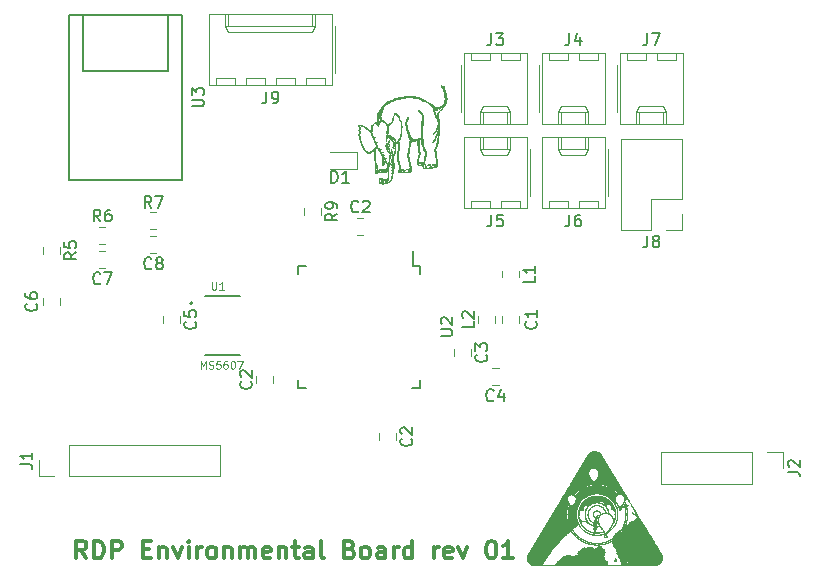
<source format=gto>
G04 #@! TF.GenerationSoftware,KiCad,Pcbnew,5.0.1*
G04 #@! TF.CreationDate,2018-11-02T19:05:43-05:00*
G04 #@! TF.ProjectId,RDP-Environmental,5244502D456E7669726F6E6D656E7461,01*
G04 #@! TF.SameCoordinates,Original*
G04 #@! TF.FileFunction,Legend,Top*
G04 #@! TF.FilePolarity,Positive*
%FSLAX46Y46*%
G04 Gerber Fmt 4.6, Leading zero omitted, Abs format (unit mm)*
G04 Created by KiCad (PCBNEW 5.0.1) date Fri 02 Nov 2018 07:05:43 PM CDT*
%MOMM*%
%LPD*%
G01*
G04 APERTURE LIST*
%ADD10C,0.300000*%
%ADD11C,0.120000*%
%ADD12C,0.127000*%
%ADD13C,0.200000*%
%ADD14C,0.150000*%
%ADD15C,0.010000*%
%ADD16C,0.050000*%
G04 APERTURE END LIST*
D10*
X33192857Y-67988571D02*
X32692857Y-67274285D01*
X32335714Y-67988571D02*
X32335714Y-66488571D01*
X32907142Y-66488571D01*
X33049999Y-66560000D01*
X33121428Y-66631428D01*
X33192857Y-66774285D01*
X33192857Y-66988571D01*
X33121428Y-67131428D01*
X33049999Y-67202857D01*
X32907142Y-67274285D01*
X32335714Y-67274285D01*
X33835714Y-67988571D02*
X33835714Y-66488571D01*
X34192857Y-66488571D01*
X34407142Y-66560000D01*
X34549999Y-66702857D01*
X34621428Y-66845714D01*
X34692857Y-67131428D01*
X34692857Y-67345714D01*
X34621428Y-67631428D01*
X34549999Y-67774285D01*
X34407142Y-67917142D01*
X34192857Y-67988571D01*
X33835714Y-67988571D01*
X35335714Y-67988571D02*
X35335714Y-66488571D01*
X35907142Y-66488571D01*
X36049999Y-66560000D01*
X36121428Y-66631428D01*
X36192857Y-66774285D01*
X36192857Y-66988571D01*
X36121428Y-67131428D01*
X36049999Y-67202857D01*
X35907142Y-67274285D01*
X35335714Y-67274285D01*
X37978571Y-67202857D02*
X38478571Y-67202857D01*
X38692857Y-67988571D02*
X37978571Y-67988571D01*
X37978571Y-66488571D01*
X38692857Y-66488571D01*
X39335714Y-66988571D02*
X39335714Y-67988571D01*
X39335714Y-67131428D02*
X39407142Y-67060000D01*
X39549999Y-66988571D01*
X39764285Y-66988571D01*
X39907142Y-67060000D01*
X39978571Y-67202857D01*
X39978571Y-67988571D01*
X40549999Y-66988571D02*
X40907142Y-67988571D01*
X41264285Y-66988571D01*
X41835714Y-67988571D02*
X41835714Y-66988571D01*
X41835714Y-66488571D02*
X41764285Y-66560000D01*
X41835714Y-66631428D01*
X41907142Y-66560000D01*
X41835714Y-66488571D01*
X41835714Y-66631428D01*
X42549999Y-67988571D02*
X42549999Y-66988571D01*
X42549999Y-67274285D02*
X42621428Y-67131428D01*
X42692857Y-67060000D01*
X42835714Y-66988571D01*
X42978571Y-66988571D01*
X43692857Y-67988571D02*
X43549999Y-67917142D01*
X43478571Y-67845714D01*
X43407142Y-67702857D01*
X43407142Y-67274285D01*
X43478571Y-67131428D01*
X43549999Y-67060000D01*
X43692857Y-66988571D01*
X43907142Y-66988571D01*
X44049999Y-67060000D01*
X44121428Y-67131428D01*
X44192857Y-67274285D01*
X44192857Y-67702857D01*
X44121428Y-67845714D01*
X44049999Y-67917142D01*
X43907142Y-67988571D01*
X43692857Y-67988571D01*
X44835714Y-66988571D02*
X44835714Y-67988571D01*
X44835714Y-67131428D02*
X44907142Y-67060000D01*
X45049999Y-66988571D01*
X45264285Y-66988571D01*
X45407142Y-67060000D01*
X45478571Y-67202857D01*
X45478571Y-67988571D01*
X46192857Y-67988571D02*
X46192857Y-66988571D01*
X46192857Y-67131428D02*
X46264285Y-67060000D01*
X46407142Y-66988571D01*
X46621428Y-66988571D01*
X46764285Y-67060000D01*
X46835714Y-67202857D01*
X46835714Y-67988571D01*
X46835714Y-67202857D02*
X46907142Y-67060000D01*
X47049999Y-66988571D01*
X47264285Y-66988571D01*
X47407142Y-67060000D01*
X47478571Y-67202857D01*
X47478571Y-67988571D01*
X48764285Y-67917142D02*
X48621428Y-67988571D01*
X48335714Y-67988571D01*
X48192857Y-67917142D01*
X48121428Y-67774285D01*
X48121428Y-67202857D01*
X48192857Y-67060000D01*
X48335714Y-66988571D01*
X48621428Y-66988571D01*
X48764285Y-67060000D01*
X48835714Y-67202857D01*
X48835714Y-67345714D01*
X48121428Y-67488571D01*
X49478571Y-66988571D02*
X49478571Y-67988571D01*
X49478571Y-67131428D02*
X49549999Y-67060000D01*
X49692857Y-66988571D01*
X49907142Y-66988571D01*
X50049999Y-67060000D01*
X50121428Y-67202857D01*
X50121428Y-67988571D01*
X50621428Y-66988571D02*
X51192857Y-66988571D01*
X50835714Y-66488571D02*
X50835714Y-67774285D01*
X50907142Y-67917142D01*
X51049999Y-67988571D01*
X51192857Y-67988571D01*
X52335714Y-67988571D02*
X52335714Y-67202857D01*
X52264285Y-67060000D01*
X52121428Y-66988571D01*
X51835714Y-66988571D01*
X51692857Y-67060000D01*
X52335714Y-67917142D02*
X52192857Y-67988571D01*
X51835714Y-67988571D01*
X51692857Y-67917142D01*
X51621428Y-67774285D01*
X51621428Y-67631428D01*
X51692857Y-67488571D01*
X51835714Y-67417142D01*
X52192857Y-67417142D01*
X52335714Y-67345714D01*
X53264285Y-67988571D02*
X53121428Y-67917142D01*
X53050000Y-67774285D01*
X53050000Y-66488571D01*
X55478571Y-67202857D02*
X55692857Y-67274285D01*
X55764285Y-67345714D01*
X55835714Y-67488571D01*
X55835714Y-67702857D01*
X55764285Y-67845714D01*
X55692857Y-67917142D01*
X55550000Y-67988571D01*
X54978571Y-67988571D01*
X54978571Y-66488571D01*
X55478571Y-66488571D01*
X55621428Y-66560000D01*
X55692857Y-66631428D01*
X55764285Y-66774285D01*
X55764285Y-66917142D01*
X55692857Y-67060000D01*
X55621428Y-67131428D01*
X55478571Y-67202857D01*
X54978571Y-67202857D01*
X56692857Y-67988571D02*
X56550000Y-67917142D01*
X56478571Y-67845714D01*
X56407142Y-67702857D01*
X56407142Y-67274285D01*
X56478571Y-67131428D01*
X56550000Y-67060000D01*
X56692857Y-66988571D01*
X56907142Y-66988571D01*
X57050000Y-67060000D01*
X57121428Y-67131428D01*
X57192857Y-67274285D01*
X57192857Y-67702857D01*
X57121428Y-67845714D01*
X57050000Y-67917142D01*
X56907142Y-67988571D01*
X56692857Y-67988571D01*
X58478571Y-67988571D02*
X58478571Y-67202857D01*
X58407142Y-67060000D01*
X58264285Y-66988571D01*
X57978571Y-66988571D01*
X57835714Y-67060000D01*
X58478571Y-67917142D02*
X58335714Y-67988571D01*
X57978571Y-67988571D01*
X57835714Y-67917142D01*
X57764285Y-67774285D01*
X57764285Y-67631428D01*
X57835714Y-67488571D01*
X57978571Y-67417142D01*
X58335714Y-67417142D01*
X58478571Y-67345714D01*
X59192857Y-67988571D02*
X59192857Y-66988571D01*
X59192857Y-67274285D02*
X59264285Y-67131428D01*
X59335714Y-67060000D01*
X59478571Y-66988571D01*
X59621428Y-66988571D01*
X60764285Y-67988571D02*
X60764285Y-66488571D01*
X60764285Y-67917142D02*
X60621428Y-67988571D01*
X60335714Y-67988571D01*
X60192857Y-67917142D01*
X60121428Y-67845714D01*
X60050000Y-67702857D01*
X60050000Y-67274285D01*
X60121428Y-67131428D01*
X60192857Y-67060000D01*
X60335714Y-66988571D01*
X60621428Y-66988571D01*
X60764285Y-67060000D01*
X62621428Y-67988571D02*
X62621428Y-66988571D01*
X62621428Y-67274285D02*
X62692857Y-67131428D01*
X62764285Y-67060000D01*
X62907142Y-66988571D01*
X63050000Y-66988571D01*
X64121428Y-67917142D02*
X63978571Y-67988571D01*
X63692857Y-67988571D01*
X63550000Y-67917142D01*
X63478571Y-67774285D01*
X63478571Y-67202857D01*
X63550000Y-67060000D01*
X63692857Y-66988571D01*
X63978571Y-66988571D01*
X64121428Y-67060000D01*
X64192857Y-67202857D01*
X64192857Y-67345714D01*
X63478571Y-67488571D01*
X64692857Y-66988571D02*
X65050000Y-67988571D01*
X65407142Y-66988571D01*
X67407142Y-66488571D02*
X67550000Y-66488571D01*
X67692857Y-66560000D01*
X67764285Y-66631428D01*
X67835714Y-66774285D01*
X67907142Y-67060000D01*
X67907142Y-67417142D01*
X67835714Y-67702857D01*
X67764285Y-67845714D01*
X67692857Y-67917142D01*
X67550000Y-67988571D01*
X67407142Y-67988571D01*
X67264285Y-67917142D01*
X67192857Y-67845714D01*
X67121428Y-67702857D01*
X67050000Y-67417142D01*
X67050000Y-67060000D01*
X67121428Y-66774285D01*
X67192857Y-66631428D01*
X67264285Y-66560000D01*
X67407142Y-66488571D01*
X69335714Y-67988571D02*
X68478571Y-67988571D01*
X68907142Y-67988571D02*
X68907142Y-66488571D01*
X68764285Y-66702857D01*
X68621428Y-66845714D01*
X68478571Y-66917142D01*
D11*
G04 #@! TO.C,C3*
X65734000Y-50293748D02*
X65734000Y-50816252D01*
X64314000Y-50293748D02*
X64314000Y-50816252D01*
G04 #@! TO.C,C2*
X56117748Y-40588000D02*
X56640252Y-40588000D01*
X56117748Y-39168000D02*
X56640252Y-39168000D01*
X48970000Y-52579748D02*
X48970000Y-53102252D01*
X47550000Y-52579748D02*
X47550000Y-53102252D01*
G04 #@! TO.C,C1*
X68378000Y-47499748D02*
X68378000Y-48022252D01*
X69798000Y-47499748D02*
X69798000Y-48022252D01*
G04 #@! TO.C,C2*
X59384000Y-57405748D02*
X59384000Y-57928252D01*
X57964000Y-57405748D02*
X57964000Y-57928252D01*
G04 #@! TO.C,C4*
X68088252Y-51868000D02*
X67565748Y-51868000D01*
X68088252Y-53288000D02*
X67565748Y-53288000D01*
G04 #@! TO.C,C5*
X39676000Y-47499748D02*
X39676000Y-48022252D01*
X41096000Y-47499748D02*
X41096000Y-48022252D01*
G04 #@! TO.C,C6*
X29516000Y-46498252D02*
X29516000Y-45975748D01*
X30936000Y-46498252D02*
X30936000Y-45975748D01*
G04 #@! TO.C,C7*
X34805252Y-43382000D02*
X34282748Y-43382000D01*
X34805252Y-41962000D02*
X34282748Y-41962000D01*
G04 #@! TO.C,C8*
X39123252Y-40692000D02*
X38600748Y-40692000D01*
X39123252Y-42112000D02*
X38600748Y-42112000D01*
G04 #@! TO.C,D1*
X53835500Y-35025000D02*
X56120500Y-35025000D01*
X56120500Y-35025000D02*
X56120500Y-33555000D01*
X56120500Y-33555000D02*
X53835500Y-33555000D01*
G04 #@! TO.C,J1*
X44510000Y-61020000D02*
X44510000Y-58360000D01*
X31750000Y-61020000D02*
X44510000Y-61020000D01*
X31750000Y-58360000D02*
X44510000Y-58360000D01*
X31750000Y-61020000D02*
X31750000Y-58360000D01*
X30480000Y-61020000D02*
X29150000Y-61020000D01*
X29150000Y-61020000D02*
X29150000Y-59690000D01*
G04 #@! TO.C,J2*
X81855000Y-58995000D02*
X81855000Y-61655000D01*
X89535000Y-58995000D02*
X81855000Y-58995000D01*
X89535000Y-61655000D02*
X81855000Y-61655000D01*
X89535000Y-58995000D02*
X89535000Y-61655000D01*
X90805000Y-58995000D02*
X92135000Y-58995000D01*
X92135000Y-58995000D02*
X92135000Y-60325000D01*
G04 #@! TO.C,J3*
X69888000Y-25764000D02*
X69888000Y-25164000D01*
X68288000Y-25764000D02*
X69888000Y-25764000D01*
X68288000Y-25164000D02*
X68288000Y-25764000D01*
X67348000Y-25764000D02*
X67348000Y-25164000D01*
X65748000Y-25764000D02*
X67348000Y-25764000D01*
X65748000Y-25164000D02*
X65748000Y-25764000D01*
X68838000Y-31184000D02*
X68838000Y-30184000D01*
X66798000Y-31184000D02*
X66798000Y-30184000D01*
X68838000Y-29654000D02*
X69088000Y-30184000D01*
X66798000Y-29654000D02*
X68838000Y-29654000D01*
X66548000Y-30184000D02*
X66798000Y-29654000D01*
X69088000Y-30184000D02*
X69088000Y-31184000D01*
X66548000Y-30184000D02*
X69088000Y-30184000D01*
X66548000Y-31184000D02*
X66548000Y-30184000D01*
X64878000Y-26194000D02*
X64878000Y-30194000D01*
X70468000Y-25164000D02*
X65168000Y-25164000D01*
X70468000Y-31184000D02*
X70468000Y-25164000D01*
X65168000Y-31184000D02*
X70468000Y-31184000D01*
X65168000Y-25164000D02*
X65168000Y-31184000D01*
G04 #@! TO.C,J4*
X71772000Y-25164000D02*
X71772000Y-31184000D01*
X71772000Y-31184000D02*
X77072000Y-31184000D01*
X77072000Y-31184000D02*
X77072000Y-25164000D01*
X77072000Y-25164000D02*
X71772000Y-25164000D01*
X71482000Y-26194000D02*
X71482000Y-30194000D01*
X73152000Y-31184000D02*
X73152000Y-30184000D01*
X73152000Y-30184000D02*
X75692000Y-30184000D01*
X75692000Y-30184000D02*
X75692000Y-31184000D01*
X73152000Y-30184000D02*
X73402000Y-29654000D01*
X73402000Y-29654000D02*
X75442000Y-29654000D01*
X75442000Y-29654000D02*
X75692000Y-30184000D01*
X73402000Y-31184000D02*
X73402000Y-30184000D01*
X75442000Y-31184000D02*
X75442000Y-30184000D01*
X72352000Y-25164000D02*
X72352000Y-25764000D01*
X72352000Y-25764000D02*
X73952000Y-25764000D01*
X73952000Y-25764000D02*
X73952000Y-25164000D01*
X74892000Y-25164000D02*
X74892000Y-25764000D01*
X74892000Y-25764000D02*
X76492000Y-25764000D01*
X76492000Y-25764000D02*
X76492000Y-25164000D01*
G04 #@! TO.C,J5*
X65748000Y-37736000D02*
X65748000Y-38336000D01*
X67348000Y-37736000D02*
X65748000Y-37736000D01*
X67348000Y-38336000D02*
X67348000Y-37736000D01*
X68288000Y-37736000D02*
X68288000Y-38336000D01*
X69888000Y-37736000D02*
X68288000Y-37736000D01*
X69888000Y-38336000D02*
X69888000Y-37736000D01*
X66798000Y-32316000D02*
X66798000Y-33316000D01*
X68838000Y-32316000D02*
X68838000Y-33316000D01*
X66798000Y-33846000D02*
X66548000Y-33316000D01*
X68838000Y-33846000D02*
X66798000Y-33846000D01*
X69088000Y-33316000D02*
X68838000Y-33846000D01*
X66548000Y-33316000D02*
X66548000Y-32316000D01*
X69088000Y-33316000D02*
X66548000Y-33316000D01*
X69088000Y-32316000D02*
X69088000Y-33316000D01*
X70758000Y-37306000D02*
X70758000Y-33306000D01*
X65168000Y-38336000D02*
X70468000Y-38336000D01*
X65168000Y-32316000D02*
X65168000Y-38336000D01*
X70468000Y-32316000D02*
X65168000Y-32316000D01*
X70468000Y-38336000D02*
X70468000Y-32316000D01*
G04 #@! TO.C,J6*
X77072000Y-38336000D02*
X77072000Y-32316000D01*
X77072000Y-32316000D02*
X71772000Y-32316000D01*
X71772000Y-32316000D02*
X71772000Y-38336000D01*
X71772000Y-38336000D02*
X77072000Y-38336000D01*
X77362000Y-37306000D02*
X77362000Y-33306000D01*
X75692000Y-32316000D02*
X75692000Y-33316000D01*
X75692000Y-33316000D02*
X73152000Y-33316000D01*
X73152000Y-33316000D02*
X73152000Y-32316000D01*
X75692000Y-33316000D02*
X75442000Y-33846000D01*
X75442000Y-33846000D02*
X73402000Y-33846000D01*
X73402000Y-33846000D02*
X73152000Y-33316000D01*
X75442000Y-32316000D02*
X75442000Y-33316000D01*
X73402000Y-32316000D02*
X73402000Y-33316000D01*
X76492000Y-38336000D02*
X76492000Y-37736000D01*
X76492000Y-37736000D02*
X74892000Y-37736000D01*
X74892000Y-37736000D02*
X74892000Y-38336000D01*
X73952000Y-38336000D02*
X73952000Y-37736000D01*
X73952000Y-37736000D02*
X72352000Y-37736000D01*
X72352000Y-37736000D02*
X72352000Y-38336000D01*
G04 #@! TO.C,J7*
X78376000Y-25164000D02*
X78376000Y-31184000D01*
X78376000Y-31184000D02*
X83676000Y-31184000D01*
X83676000Y-31184000D02*
X83676000Y-25164000D01*
X83676000Y-25164000D02*
X78376000Y-25164000D01*
X78086000Y-26194000D02*
X78086000Y-30194000D01*
X79756000Y-31184000D02*
X79756000Y-30184000D01*
X79756000Y-30184000D02*
X82296000Y-30184000D01*
X82296000Y-30184000D02*
X82296000Y-31184000D01*
X79756000Y-30184000D02*
X80006000Y-29654000D01*
X80006000Y-29654000D02*
X82046000Y-29654000D01*
X82046000Y-29654000D02*
X82296000Y-30184000D01*
X80006000Y-31184000D02*
X80006000Y-30184000D01*
X82046000Y-31184000D02*
X82046000Y-30184000D01*
X78956000Y-25164000D02*
X78956000Y-25764000D01*
X78956000Y-25764000D02*
X80556000Y-25764000D01*
X80556000Y-25764000D02*
X80556000Y-25164000D01*
X81496000Y-25164000D02*
X81496000Y-25764000D01*
X81496000Y-25764000D02*
X83096000Y-25764000D01*
X83096000Y-25764000D02*
X83096000Y-25164000D01*
G04 #@! TO.C,J8*
X83626000Y-32452000D02*
X78426000Y-32452000D01*
X83626000Y-37592000D02*
X83626000Y-32452000D01*
X78426000Y-40192000D02*
X78426000Y-32452000D01*
X83626000Y-37592000D02*
X81026000Y-37592000D01*
X81026000Y-37592000D02*
X81026000Y-40192000D01*
X81026000Y-40192000D02*
X78426000Y-40192000D01*
X83626000Y-38862000D02*
X83626000Y-40192000D01*
X83626000Y-40192000D02*
X82296000Y-40192000D01*
G04 #@! TO.C,L1*
X68378000Y-43671748D02*
X68378000Y-44194252D01*
X69798000Y-43671748D02*
X69798000Y-44194252D01*
G04 #@! TO.C,L2*
X67766000Y-47499748D02*
X67766000Y-48022252D01*
X66346000Y-47499748D02*
X66346000Y-48022252D01*
G04 #@! TO.C,R5*
X30936000Y-41648748D02*
X30936000Y-42171252D01*
X29516000Y-41648748D02*
X29516000Y-42171252D01*
G04 #@! TO.C,R6*
X34273748Y-39930000D02*
X34796252Y-39930000D01*
X34273748Y-41350000D02*
X34796252Y-41350000D01*
G04 #@! TO.C,R7*
X39123252Y-38660000D02*
X38600748Y-38660000D01*
X39123252Y-40080000D02*
X38600748Y-40080000D01*
G04 #@! TO.C,R9*
X51614000Y-38355748D02*
X51614000Y-38878252D01*
X53034000Y-38355748D02*
X53034000Y-38878252D01*
D12*
G04 #@! TO.C,U1*
X43204000Y-45760000D02*
X46204000Y-45760000D01*
X43204000Y-50760000D02*
X46204000Y-50760000D01*
D13*
X42177000Y-46387000D02*
G75*
G03X42177000Y-46387000I-100000J0D01*
G01*
D14*
G04 #@! TO.C,U2*
X61451000Y-43199000D02*
X60876000Y-43199000D01*
X61451000Y-53549000D02*
X60776000Y-53549000D01*
X51101000Y-53549000D02*
X51776000Y-53549000D01*
X51101000Y-43199000D02*
X51776000Y-43199000D01*
X61451000Y-43199000D02*
X61451000Y-43874000D01*
X51101000Y-43199000D02*
X51101000Y-43874000D01*
X51101000Y-53549000D02*
X51101000Y-52874000D01*
X61451000Y-53549000D02*
X61451000Y-52874000D01*
X60876000Y-43199000D02*
X60876000Y-41924000D01*
G04 #@! TO.C,U3*
X31694000Y-35956000D02*
X31694000Y-21956000D01*
X41294000Y-21956000D02*
X31694000Y-21956000D01*
X41294000Y-35956000D02*
X41294000Y-21956000D01*
X31694000Y-35956000D02*
X41294000Y-35956000D01*
X32894000Y-21956000D02*
X32894000Y-26756000D01*
X32894000Y-26756000D02*
X40094000Y-26756000D01*
X40094000Y-26756000D02*
X40094000Y-21956000D01*
D15*
G04 #@! TO.C,G\002A\002A\002A*
G36*
X73669529Y-63035187D02*
X73699057Y-63049016D01*
X73726999Y-63069434D01*
X73738971Y-63081289D01*
X73754510Y-63100594D01*
X73760284Y-63115359D01*
X73756507Y-63128900D01*
X73743390Y-63144536D01*
X73743038Y-63144888D01*
X73721430Y-63159582D01*
X73696448Y-63163050D01*
X73666861Y-63155367D01*
X73655489Y-63150206D01*
X73632302Y-63135861D01*
X73611734Y-63118050D01*
X73596061Y-63099360D01*
X73587560Y-63082377D01*
X73587175Y-63072598D01*
X73598513Y-63052828D01*
X73617403Y-63037487D01*
X73639053Y-63030257D01*
X73642474Y-63030100D01*
X73669529Y-63035187D01*
X73669529Y-63035187D01*
G37*
X73669529Y-63035187D02*
X73699057Y-63049016D01*
X73726999Y-63069434D01*
X73738971Y-63081289D01*
X73754510Y-63100594D01*
X73760284Y-63115359D01*
X73756507Y-63128900D01*
X73743390Y-63144536D01*
X73743038Y-63144888D01*
X73721430Y-63159582D01*
X73696448Y-63163050D01*
X73666861Y-63155367D01*
X73655489Y-63150206D01*
X73632302Y-63135861D01*
X73611734Y-63118050D01*
X73596061Y-63099360D01*
X73587560Y-63082377D01*
X73587175Y-63072598D01*
X73598513Y-63052828D01*
X73617403Y-63037487D01*
X73639053Y-63030257D01*
X73642474Y-63030100D01*
X73669529Y-63035187D01*
G36*
X72909509Y-64251319D02*
X72912221Y-64251826D01*
X72927736Y-64256020D01*
X72937176Y-64260542D01*
X72937318Y-64260678D01*
X72936849Y-64268264D01*
X72930614Y-64282819D01*
X72920546Y-64301213D01*
X72908578Y-64320311D01*
X72896639Y-64336983D01*
X72886663Y-64348097D01*
X72881679Y-64350900D01*
X72872605Y-64345903D01*
X72861959Y-64333559D01*
X72859830Y-64330262D01*
X72850301Y-64312146D01*
X72848742Y-64298495D01*
X72855849Y-64285007D01*
X72869557Y-64270122D01*
X72884571Y-64256572D01*
X72896338Y-64250969D01*
X72909509Y-64251319D01*
X72909509Y-64251319D01*
G37*
X72909509Y-64251319D02*
X72912221Y-64251826D01*
X72927736Y-64256020D01*
X72937176Y-64260542D01*
X72937318Y-64260678D01*
X72936849Y-64268264D01*
X72930614Y-64282819D01*
X72920546Y-64301213D01*
X72908578Y-64320311D01*
X72896639Y-64336983D01*
X72886663Y-64348097D01*
X72881679Y-64350900D01*
X72872605Y-64345903D01*
X72861959Y-64333559D01*
X72859830Y-64330262D01*
X72850301Y-64312146D01*
X72848742Y-64298495D01*
X72855849Y-64285007D01*
X72869557Y-64270122D01*
X72884571Y-64256572D01*
X72896338Y-64250969D01*
X72909509Y-64251319D01*
G36*
X72686391Y-64806587D02*
X72700836Y-64818660D01*
X72713696Y-64834307D01*
X72717388Y-64840552D01*
X72723826Y-64862055D01*
X72718492Y-64880752D01*
X72703093Y-64896834D01*
X72684280Y-64907713D01*
X72667508Y-64907276D01*
X72649435Y-64895337D01*
X72647697Y-64893752D01*
X72636022Y-64879994D01*
X72634003Y-64867605D01*
X72634997Y-64863590D01*
X72641235Y-64849040D01*
X72650749Y-64831890D01*
X72661164Y-64815867D01*
X72670103Y-64804698D01*
X72674416Y-64801750D01*
X72686391Y-64806587D01*
X72686391Y-64806587D01*
G37*
X72686391Y-64806587D02*
X72700836Y-64818660D01*
X72713696Y-64834307D01*
X72717388Y-64840552D01*
X72723826Y-64862055D01*
X72718492Y-64880752D01*
X72703093Y-64896834D01*
X72684280Y-64907713D01*
X72667508Y-64907276D01*
X72649435Y-64895337D01*
X72647697Y-64893752D01*
X72636022Y-64879994D01*
X72634003Y-64867605D01*
X72634997Y-64863590D01*
X72641235Y-64849040D01*
X72650749Y-64831890D01*
X72661164Y-64815867D01*
X72670103Y-64804698D01*
X72674416Y-64801750D01*
X72686391Y-64806587D01*
G36*
X79415447Y-64085117D02*
X79413245Y-64093807D01*
X79411036Y-64095977D01*
X79401719Y-64099762D01*
X79394177Y-64093878D01*
X79389857Y-64085496D01*
X79396550Y-64080406D01*
X79396936Y-64080256D01*
X79408957Y-64079425D01*
X79415447Y-64085117D01*
X79415447Y-64085117D01*
G37*
X79415447Y-64085117D02*
X79413245Y-64093807D01*
X79411036Y-64095977D01*
X79401719Y-64099762D01*
X79394177Y-64093878D01*
X79389857Y-64085496D01*
X79396550Y-64080406D01*
X79396936Y-64080256D01*
X79408957Y-64079425D01*
X79415447Y-64085117D01*
G36*
X79434164Y-64103285D02*
X79445495Y-64112253D01*
X79460162Y-64119160D01*
X79470362Y-64123464D01*
X79475962Y-64129816D01*
X79478416Y-64141681D01*
X79479183Y-64162527D01*
X79479212Y-64164500D01*
X79481197Y-64191878D01*
X79486615Y-64209608D01*
X79491047Y-64215977D01*
X79498218Y-64226398D01*
X79495782Y-64233380D01*
X79494222Y-64234700D01*
X79479834Y-64243392D01*
X79464520Y-64245176D01*
X79455960Y-64244342D01*
X79442681Y-64239381D01*
X79432483Y-64230367D01*
X79428254Y-64220777D01*
X79431429Y-64214820D01*
X79440096Y-64202390D01*
X79440754Y-64182045D01*
X79433484Y-64155662D01*
X79428397Y-64143886D01*
X79419199Y-64122509D01*
X79416141Y-64109298D01*
X79418658Y-64101637D01*
X79419156Y-64101113D01*
X79427303Y-64097495D01*
X79434164Y-64103285D01*
X79434164Y-64103285D01*
G37*
X79434164Y-64103285D02*
X79445495Y-64112253D01*
X79460162Y-64119160D01*
X79470362Y-64123464D01*
X79475962Y-64129816D01*
X79478416Y-64141681D01*
X79479183Y-64162527D01*
X79479212Y-64164500D01*
X79481197Y-64191878D01*
X79486615Y-64209608D01*
X79491047Y-64215977D01*
X79498218Y-64226398D01*
X79495782Y-64233380D01*
X79494222Y-64234700D01*
X79479834Y-64243392D01*
X79464520Y-64245176D01*
X79455960Y-64244342D01*
X79442681Y-64239381D01*
X79432483Y-64230367D01*
X79428254Y-64220777D01*
X79431429Y-64214820D01*
X79440096Y-64202390D01*
X79440754Y-64182045D01*
X79433484Y-64155662D01*
X79428397Y-64143886D01*
X79419199Y-64122509D01*
X79416141Y-64109298D01*
X79418658Y-64101637D01*
X79419156Y-64101113D01*
X79427303Y-64097495D01*
X79434164Y-64103285D01*
G36*
X72221038Y-65453622D02*
X72246106Y-65464263D01*
X72271402Y-65479030D01*
X72292526Y-65495521D01*
X72300446Y-65504036D01*
X72311971Y-65525851D01*
X72312579Y-65545753D01*
X72304038Y-65562447D01*
X72288114Y-65574638D01*
X72266576Y-65581033D01*
X72241191Y-65580337D01*
X72213727Y-65571255D01*
X72210735Y-65569730D01*
X72189055Y-65555785D01*
X72168790Y-65538503D01*
X72152689Y-65520704D01*
X72143499Y-65505209D01*
X72142350Y-65499549D01*
X72147883Y-65483020D01*
X72161888Y-65466941D01*
X72180468Y-65454658D01*
X72199729Y-65449519D01*
X72200599Y-65449509D01*
X72221038Y-65453622D01*
X72221038Y-65453622D01*
G37*
X72221038Y-65453622D02*
X72246106Y-65464263D01*
X72271402Y-65479030D01*
X72292526Y-65495521D01*
X72300446Y-65504036D01*
X72311971Y-65525851D01*
X72312579Y-65545753D01*
X72304038Y-65562447D01*
X72288114Y-65574638D01*
X72266576Y-65581033D01*
X72241191Y-65580337D01*
X72213727Y-65571255D01*
X72210735Y-65569730D01*
X72189055Y-65555785D01*
X72168790Y-65538503D01*
X72152689Y-65520704D01*
X72143499Y-65505209D01*
X72142350Y-65499549D01*
X72147883Y-65483020D01*
X72161888Y-65466941D01*
X72180468Y-65454658D01*
X72199729Y-65449519D01*
X72200599Y-65449509D01*
X72221038Y-65453622D01*
G36*
X79444033Y-65626829D02*
X79460604Y-65641360D01*
X79472889Y-65665979D01*
X79475725Y-65676739D01*
X79478889Y-65714337D01*
X79471541Y-65746694D01*
X79454012Y-65772474D01*
X79451436Y-65774887D01*
X79434292Y-65788013D01*
X79420629Y-65791349D01*
X79406333Y-65785286D01*
X79398940Y-65779865D01*
X79380064Y-65757785D01*
X79370609Y-65728239D01*
X79369987Y-65693752D01*
X79376661Y-65662877D01*
X79389491Y-65640412D01*
X79406388Y-65626691D01*
X79425265Y-65622052D01*
X79444033Y-65626829D01*
X79444033Y-65626829D01*
G37*
X79444033Y-65626829D02*
X79460604Y-65641360D01*
X79472889Y-65665979D01*
X79475725Y-65676739D01*
X79478889Y-65714337D01*
X79471541Y-65746694D01*
X79454012Y-65772474D01*
X79451436Y-65774887D01*
X79434292Y-65788013D01*
X79420629Y-65791349D01*
X79406333Y-65785286D01*
X79398940Y-65779865D01*
X79380064Y-65757785D01*
X79370609Y-65728239D01*
X79369987Y-65693752D01*
X79376661Y-65662877D01*
X79389491Y-65640412D01*
X79406388Y-65626691D01*
X79425265Y-65622052D01*
X79444033Y-65626829D01*
G36*
X71968841Y-66000387D02*
X71983286Y-66012460D01*
X71996146Y-66028107D01*
X71999838Y-66034352D01*
X72006276Y-66055855D01*
X72000942Y-66074552D01*
X71985543Y-66090634D01*
X71966730Y-66101513D01*
X71949958Y-66101076D01*
X71931885Y-66089137D01*
X71930147Y-66087552D01*
X71918472Y-66073794D01*
X71916453Y-66061405D01*
X71917447Y-66057390D01*
X71923685Y-66042840D01*
X71933199Y-66025690D01*
X71943614Y-66009667D01*
X71952553Y-65998498D01*
X71956866Y-65995550D01*
X71968841Y-66000387D01*
X71968841Y-66000387D01*
G37*
X71968841Y-66000387D02*
X71983286Y-66012460D01*
X71996146Y-66028107D01*
X71999838Y-66034352D01*
X72006276Y-66055855D01*
X72000942Y-66074552D01*
X71985543Y-66090634D01*
X71966730Y-66101513D01*
X71949958Y-66101076D01*
X71931885Y-66089137D01*
X71930147Y-66087552D01*
X71918472Y-66073794D01*
X71916453Y-66061405D01*
X71917447Y-66057390D01*
X71923685Y-66042840D01*
X71933199Y-66025690D01*
X71943614Y-66009667D01*
X71952553Y-65998498D01*
X71956866Y-65995550D01*
X71968841Y-66000387D01*
G36*
X79546304Y-66255583D02*
X79562087Y-66269475D01*
X79572545Y-66285622D01*
X79577030Y-66300262D01*
X79576939Y-66302813D01*
X79574793Y-66309641D01*
X79568955Y-66313860D01*
X79556723Y-66316274D01*
X79535400Y-66317689D01*
X79525716Y-66318081D01*
X79499343Y-66318523D01*
X79483217Y-66317197D01*
X79474970Y-66313774D01*
X79472869Y-66310716D01*
X79473362Y-66297676D01*
X79480341Y-66280774D01*
X79491181Y-66264993D01*
X79501648Y-66256088D01*
X79524845Y-66249559D01*
X79546304Y-66255583D01*
X79546304Y-66255583D01*
G37*
X79546304Y-66255583D02*
X79562087Y-66269475D01*
X79572545Y-66285622D01*
X79577030Y-66300262D01*
X79576939Y-66302813D01*
X79574793Y-66309641D01*
X79568955Y-66313860D01*
X79556723Y-66316274D01*
X79535400Y-66317689D01*
X79525716Y-66318081D01*
X79499343Y-66318523D01*
X79483217Y-66317197D01*
X79474970Y-66313774D01*
X79472869Y-66310716D01*
X79473362Y-66297676D01*
X79480341Y-66280774D01*
X79491181Y-66264993D01*
X79501648Y-66256088D01*
X79524845Y-66249559D01*
X79546304Y-66255583D01*
G36*
X80129833Y-66261829D02*
X80146404Y-66276360D01*
X80158689Y-66300979D01*
X80161525Y-66311739D01*
X80164689Y-66349337D01*
X80157341Y-66381694D01*
X80139812Y-66407474D01*
X80137236Y-66409887D01*
X80120092Y-66423013D01*
X80106429Y-66426349D01*
X80092133Y-66420286D01*
X80084740Y-66414865D01*
X80065864Y-66392785D01*
X80056409Y-66363239D01*
X80055787Y-66328752D01*
X80062461Y-66297877D01*
X80075291Y-66275412D01*
X80092188Y-66261691D01*
X80111065Y-66257052D01*
X80129833Y-66261829D01*
X80129833Y-66261829D01*
G37*
X80129833Y-66261829D02*
X80146404Y-66276360D01*
X80158689Y-66300979D01*
X80161525Y-66311739D01*
X80164689Y-66349337D01*
X80157341Y-66381694D01*
X80139812Y-66407474D01*
X80137236Y-66409887D01*
X80120092Y-66423013D01*
X80106429Y-66426349D01*
X80092133Y-66420286D01*
X80084740Y-66414865D01*
X80065864Y-66392785D01*
X80056409Y-66363239D01*
X80055787Y-66328752D01*
X80062461Y-66297877D01*
X80075291Y-66275412D01*
X80092188Y-66261691D01*
X80111065Y-66257052D01*
X80129833Y-66261829D01*
G36*
X71417259Y-66746869D02*
X71419971Y-66747376D01*
X71435486Y-66751570D01*
X71444926Y-66756092D01*
X71445068Y-66756228D01*
X71444599Y-66763814D01*
X71438364Y-66778369D01*
X71428296Y-66796763D01*
X71416328Y-66815861D01*
X71404389Y-66832533D01*
X71394413Y-66843647D01*
X71389429Y-66846450D01*
X71380355Y-66841453D01*
X71369709Y-66829109D01*
X71367580Y-66825812D01*
X71358051Y-66807696D01*
X71356492Y-66794045D01*
X71363599Y-66780557D01*
X71377307Y-66765672D01*
X71392321Y-66752122D01*
X71404088Y-66746519D01*
X71417259Y-66746869D01*
X71417259Y-66746869D01*
G37*
X71417259Y-66746869D02*
X71419971Y-66747376D01*
X71435486Y-66751570D01*
X71444926Y-66756092D01*
X71445068Y-66756228D01*
X71444599Y-66763814D01*
X71438364Y-66778369D01*
X71428296Y-66796763D01*
X71416328Y-66815861D01*
X71404389Y-66832533D01*
X71394413Y-66843647D01*
X71389429Y-66846450D01*
X71380355Y-66841453D01*
X71369709Y-66829109D01*
X71367580Y-66825812D01*
X71358051Y-66807696D01*
X71356492Y-66794045D01*
X71363599Y-66780557D01*
X71377307Y-66765672D01*
X71392321Y-66752122D01*
X71404088Y-66746519D01*
X71417259Y-66746869D01*
G36*
X81183933Y-66896829D02*
X81200504Y-66911360D01*
X81212789Y-66935979D01*
X81215625Y-66946739D01*
X81218789Y-66984337D01*
X81211441Y-67016694D01*
X81193912Y-67042474D01*
X81191336Y-67044887D01*
X81174192Y-67058013D01*
X81160529Y-67061349D01*
X81146233Y-67055286D01*
X81138840Y-67049865D01*
X81119964Y-67027785D01*
X81110509Y-66998239D01*
X81109887Y-66963752D01*
X81116561Y-66932877D01*
X81129391Y-66910412D01*
X81146288Y-66896691D01*
X81165165Y-66892052D01*
X81183933Y-66896829D01*
X81183933Y-66896829D01*
G37*
X81183933Y-66896829D02*
X81200504Y-66911360D01*
X81212789Y-66935979D01*
X81215625Y-66946739D01*
X81218789Y-66984337D01*
X81211441Y-67016694D01*
X81193912Y-67042474D01*
X81191336Y-67044887D01*
X81174192Y-67058013D01*
X81160529Y-67061349D01*
X81146233Y-67055286D01*
X81138840Y-67049865D01*
X81119964Y-67027785D01*
X81110509Y-66998239D01*
X81109887Y-66963752D01*
X81116561Y-66932877D01*
X81129391Y-66910412D01*
X81146288Y-66896691D01*
X81165165Y-66892052D01*
X81183933Y-66896829D01*
G36*
X79348783Y-66896829D02*
X79365354Y-66911360D01*
X79377639Y-66935979D01*
X79380475Y-66946739D01*
X79383639Y-66984337D01*
X79376291Y-67016694D01*
X79358762Y-67042474D01*
X79356186Y-67044887D01*
X79339042Y-67058013D01*
X79325379Y-67061349D01*
X79311083Y-67055286D01*
X79303690Y-67049865D01*
X79284814Y-67027785D01*
X79275359Y-66998239D01*
X79274737Y-66963752D01*
X79281411Y-66932877D01*
X79294241Y-66910412D01*
X79311138Y-66896691D01*
X79330015Y-66892052D01*
X79348783Y-66896829D01*
X79348783Y-66896829D01*
G37*
X79348783Y-66896829D02*
X79365354Y-66911360D01*
X79377639Y-66935979D01*
X79380475Y-66946739D01*
X79383639Y-66984337D01*
X79376291Y-67016694D01*
X79358762Y-67042474D01*
X79356186Y-67044887D01*
X79339042Y-67058013D01*
X79325379Y-67061349D01*
X79311083Y-67055286D01*
X79303690Y-67049865D01*
X79284814Y-67027785D01*
X79275359Y-66998239D01*
X79274737Y-66963752D01*
X79281411Y-66932877D01*
X79294241Y-66910412D01*
X79311138Y-66896691D01*
X79330015Y-66892052D01*
X79348783Y-66896829D01*
G36*
X71168741Y-67346587D02*
X71183186Y-67358660D01*
X71196046Y-67374307D01*
X71199738Y-67380552D01*
X71206176Y-67402055D01*
X71200842Y-67420752D01*
X71185443Y-67436834D01*
X71166630Y-67447713D01*
X71149858Y-67447276D01*
X71131785Y-67435337D01*
X71130047Y-67433752D01*
X71118372Y-67419994D01*
X71116353Y-67407605D01*
X71117347Y-67403590D01*
X71123585Y-67389040D01*
X71133099Y-67371890D01*
X71143514Y-67355867D01*
X71152453Y-67344698D01*
X71156766Y-67341750D01*
X71168741Y-67346587D01*
X71168741Y-67346587D01*
G37*
X71168741Y-67346587D02*
X71183186Y-67358660D01*
X71196046Y-67374307D01*
X71199738Y-67380552D01*
X71206176Y-67402055D01*
X71200842Y-67420752D01*
X71185443Y-67436834D01*
X71166630Y-67447713D01*
X71149858Y-67447276D01*
X71131785Y-67435337D01*
X71130047Y-67433752D01*
X71118372Y-67419994D01*
X71116353Y-67407605D01*
X71117347Y-67403590D01*
X71123585Y-67389040D01*
X71133099Y-67371890D01*
X71143514Y-67355867D01*
X71152453Y-67344698D01*
X71156766Y-67341750D01*
X71168741Y-67346587D01*
G36*
X80651746Y-67531525D02*
X80668362Y-67546683D01*
X80680352Y-67568794D01*
X80687314Y-67595281D01*
X80688848Y-67623564D01*
X80684551Y-67651066D01*
X80674023Y-67675208D01*
X80656957Y-67693345D01*
X80638747Y-67702290D01*
X80621859Y-67700856D01*
X80602988Y-67688610D01*
X80599834Y-67685860D01*
X80586661Y-67671402D01*
X80579692Y-67654845D01*
X80576735Y-67635417D01*
X80576395Y-67596797D01*
X80582986Y-67565322D01*
X80595883Y-67542254D01*
X80614464Y-67528853D01*
X80630904Y-67525900D01*
X80651746Y-67531525D01*
X80651746Y-67531525D01*
G37*
X80651746Y-67531525D02*
X80668362Y-67546683D01*
X80680352Y-67568794D01*
X80687314Y-67595281D01*
X80688848Y-67623564D01*
X80684551Y-67651066D01*
X80674023Y-67675208D01*
X80656957Y-67693345D01*
X80638747Y-67702290D01*
X80621859Y-67700856D01*
X80602988Y-67688610D01*
X80599834Y-67685860D01*
X80586661Y-67671402D01*
X80579692Y-67654845D01*
X80576735Y-67635417D01*
X80576395Y-67596797D01*
X80582986Y-67565322D01*
X80595883Y-67542254D01*
X80614464Y-67528853D01*
X80630904Y-67525900D01*
X80651746Y-67531525D01*
G36*
X70945379Y-67594487D02*
X70974907Y-67608316D01*
X71002849Y-67628734D01*
X71014821Y-67640589D01*
X71030360Y-67659894D01*
X71036134Y-67674659D01*
X71032357Y-67688200D01*
X71019240Y-67703836D01*
X71018888Y-67704188D01*
X70997280Y-67718882D01*
X70972298Y-67722350D01*
X70942711Y-67714667D01*
X70931339Y-67709506D01*
X70908152Y-67695161D01*
X70887584Y-67677350D01*
X70871911Y-67658660D01*
X70863410Y-67641677D01*
X70863025Y-67631898D01*
X70874363Y-67612128D01*
X70893253Y-67596787D01*
X70914903Y-67589557D01*
X70918324Y-67589400D01*
X70945379Y-67594487D01*
X70945379Y-67594487D01*
G37*
X70945379Y-67594487D02*
X70974907Y-67608316D01*
X71002849Y-67628734D01*
X71014821Y-67640589D01*
X71030360Y-67659894D01*
X71036134Y-67674659D01*
X71032357Y-67688200D01*
X71019240Y-67703836D01*
X71018888Y-67704188D01*
X70997280Y-67718882D01*
X70972298Y-67722350D01*
X70942711Y-67714667D01*
X70931339Y-67709506D01*
X70908152Y-67695161D01*
X70887584Y-67677350D01*
X70871911Y-67658660D01*
X70863410Y-67641677D01*
X70863025Y-67631898D01*
X70874363Y-67612128D01*
X70893253Y-67596787D01*
X70914903Y-67589557D01*
X70918324Y-67589400D01*
X70945379Y-67594487D01*
G36*
X80302496Y-68166525D02*
X80319112Y-68181683D01*
X80331102Y-68203794D01*
X80338064Y-68230281D01*
X80339598Y-68258564D01*
X80335301Y-68286066D01*
X80324773Y-68310208D01*
X80307707Y-68328345D01*
X80289497Y-68337290D01*
X80272609Y-68335856D01*
X80253738Y-68323610D01*
X80250584Y-68320860D01*
X80237411Y-68306402D01*
X80230442Y-68289845D01*
X80227485Y-68270417D01*
X80227145Y-68231797D01*
X80233736Y-68200322D01*
X80246633Y-68177254D01*
X80265214Y-68163853D01*
X80281654Y-68160900D01*
X80302496Y-68166525D01*
X80302496Y-68166525D01*
G37*
X80302496Y-68166525D02*
X80319112Y-68181683D01*
X80331102Y-68203794D01*
X80338064Y-68230281D01*
X80339598Y-68258564D01*
X80335301Y-68286066D01*
X80324773Y-68310208D01*
X80307707Y-68328345D01*
X80289497Y-68337290D01*
X80272609Y-68335856D01*
X80253738Y-68323610D01*
X80250584Y-68320860D01*
X80237411Y-68306402D01*
X80230442Y-68289845D01*
X80227485Y-68270417D01*
X80227145Y-68231797D01*
X80233736Y-68200322D01*
X80246633Y-68177254D01*
X80265214Y-68163853D01*
X80281654Y-68160900D01*
X80302496Y-68166525D01*
G36*
X79266904Y-68160583D02*
X79282687Y-68174475D01*
X79293145Y-68190622D01*
X79297630Y-68205262D01*
X79297539Y-68207813D01*
X79295393Y-68214641D01*
X79289555Y-68218860D01*
X79277323Y-68221274D01*
X79256000Y-68222689D01*
X79246316Y-68223081D01*
X79219943Y-68223523D01*
X79203817Y-68222197D01*
X79195570Y-68218774D01*
X79193469Y-68215716D01*
X79193962Y-68202676D01*
X79200941Y-68185774D01*
X79211781Y-68169993D01*
X79222248Y-68161088D01*
X79245445Y-68154559D01*
X79266904Y-68160583D01*
X79266904Y-68160583D01*
G37*
X79266904Y-68160583D02*
X79282687Y-68174475D01*
X79293145Y-68190622D01*
X79297630Y-68205262D01*
X79297539Y-68207813D01*
X79295393Y-68214641D01*
X79289555Y-68218860D01*
X79277323Y-68221274D01*
X79256000Y-68222689D01*
X79246316Y-68223081D01*
X79219943Y-68223523D01*
X79203817Y-68222197D01*
X79195570Y-68218774D01*
X79193469Y-68215716D01*
X79193962Y-68202676D01*
X79200941Y-68185774D01*
X79211781Y-68169993D01*
X79222248Y-68161088D01*
X79245445Y-68154559D01*
X79266904Y-68160583D01*
G36*
X75305765Y-67056875D02*
X75305475Y-67063717D01*
X75307021Y-67072470D01*
X75311002Y-67084581D01*
X75314268Y-67094944D01*
X75312317Y-67101032D01*
X75302673Y-67105194D01*
X75284955Y-67109329D01*
X75271439Y-67110798D01*
X75264836Y-67109319D01*
X75263547Y-67100161D01*
X75268528Y-67085920D01*
X75277621Y-67071009D01*
X75288662Y-67059843D01*
X75289250Y-67059447D01*
X75301240Y-67053436D01*
X75305765Y-67056875D01*
X75305765Y-67056875D01*
G37*
X75305765Y-67056875D02*
X75305475Y-67063717D01*
X75307021Y-67072470D01*
X75311002Y-67084581D01*
X75314268Y-67094944D01*
X75312317Y-67101032D01*
X75302673Y-67105194D01*
X75284955Y-67109329D01*
X75271439Y-67110798D01*
X75264836Y-67109319D01*
X75263547Y-67100161D01*
X75268528Y-67085920D01*
X75277621Y-67071009D01*
X75288662Y-67059843D01*
X75289250Y-67059447D01*
X75301240Y-67053436D01*
X75305765Y-67056875D01*
G36*
X74892771Y-67339113D02*
X74895592Y-67347107D01*
X74894389Y-67358096D01*
X74894432Y-67374557D01*
X74898585Y-67383428D01*
X74902964Y-67391606D01*
X74896179Y-67395915D01*
X74894329Y-67396424D01*
X74882463Y-67403715D01*
X74870307Y-67417076D01*
X74869472Y-67418289D01*
X74855088Y-67435685D01*
X74839407Y-67449929D01*
X74821839Y-67462936D01*
X74816181Y-67448380D01*
X74814177Y-67436100D01*
X74821218Y-67425938D01*
X74826036Y-67422019D01*
X74838637Y-67408850D01*
X74851333Y-67390241D01*
X74854764Y-67383919D01*
X74868979Y-67358789D01*
X74881286Y-67343265D01*
X74890773Y-67338425D01*
X74892771Y-67339113D01*
X74892771Y-67339113D01*
G37*
X74892771Y-67339113D02*
X74895592Y-67347107D01*
X74894389Y-67358096D01*
X74894432Y-67374557D01*
X74898585Y-67383428D01*
X74902964Y-67391606D01*
X74896179Y-67395915D01*
X74894329Y-67396424D01*
X74882463Y-67403715D01*
X74870307Y-67417076D01*
X74869472Y-67418289D01*
X74855088Y-67435685D01*
X74839407Y-67449929D01*
X74821839Y-67462936D01*
X74816181Y-67448380D01*
X74814177Y-67436100D01*
X74821218Y-67425938D01*
X74826036Y-67422019D01*
X74838637Y-67408850D01*
X74851333Y-67390241D01*
X74854764Y-67383919D01*
X74868979Y-67358789D01*
X74881286Y-67343265D01*
X74890773Y-67338425D01*
X74892771Y-67339113D01*
G36*
X74774766Y-67488883D02*
X74781160Y-67500248D01*
X74784762Y-67515271D01*
X74784926Y-67528870D01*
X74781003Y-67535962D01*
X74780775Y-67536033D01*
X74770307Y-67535225D01*
X74760787Y-67532269D01*
X74746490Y-67523927D01*
X74743830Y-67513561D01*
X74752263Y-67498698D01*
X74753143Y-67497567D01*
X74763208Y-67486679D01*
X74770287Y-67485382D01*
X74774766Y-67488883D01*
X74774766Y-67488883D01*
G37*
X74774766Y-67488883D02*
X74781160Y-67500248D01*
X74784762Y-67515271D01*
X74784926Y-67528870D01*
X74781003Y-67535962D01*
X74780775Y-67536033D01*
X74770307Y-67535225D01*
X74760787Y-67532269D01*
X74746490Y-67523927D01*
X74743830Y-67513561D01*
X74752263Y-67498698D01*
X74753143Y-67497567D01*
X74763208Y-67486679D01*
X74770287Y-67485382D01*
X74774766Y-67488883D01*
G36*
X77968430Y-67985593D02*
X77977445Y-67993980D01*
X77984631Y-68002150D01*
X78009945Y-68033726D01*
X78027468Y-68061831D01*
X78039550Y-68090642D01*
X78045052Y-68109565D01*
X78055474Y-68150306D01*
X78031024Y-68171226D01*
X77998841Y-68194392D01*
X77968081Y-68208296D01*
X77940292Y-68212652D01*
X77917023Y-68207174D01*
X77902260Y-68194968D01*
X77893164Y-68181121D01*
X77889113Y-68170440D01*
X77889100Y-68170055D01*
X77885276Y-68160228D01*
X77875807Y-68146199D01*
X77873032Y-68142779D01*
X77856964Y-68123683D01*
X77873812Y-68112129D01*
X77887509Y-68101707D01*
X77906079Y-68086301D01*
X77922229Y-68072158D01*
X77939285Y-68056025D01*
X77948343Y-68044471D01*
X77951343Y-68034161D01*
X77950511Y-68023492D01*
X77951187Y-68002662D01*
X77956324Y-67991583D01*
X77962469Y-67985197D01*
X77968430Y-67985593D01*
X77968430Y-67985593D01*
G37*
X77968430Y-67985593D02*
X77977445Y-67993980D01*
X77984631Y-68002150D01*
X78009945Y-68033726D01*
X78027468Y-68061831D01*
X78039550Y-68090642D01*
X78045052Y-68109565D01*
X78055474Y-68150306D01*
X78031024Y-68171226D01*
X77998841Y-68194392D01*
X77968081Y-68208296D01*
X77940292Y-68212652D01*
X77917023Y-68207174D01*
X77902260Y-68194968D01*
X77893164Y-68181121D01*
X77889113Y-68170440D01*
X77889100Y-68170055D01*
X77885276Y-68160228D01*
X77875807Y-68146199D01*
X77873032Y-68142779D01*
X77856964Y-68123683D01*
X77873812Y-68112129D01*
X77887509Y-68101707D01*
X77906079Y-68086301D01*
X77922229Y-68072158D01*
X77939285Y-68056025D01*
X77948343Y-68044471D01*
X77951343Y-68034161D01*
X77950511Y-68023492D01*
X77951187Y-68002662D01*
X77956324Y-67991583D01*
X77962469Y-67985197D01*
X77968430Y-67985593D01*
G36*
X77301055Y-68251235D02*
X77305593Y-68261148D01*
X77308327Y-68275590D01*
X77302860Y-68289424D01*
X77298851Y-68295199D01*
X77289950Y-68309561D01*
X77285876Y-68320715D01*
X77285850Y-68321297D01*
X77280461Y-68334644D01*
X77268031Y-68343763D01*
X77261267Y-68345050D01*
X77249249Y-68349051D01*
X77241384Y-68354588D01*
X77231513Y-68360446D01*
X77226597Y-68359880D01*
X77223133Y-68350687D01*
X77222350Y-68342086D01*
X77219235Y-68327759D01*
X77215283Y-68321473D01*
X77210768Y-68311833D01*
X77217654Y-68304711D01*
X77234750Y-68300962D01*
X77244261Y-68300600D01*
X77261960Y-68299642D01*
X77271023Y-68295414D01*
X77275456Y-68285883D01*
X77275790Y-68284594D01*
X77276368Y-68267297D01*
X77273029Y-68255925D01*
X77269636Y-68245181D01*
X77275630Y-68239663D01*
X77275747Y-68239618D01*
X77289798Y-68239454D01*
X77301055Y-68251235D01*
X77301055Y-68251235D01*
G37*
X77301055Y-68251235D02*
X77305593Y-68261148D01*
X77308327Y-68275590D01*
X77302860Y-68289424D01*
X77298851Y-68295199D01*
X77289950Y-68309561D01*
X77285876Y-68320715D01*
X77285850Y-68321297D01*
X77280461Y-68334644D01*
X77268031Y-68343763D01*
X77261267Y-68345050D01*
X77249249Y-68349051D01*
X77241384Y-68354588D01*
X77231513Y-68360446D01*
X77226597Y-68359880D01*
X77223133Y-68350687D01*
X77222350Y-68342086D01*
X77219235Y-68327759D01*
X77215283Y-68321473D01*
X77210768Y-68311833D01*
X77217654Y-68304711D01*
X77234750Y-68300962D01*
X77244261Y-68300600D01*
X77261960Y-68299642D01*
X77271023Y-68295414D01*
X77275456Y-68285883D01*
X77275790Y-68284594D01*
X77276368Y-68267297D01*
X77273029Y-68255925D01*
X77269636Y-68245181D01*
X77275630Y-68239663D01*
X77275747Y-68239618D01*
X77289798Y-68239454D01*
X77301055Y-68251235D01*
G36*
X76226181Y-58901412D02*
X76247160Y-58902294D01*
X76259479Y-58903686D01*
X76261538Y-58904562D01*
X76269649Y-58908154D01*
X76278393Y-58908380D01*
X76294861Y-58909424D01*
X76302883Y-58911743D01*
X76315114Y-58913892D01*
X76319907Y-58912584D01*
X76328282Y-58913294D01*
X76330378Y-58915629D01*
X76339142Y-58920036D01*
X76342896Y-58919345D01*
X76353138Y-58919065D01*
X76355483Y-58920500D01*
X76365206Y-58925551D01*
X76365629Y-58925618D01*
X76374388Y-58927886D01*
X76374625Y-58928000D01*
X76383106Y-58930904D01*
X76384150Y-58931175D01*
X76393093Y-58934079D01*
X76393675Y-58934350D01*
X76401612Y-58936956D01*
X76410319Y-58940551D01*
X76420662Y-58945910D01*
X76431210Y-58950622D01*
X76434950Y-58950341D01*
X76439738Y-58950417D01*
X76451830Y-58955470D01*
X76467812Y-58963662D01*
X76484274Y-58973152D01*
X76497803Y-58982100D01*
X76504330Y-58987759D01*
X76513406Y-58994372D01*
X76518264Y-58994202D01*
X76524933Y-58995963D01*
X76527735Y-59000586D01*
X76533727Y-59007326D01*
X76537260Y-59006936D01*
X76543974Y-59008666D01*
X76546785Y-59013286D01*
X76552612Y-59020137D01*
X76555946Y-59019860D01*
X76562625Y-59022026D01*
X76568204Y-59029422D01*
X76575972Y-59039558D01*
X76581182Y-59042300D01*
X76588023Y-59046519D01*
X76600952Y-59057633D01*
X76617658Y-59073323D01*
X76635828Y-59091269D01*
X76653148Y-59109155D01*
X76667307Y-59124661D01*
X76675992Y-59135469D01*
X76677591Y-59138947D01*
X76681467Y-59145122D01*
X76689013Y-59150283D01*
X76699081Y-59159099D01*
X76701650Y-59165669D01*
X76706784Y-59175182D01*
X76711577Y-59178100D01*
X76718345Y-59184093D01*
X76717963Y-59187639D01*
X76719694Y-59194353D01*
X76724313Y-59197164D01*
X76731110Y-59203073D01*
X76730777Y-59206506D01*
X76732340Y-59214336D01*
X76739750Y-59223274D01*
X76747992Y-59233133D01*
X76749275Y-59239150D01*
X76751243Y-59246310D01*
X76758800Y-59255024D01*
X76766872Y-59265170D01*
X76767800Y-59271748D01*
X76769037Y-59276958D01*
X76770962Y-59277250D01*
X76777484Y-59282291D01*
X76786034Y-59294224D01*
X76793653Y-59308258D01*
X76797380Y-59319606D01*
X76797413Y-59320045D01*
X76801540Y-59327658D01*
X76811091Y-59339162D01*
X76819126Y-59348965D01*
X76820464Y-59353424D01*
X76820231Y-59353449D01*
X76820986Y-59357219D01*
X76828792Y-59366292D01*
X76828881Y-59366381D01*
X76837137Y-59377335D01*
X76838443Y-59384766D01*
X76840326Y-59391250D01*
X76844963Y-59394014D01*
X76851760Y-59399923D01*
X76851427Y-59403356D01*
X76852990Y-59411186D01*
X76860400Y-59420124D01*
X76868642Y-59429983D01*
X76869925Y-59435999D01*
X76871893Y-59443160D01*
X76879450Y-59451874D01*
X76887522Y-59462020D01*
X76888450Y-59468598D01*
X76889687Y-59473808D01*
X76891612Y-59474100D01*
X76898067Y-59479047D01*
X76906358Y-59490562D01*
X76913481Y-59503657D01*
X76916437Y-59513343D01*
X76916091Y-59514796D01*
X76918817Y-59520708D01*
X76927742Y-59531715D01*
X76929769Y-59533913D01*
X76938461Y-59544545D01*
X76940451Y-59550076D01*
X76939774Y-59550299D01*
X76939927Y-59554229D01*
X76947228Y-59563911D01*
X76949299Y-59566174D01*
X76957733Y-59576599D01*
X76959351Y-59581886D01*
X76958718Y-59582049D01*
X76958734Y-59585150D01*
X76965548Y-59591373D01*
X76972751Y-59598361D01*
X76972005Y-59600898D01*
X76971838Y-59604953D01*
X76978963Y-59614687D01*
X76981050Y-59616975D01*
X76989512Y-59627402D01*
X76991191Y-59632688D01*
X76990575Y-59632849D01*
X76990727Y-59636779D01*
X76998028Y-59646461D01*
X77000099Y-59648724D01*
X77008859Y-59659185D01*
X77011177Y-59664450D01*
X77010731Y-59664599D01*
X77011486Y-59668369D01*
X77019292Y-59677442D01*
X77019381Y-59677531D01*
X77027637Y-59688485D01*
X77028943Y-59695916D01*
X77030826Y-59702400D01*
X77035463Y-59705164D01*
X77042260Y-59711073D01*
X77041927Y-59714506D01*
X77043490Y-59722336D01*
X77050900Y-59731274D01*
X77059142Y-59741133D01*
X77060425Y-59747150D01*
X77062393Y-59754310D01*
X77069950Y-59763024D01*
X77078192Y-59772883D01*
X77079475Y-59778899D01*
X77081443Y-59786060D01*
X77089000Y-59794774D01*
X77097072Y-59804920D01*
X77098000Y-59811498D01*
X77099237Y-59816708D01*
X77101162Y-59816999D01*
X77107684Y-59822041D01*
X77116234Y-59833974D01*
X77123853Y-59848008D01*
X77127580Y-59859356D01*
X77127613Y-59859795D01*
X77131740Y-59867408D01*
X77141291Y-59878912D01*
X77149004Y-59888682D01*
X77149653Y-59893168D01*
X77149325Y-59893199D01*
X77149477Y-59897129D01*
X77156778Y-59906811D01*
X77158849Y-59909074D01*
X77167609Y-59919535D01*
X77169927Y-59924800D01*
X77169481Y-59924949D01*
X77170236Y-59928719D01*
X77178042Y-59937792D01*
X77178131Y-59937881D01*
X77186387Y-59948835D01*
X77187693Y-59956266D01*
X77189576Y-59962750D01*
X77194213Y-59965514D01*
X77201010Y-59971423D01*
X77200677Y-59974856D01*
X77202240Y-59982686D01*
X77209650Y-59991624D01*
X77217892Y-60001483D01*
X77219175Y-60007499D01*
X77221143Y-60014660D01*
X77228700Y-60023374D01*
X77236942Y-60033233D01*
X77238225Y-60039250D01*
X77240193Y-60046410D01*
X77247750Y-60055124D01*
X77255822Y-60065270D01*
X77256750Y-60071848D01*
X77257987Y-60077058D01*
X77259912Y-60077350D01*
X77266367Y-60082297D01*
X77274658Y-60093812D01*
X77281781Y-60106907D01*
X77284737Y-60116593D01*
X77284391Y-60118046D01*
X77287117Y-60123958D01*
X77296042Y-60134965D01*
X77298069Y-60137163D01*
X77306761Y-60147795D01*
X77308751Y-60153326D01*
X77308074Y-60153549D01*
X77308227Y-60157479D01*
X77315528Y-60167161D01*
X77317600Y-60169424D01*
X77326359Y-60179885D01*
X77328677Y-60185150D01*
X77328231Y-60185299D01*
X77328986Y-60189069D01*
X77336792Y-60198142D01*
X77336881Y-60198231D01*
X77345137Y-60209185D01*
X77346443Y-60216616D01*
X77348326Y-60223100D01*
X77352963Y-60225864D01*
X77359760Y-60231773D01*
X77359427Y-60235206D01*
X77360990Y-60243036D01*
X77368400Y-60251974D01*
X77376642Y-60261833D01*
X77377925Y-60267849D01*
X77379893Y-60275010D01*
X77387450Y-60283725D01*
X77395692Y-60293583D01*
X77396975Y-60299599D01*
X77398943Y-60306760D01*
X77406500Y-60315474D01*
X77414572Y-60325620D01*
X77415500Y-60332198D01*
X77416737Y-60337408D01*
X77418662Y-60337700D01*
X77425184Y-60342741D01*
X77433734Y-60354674D01*
X77441353Y-60368708D01*
X77445080Y-60380056D01*
X77445113Y-60380495D01*
X77449240Y-60388108D01*
X77458791Y-60399612D01*
X77466504Y-60409382D01*
X77467153Y-60413868D01*
X77466825Y-60413899D01*
X77466977Y-60417829D01*
X77474278Y-60427511D01*
X77476350Y-60429774D01*
X77485109Y-60440235D01*
X77487427Y-60445500D01*
X77486981Y-60445649D01*
X77487736Y-60449419D01*
X77495542Y-60458492D01*
X77495631Y-60458581D01*
X77503887Y-60469535D01*
X77505193Y-60476966D01*
X77507151Y-60483393D01*
X77512220Y-60486409D01*
X77519035Y-60491618D01*
X77518475Y-60494540D01*
X77519437Y-60501433D01*
X77527385Y-60512560D01*
X77528198Y-60513441D01*
X77536140Y-60523410D01*
X77537105Y-60528139D01*
X77536675Y-60528199D01*
X77536827Y-60532129D01*
X77544128Y-60541811D01*
X77546199Y-60544074D01*
X77554959Y-60554535D01*
X77557277Y-60559800D01*
X77556831Y-60559949D01*
X77557586Y-60563719D01*
X77565392Y-60572792D01*
X77565481Y-60572881D01*
X77573615Y-60584046D01*
X77574631Y-60591931D01*
X77575264Y-60597618D01*
X77577412Y-60598050D01*
X77583934Y-60603091D01*
X77592484Y-60615024D01*
X77600103Y-60629058D01*
X77603830Y-60640406D01*
X77603863Y-60640845D01*
X77607990Y-60648458D01*
X77617541Y-60659962D01*
X77625254Y-60669732D01*
X77625903Y-60674218D01*
X77625574Y-60674249D01*
X77625727Y-60678179D01*
X77633028Y-60687861D01*
X77635099Y-60690124D01*
X77643859Y-60700585D01*
X77646177Y-60705850D01*
X77645731Y-60705999D01*
X77646486Y-60709769D01*
X77654292Y-60718842D01*
X77654381Y-60718931D01*
X77662515Y-60730096D01*
X77663531Y-60737981D01*
X77664164Y-60743668D01*
X77666312Y-60744100D01*
X77672834Y-60749141D01*
X77681384Y-60761074D01*
X77689003Y-60775108D01*
X77692730Y-60786456D01*
X77692763Y-60786895D01*
X77696890Y-60794508D01*
X77706441Y-60806012D01*
X77714154Y-60815782D01*
X77714803Y-60820268D01*
X77714475Y-60820299D01*
X77714627Y-60824229D01*
X77721928Y-60833911D01*
X77723999Y-60836174D01*
X77732759Y-60846635D01*
X77735077Y-60851900D01*
X77734631Y-60852049D01*
X77735386Y-60855819D01*
X77743192Y-60864892D01*
X77743281Y-60864981D01*
X77751537Y-60875935D01*
X77752843Y-60883366D01*
X77754801Y-60889793D01*
X77759870Y-60892809D01*
X77766685Y-60898018D01*
X77766125Y-60900940D01*
X77767087Y-60907833D01*
X77775035Y-60918960D01*
X77775848Y-60919841D01*
X77783790Y-60929810D01*
X77784755Y-60934539D01*
X77784324Y-60934599D01*
X77784477Y-60938529D01*
X77791778Y-60948211D01*
X77793850Y-60950474D01*
X77802312Y-60960902D01*
X77803991Y-60966188D01*
X77803375Y-60966349D01*
X77803527Y-60970279D01*
X77810828Y-60979961D01*
X77812899Y-60982224D01*
X77821659Y-60992685D01*
X77823977Y-60997950D01*
X77823531Y-60998099D01*
X77824286Y-61001869D01*
X77832092Y-61010942D01*
X77832181Y-61011031D01*
X77840437Y-61021985D01*
X77841743Y-61029416D01*
X77843626Y-61035900D01*
X77848263Y-61038664D01*
X77855060Y-61044573D01*
X77854727Y-61048006D01*
X77856290Y-61055836D01*
X77863700Y-61064774D01*
X77871942Y-61074633D01*
X77873225Y-61080649D01*
X77875193Y-61087810D01*
X77882750Y-61096524D01*
X77890992Y-61106383D01*
X77892275Y-61112399D01*
X77894243Y-61119560D01*
X77901800Y-61128274D01*
X77909872Y-61138420D01*
X77910800Y-61144998D01*
X77912037Y-61150208D01*
X77913962Y-61150500D01*
X77920484Y-61155541D01*
X77929034Y-61167474D01*
X77936653Y-61181508D01*
X77940380Y-61192856D01*
X77940413Y-61193295D01*
X77944540Y-61200908D01*
X77954091Y-61212412D01*
X77961804Y-61222182D01*
X77962453Y-61226668D01*
X77962124Y-61226699D01*
X77962277Y-61230629D01*
X77969578Y-61240311D01*
X77971649Y-61242574D01*
X77980112Y-61253002D01*
X77981791Y-61258288D01*
X77981174Y-61258449D01*
X77981198Y-61262349D01*
X77988418Y-61271873D01*
X77989651Y-61273208D01*
X77997989Y-61284515D01*
X77999454Y-61291978D01*
X77999224Y-61292258D01*
X77999742Y-61296224D01*
X78002178Y-61296549D01*
X78009101Y-61301603D01*
X78017946Y-61313582D01*
X78025690Y-61327716D01*
X78029306Y-61339234D01*
X78029313Y-61339345D01*
X78033440Y-61346958D01*
X78042991Y-61358462D01*
X78050704Y-61368232D01*
X78051353Y-61372718D01*
X78051025Y-61372750D01*
X78051177Y-61376679D01*
X78058478Y-61386361D01*
X78060550Y-61388625D01*
X78069309Y-61399085D01*
X78071627Y-61404350D01*
X78071181Y-61404500D01*
X78071936Y-61408269D01*
X78079742Y-61417342D01*
X78079831Y-61417431D01*
X78087965Y-61428596D01*
X78088981Y-61436481D01*
X78089614Y-61442168D01*
X78091762Y-61442599D01*
X78098284Y-61447641D01*
X78106834Y-61459574D01*
X78114453Y-61473608D01*
X78118180Y-61484956D01*
X78118213Y-61485395D01*
X78122340Y-61493008D01*
X78131891Y-61504512D01*
X78139604Y-61514282D01*
X78140253Y-61518768D01*
X78139924Y-61518799D01*
X78140077Y-61522729D01*
X78147378Y-61532411D01*
X78149450Y-61534674D01*
X78158209Y-61545135D01*
X78160527Y-61550400D01*
X78160081Y-61550549D01*
X78160836Y-61554319D01*
X78168642Y-61563392D01*
X78168731Y-61563481D01*
X78176865Y-61574646D01*
X78177881Y-61582531D01*
X78178514Y-61588218D01*
X78180662Y-61588650D01*
X78187184Y-61593691D01*
X78195734Y-61605624D01*
X78203353Y-61619658D01*
X78207080Y-61631006D01*
X78207113Y-61631445D01*
X78211240Y-61639058D01*
X78220791Y-61650562D01*
X78228504Y-61660332D01*
X78229153Y-61664818D01*
X78228825Y-61664849D01*
X78228977Y-61668779D01*
X78236278Y-61678461D01*
X78238350Y-61680724D01*
X78247109Y-61691185D01*
X78249427Y-61696450D01*
X78248981Y-61696599D01*
X78249736Y-61700369D01*
X78257542Y-61709442D01*
X78257631Y-61709531D01*
X78265765Y-61720696D01*
X78266781Y-61728581D01*
X78267414Y-61734268D01*
X78269562Y-61734699D01*
X78276084Y-61739741D01*
X78284634Y-61751674D01*
X78292253Y-61765708D01*
X78295980Y-61777056D01*
X78296013Y-61777495D01*
X78300140Y-61785108D01*
X78309691Y-61796612D01*
X78317404Y-61806382D01*
X78318053Y-61810868D01*
X78317724Y-61810899D01*
X78317877Y-61814829D01*
X78325178Y-61824511D01*
X78327249Y-61826774D01*
X78336009Y-61837235D01*
X78338327Y-61842500D01*
X78337881Y-61842649D01*
X78338636Y-61846419D01*
X78346442Y-61855492D01*
X78346531Y-61855581D01*
X78354787Y-61866535D01*
X78356093Y-61873966D01*
X78358051Y-61880393D01*
X78363120Y-61883409D01*
X78369935Y-61888618D01*
X78369375Y-61891540D01*
X78370337Y-61898433D01*
X78378285Y-61909560D01*
X78379098Y-61910441D01*
X78387040Y-61920410D01*
X78388005Y-61925139D01*
X78387574Y-61925199D01*
X78387727Y-61929129D01*
X78395028Y-61938811D01*
X78397099Y-61941074D01*
X78405562Y-61951502D01*
X78407241Y-61956788D01*
X78406624Y-61956949D01*
X78406777Y-61960879D01*
X78414078Y-61970561D01*
X78416150Y-61972824D01*
X78424909Y-61983285D01*
X78427227Y-61988550D01*
X78426781Y-61988699D01*
X78427536Y-61992469D01*
X78435342Y-62001542D01*
X78435431Y-62001631D01*
X78443565Y-62012796D01*
X78444581Y-62020681D01*
X78445214Y-62026368D01*
X78447362Y-62026799D01*
X78453884Y-62031841D01*
X78462434Y-62043774D01*
X78470053Y-62057808D01*
X78473780Y-62069156D01*
X78473813Y-62069595D01*
X78477940Y-62077208D01*
X78487491Y-62088712D01*
X78495204Y-62098482D01*
X78495853Y-62102968D01*
X78495525Y-62102999D01*
X78495677Y-62106929D01*
X78502978Y-62116611D01*
X78505050Y-62118874D01*
X78513809Y-62129335D01*
X78516127Y-62134600D01*
X78515681Y-62134749D01*
X78516436Y-62138519D01*
X78524242Y-62147592D01*
X78524331Y-62147681D01*
X78532465Y-62158846D01*
X78533481Y-62166731D01*
X78534114Y-62172418D01*
X78536262Y-62172850D01*
X78542784Y-62177891D01*
X78551334Y-62189824D01*
X78558953Y-62203858D01*
X78562680Y-62215206D01*
X78562713Y-62215645D01*
X78566840Y-62223258D01*
X78576391Y-62234762D01*
X78584104Y-62244532D01*
X78584753Y-62249018D01*
X78584424Y-62249049D01*
X78584577Y-62252979D01*
X78591878Y-62262661D01*
X78593949Y-62264924D01*
X78602709Y-62275385D01*
X78605027Y-62280650D01*
X78604581Y-62280799D01*
X78605336Y-62284569D01*
X78613142Y-62293642D01*
X78613231Y-62293731D01*
X78621365Y-62304896D01*
X78622381Y-62312781D01*
X78623014Y-62318468D01*
X78625162Y-62318900D01*
X78631684Y-62323941D01*
X78640234Y-62335874D01*
X78647853Y-62349908D01*
X78651580Y-62361256D01*
X78651613Y-62361695D01*
X78655740Y-62369308D01*
X78665291Y-62380812D01*
X78673004Y-62390582D01*
X78673653Y-62395068D01*
X78673325Y-62395100D01*
X78673477Y-62399029D01*
X78680778Y-62408711D01*
X78682850Y-62410975D01*
X78691312Y-62421402D01*
X78692991Y-62426688D01*
X78692375Y-62426849D01*
X78692398Y-62430749D01*
X78699618Y-62440273D01*
X78700851Y-62441608D01*
X78709189Y-62452915D01*
X78710654Y-62460378D01*
X78710424Y-62460658D01*
X78710942Y-62464624D01*
X78713378Y-62464949D01*
X78720301Y-62470003D01*
X78729146Y-62481982D01*
X78736890Y-62496116D01*
X78740506Y-62507634D01*
X78740513Y-62507745D01*
X78744640Y-62515358D01*
X78754191Y-62526862D01*
X78761904Y-62536632D01*
X78762553Y-62541118D01*
X78762224Y-62541149D01*
X78762377Y-62545079D01*
X78769678Y-62554761D01*
X78771749Y-62557024D01*
X78780212Y-62567452D01*
X78781891Y-62572738D01*
X78781274Y-62572899D01*
X78781427Y-62576829D01*
X78788728Y-62586511D01*
X78790800Y-62588774D01*
X78799559Y-62599235D01*
X78801877Y-62604500D01*
X78801431Y-62604649D01*
X78802186Y-62608419D01*
X78809992Y-62617492D01*
X78810081Y-62617581D01*
X78818337Y-62628535D01*
X78819643Y-62635966D01*
X78821601Y-62642393D01*
X78826670Y-62645409D01*
X78833485Y-62650618D01*
X78832925Y-62653540D01*
X78833887Y-62660433D01*
X78841835Y-62671560D01*
X78842648Y-62672441D01*
X78850590Y-62682410D01*
X78851555Y-62687139D01*
X78851125Y-62687199D01*
X78851277Y-62691129D01*
X78858578Y-62700811D01*
X78860650Y-62703074D01*
X78869112Y-62713502D01*
X78870791Y-62718788D01*
X78870175Y-62718949D01*
X78870327Y-62722879D01*
X78877628Y-62732561D01*
X78879700Y-62734824D01*
X78888459Y-62745285D01*
X78890777Y-62750550D01*
X78890331Y-62750699D01*
X78891086Y-62754469D01*
X78898892Y-62763542D01*
X78898981Y-62763631D01*
X78907237Y-62774585D01*
X78908543Y-62782016D01*
X78910501Y-62788443D01*
X78915570Y-62791459D01*
X78922385Y-62796668D01*
X78921825Y-62799590D01*
X78922787Y-62806483D01*
X78930735Y-62817610D01*
X78931548Y-62818491D01*
X78939490Y-62828460D01*
X78940455Y-62833189D01*
X78940024Y-62833249D01*
X78940177Y-62837179D01*
X78947478Y-62846861D01*
X78949549Y-62849124D01*
X78958012Y-62859552D01*
X78959691Y-62864838D01*
X78959074Y-62864999D01*
X78959227Y-62868929D01*
X78966528Y-62878611D01*
X78968599Y-62880874D01*
X78977033Y-62891299D01*
X78978651Y-62896586D01*
X78978018Y-62896749D01*
X78977798Y-62899724D01*
X78983358Y-62904687D01*
X78987744Y-62910829D01*
X78998215Y-62926978D01*
X79014254Y-62952292D01*
X79035345Y-62985929D01*
X79060972Y-63027047D01*
X79090617Y-63074804D01*
X79123764Y-63128357D01*
X79159897Y-63186865D01*
X79198498Y-63249484D01*
X79239052Y-63315374D01*
X79281041Y-63383693D01*
X79323949Y-63453597D01*
X79367260Y-63524244D01*
X79410457Y-63594794D01*
X79453022Y-63664403D01*
X79494440Y-63732229D01*
X79534194Y-63797431D01*
X79571768Y-63859166D01*
X79606644Y-63916592D01*
X79638306Y-63968867D01*
X79666238Y-64015149D01*
X79689922Y-64054596D01*
X79708843Y-64086365D01*
X79721563Y-64108026D01*
X79728291Y-64119367D01*
X79741257Y-64140965D01*
X79760098Y-64172228D01*
X79784457Y-64212561D01*
X79813972Y-64261371D01*
X79848285Y-64318062D01*
X79887034Y-64382042D01*
X79929860Y-64452715D01*
X79976403Y-64529489D01*
X80026303Y-64611769D01*
X80079199Y-64698961D01*
X80134733Y-64790470D01*
X80192543Y-64885704D01*
X80252271Y-64984068D01*
X80313555Y-65084967D01*
X80328595Y-65109725D01*
X80450489Y-65310385D01*
X80565948Y-65500483D01*
X80675142Y-65680302D01*
X80778243Y-65850127D01*
X80875420Y-66010243D01*
X80966845Y-66160932D01*
X81052688Y-66302479D01*
X81133121Y-66435169D01*
X81208313Y-66559286D01*
X81278436Y-66675113D01*
X81343660Y-66782935D01*
X81404155Y-66883036D01*
X81460094Y-66975701D01*
X81511646Y-67061213D01*
X81558982Y-67139856D01*
X81602273Y-67211915D01*
X81641690Y-67277674D01*
X81677403Y-67337417D01*
X81709583Y-67391428D01*
X81738400Y-67439992D01*
X81764026Y-67483392D01*
X81786632Y-67521912D01*
X81806387Y-67555838D01*
X81823463Y-67585452D01*
X81838030Y-67611040D01*
X81850259Y-67632885D01*
X81860322Y-67651271D01*
X81868387Y-67666483D01*
X81874627Y-67678805D01*
X81879212Y-67688520D01*
X81882198Y-67695616D01*
X81899463Y-67745536D01*
X81911192Y-67792983D01*
X81917970Y-67841858D01*
X81920385Y-67896061D01*
X81919625Y-67944324D01*
X81916479Y-67999897D01*
X81910698Y-68046792D01*
X81901348Y-68088917D01*
X81887493Y-68130178D01*
X81868198Y-68174486D01*
X81860945Y-68189491D01*
X81817785Y-68263103D01*
X81764887Y-68329205D01*
X81703247Y-68387077D01*
X81633860Y-68436000D01*
X81557721Y-68475254D01*
X81475826Y-68504118D01*
X81404539Y-68519616D01*
X81397688Y-68520305D01*
X81385749Y-68520981D01*
X81368538Y-68521647D01*
X81345873Y-68522302D01*
X81317567Y-68522946D01*
X81283438Y-68523582D01*
X81243300Y-68524209D01*
X81196970Y-68524828D01*
X81144264Y-68525440D01*
X81084996Y-68526046D01*
X81018984Y-68526646D01*
X80946043Y-68527241D01*
X80865989Y-68527832D01*
X80778637Y-68528420D01*
X80683803Y-68529005D01*
X80581304Y-68529588D01*
X80470954Y-68530169D01*
X80352571Y-68530750D01*
X80225969Y-68531331D01*
X80090964Y-68531913D01*
X79947372Y-68532496D01*
X79795010Y-68533082D01*
X79633692Y-68533670D01*
X79463235Y-68534263D01*
X79283454Y-68534860D01*
X79094165Y-68535462D01*
X78895185Y-68536070D01*
X78686328Y-68536684D01*
X78467411Y-68537306D01*
X78238249Y-68537936D01*
X77998659Y-68538575D01*
X77748455Y-68539223D01*
X77487455Y-68539882D01*
X77215473Y-68540551D01*
X76932326Y-68541232D01*
X76637829Y-68541926D01*
X76331798Y-68542632D01*
X76014049Y-68543353D01*
X75684397Y-68544087D01*
X75342660Y-68544838D01*
X74988651Y-68545604D01*
X74622188Y-68546387D01*
X74498200Y-68546650D01*
X74246674Y-68547180D01*
X74007539Y-68547680D01*
X73780484Y-68548151D01*
X73565198Y-68548592D01*
X73361372Y-68549003D01*
X73168696Y-68549384D01*
X72986859Y-68549735D01*
X72815552Y-68550056D01*
X72654464Y-68550348D01*
X72503286Y-68550610D01*
X72361707Y-68550842D01*
X72229418Y-68551044D01*
X72106108Y-68551216D01*
X71991467Y-68551359D01*
X71885185Y-68551472D01*
X71786952Y-68551555D01*
X71696458Y-68551609D01*
X71613393Y-68551633D01*
X71537447Y-68551627D01*
X71468310Y-68551591D01*
X71405671Y-68551526D01*
X71349222Y-68551431D01*
X71298650Y-68551307D01*
X71253648Y-68551153D01*
X71213904Y-68550969D01*
X71179108Y-68550756D01*
X71148951Y-68550513D01*
X71123123Y-68550240D01*
X71101312Y-68549938D01*
X71083210Y-68549607D01*
X71068506Y-68549246D01*
X71056890Y-68548855D01*
X71048052Y-68548435D01*
X71041682Y-68547985D01*
X71037470Y-68547506D01*
X71035106Y-68546997D01*
X71034610Y-68546787D01*
X71020232Y-68543790D01*
X71012456Y-68544946D01*
X71000669Y-68545039D01*
X70996067Y-68541725D01*
X70987238Y-68537271D01*
X70983036Y-68538014D01*
X70972947Y-68537331D01*
X70970336Y-68534839D01*
X70961805Y-68530867D01*
X70957636Y-68531664D01*
X70947547Y-68530981D01*
X70944936Y-68528489D01*
X70936385Y-68524430D01*
X70932653Y-68525154D01*
X70922411Y-68525434D01*
X70920066Y-68523999D01*
X70913633Y-68520657D01*
X71748472Y-68520657D01*
X71749253Y-68522161D01*
X71751507Y-68523496D01*
X71755901Y-68524678D01*
X71763105Y-68525722D01*
X71773788Y-68526642D01*
X71788618Y-68527453D01*
X71808265Y-68528170D01*
X71833397Y-68528809D01*
X71864683Y-68529383D01*
X71902793Y-68529909D01*
X71948394Y-68530400D01*
X72002156Y-68530872D01*
X72064749Y-68531340D01*
X72136839Y-68531818D01*
X72219098Y-68532321D01*
X72312192Y-68532865D01*
X72416793Y-68533464D01*
X72507475Y-68533983D01*
X72761475Y-68535442D01*
X72920225Y-68378034D01*
X72958840Y-68339968D01*
X72996108Y-68303649D01*
X73030701Y-68270338D01*
X73061294Y-68241297D01*
X73086558Y-68217789D01*
X73105168Y-68201075D01*
X73113900Y-68193805D01*
X73153099Y-68163545D01*
X73184718Y-68138808D01*
X73207799Y-68120348D01*
X73218675Y-68111297D01*
X73230024Y-68102078D01*
X73247812Y-68088209D01*
X73268286Y-68072618D01*
X73269248Y-68071895D01*
X73289355Y-68056576D01*
X73306563Y-68043107D01*
X73317339Y-68034255D01*
X73317739Y-68033900D01*
X73328252Y-68024746D01*
X73344518Y-68010871D01*
X73358621Y-67998975D01*
X73377363Y-67982331D01*
X73400598Y-67960402D01*
X73424137Y-67937169D01*
X73430779Y-67930387D01*
X73454324Y-67907199D01*
X73479725Y-67883890D01*
X73502401Y-67864626D01*
X73507600Y-67860553D01*
X73525554Y-67846607D01*
X73539247Y-67835511D01*
X73545756Y-67829634D01*
X73545785Y-67829596D01*
X73553079Y-67823022D01*
X73567974Y-67811385D01*
X73587579Y-67796781D01*
X73609005Y-67781304D01*
X73629362Y-67767050D01*
X73645759Y-67756112D01*
X73653804Y-67751301D01*
X73669329Y-67746794D01*
X73692346Y-67744199D01*
X73710331Y-67743886D01*
X73732677Y-67743999D01*
X73746503Y-67742038D01*
X73755975Y-67736486D01*
X73765262Y-67725825D01*
X73767326Y-67723126D01*
X73782916Y-67703819D01*
X73799430Y-67685020D01*
X73801445Y-67682870D01*
X73810539Y-67673811D01*
X73818829Y-67668578D01*
X73829725Y-67666484D01*
X73846634Y-67666846D01*
X73871295Y-67668834D01*
X73897898Y-67671934D01*
X73921330Y-67676069D01*
X73937308Y-67680451D01*
X73939400Y-67681371D01*
X73977649Y-67696841D01*
X74011441Y-67702772D01*
X74039384Y-67699016D01*
X74050748Y-67693444D01*
X74063153Y-67686823D01*
X74073029Y-67688096D01*
X74081942Y-67693373D01*
X74095854Y-67699967D01*
X74105754Y-67700983D01*
X74128182Y-67694786D01*
X74142061Y-67693957D01*
X74150655Y-67699205D01*
X74157231Y-67711235D01*
X74157647Y-67712224D01*
X74172830Y-67737734D01*
X74193004Y-67756626D01*
X74215186Y-67766397D01*
X74223137Y-67767200D01*
X74243085Y-67771705D01*
X74252166Y-67779601D01*
X74271318Y-67796703D01*
X74296668Y-67804099D01*
X74326137Y-67801716D01*
X74357649Y-67789483D01*
X74367613Y-67783612D01*
X74387601Y-67771599D01*
X74402925Y-67765560D01*
X74419227Y-67764047D01*
X74438953Y-67765318D01*
X74476389Y-67768713D01*
X74534674Y-67711310D01*
X74558745Y-67687778D01*
X74575973Y-67671817D01*
X74588509Y-67662031D01*
X74598504Y-67657024D01*
X74608108Y-67655401D01*
X74619473Y-67655766D01*
X74620191Y-67655816D01*
X74639104Y-67658722D01*
X74650123Y-67665674D01*
X74655866Y-67674690D01*
X74660420Y-67686612D01*
X74658864Y-67696718D01*
X74650119Y-67710232D01*
X74647928Y-67713129D01*
X74634654Y-67735469D01*
X74632627Y-67752715D01*
X74641850Y-67764528D01*
X74647369Y-67767179D01*
X74666668Y-67770560D01*
X74680453Y-67762907D01*
X74687550Y-67751311D01*
X74703556Y-67731058D01*
X74729195Y-67717818D01*
X74749301Y-67713531D01*
X74766991Y-67709059D01*
X74779258Y-67701904D01*
X74780775Y-67700021D01*
X74788541Y-67689853D01*
X74801872Y-67674580D01*
X74812945Y-67662700D01*
X74829010Y-67643867D01*
X74842251Y-67624739D01*
X74847401Y-67614917D01*
X74852239Y-67601127D01*
X74850873Y-67592013D01*
X74841685Y-67582349D01*
X74835810Y-67577448D01*
X74820753Y-67562957D01*
X74816694Y-67551904D01*
X74823308Y-67541973D01*
X74830157Y-67536937D01*
X74850289Y-67521275D01*
X74871581Y-67500689D01*
X74892055Y-67477642D01*
X74909730Y-67454599D01*
X74922627Y-67434024D01*
X74928768Y-67418382D01*
X74928884Y-67414029D01*
X74931090Y-67404142D01*
X74942700Y-67399930D01*
X74958329Y-67394262D01*
X74973749Y-67383483D01*
X74984601Y-67371151D01*
X74987150Y-67363658D01*
X74989579Y-67354160D01*
X74995898Y-67337107D01*
X75003351Y-67319395D01*
X75011387Y-67299050D01*
X75016090Y-67282759D01*
X75016556Y-67274951D01*
X75019086Y-67266538D01*
X75028780Y-67253173D01*
X75038454Y-67242832D01*
X75055693Y-67223198D01*
X75062530Y-67206795D01*
X75059757Y-67190854D01*
X75055571Y-67183072D01*
X75051291Y-67169958D01*
X75057953Y-67161259D01*
X75075968Y-67156743D01*
X75103122Y-67156090D01*
X75141155Y-67153754D01*
X75169063Y-67144189D01*
X75186653Y-67127469D01*
X75189195Y-67122673D01*
X75195919Y-67111579D01*
X75203853Y-67110638D01*
X75210054Y-67113500D01*
X75218892Y-67120745D01*
X75216431Y-67127708D01*
X75211137Y-67138967D01*
X75209400Y-67152092D01*
X75211853Y-67164851D01*
X75220247Y-67172016D01*
X75236126Y-67173827D01*
X75261040Y-67170529D01*
X75288243Y-67164440D01*
X75336532Y-67150975D01*
X75373644Y-67136927D01*
X75401100Y-67121657D01*
X75413649Y-67111568D01*
X75434749Y-67098443D01*
X75459539Y-67091359D01*
X75477488Y-67087738D01*
X75489441Y-67083596D01*
X75491673Y-67081887D01*
X75498607Y-67077753D01*
X75514936Y-67070519D01*
X75538068Y-67061278D01*
X75560084Y-67053046D01*
X75588059Y-67042802D01*
X75612600Y-67033675D01*
X75630618Y-67026822D01*
X75638025Y-67023858D01*
X75651034Y-67019727D01*
X75671479Y-67014733D01*
X75688825Y-67011150D01*
X75716356Y-67005906D01*
X75744820Y-67000458D01*
X75758675Y-66997793D01*
X75819257Y-66992407D01*
X75880926Y-66998922D01*
X75919970Y-67009341D01*
X75944142Y-67018086D01*
X75964392Y-67026636D01*
X75976983Y-67033385D01*
X75978250Y-67034374D01*
X75988398Y-67041648D01*
X75992961Y-67043300D01*
X76000529Y-67046831D01*
X76013723Y-67055650D01*
X76018460Y-67059175D01*
X76033856Y-67069263D01*
X76046418Y-67074729D01*
X76048728Y-67075050D01*
X76059849Y-67077532D01*
X76062185Y-67086209D01*
X76056178Y-67102919D01*
X76055698Y-67103934D01*
X76049114Y-67124547D01*
X76051247Y-67144776D01*
X76051634Y-67146150D01*
X76055846Y-67158214D01*
X76061932Y-67164498D01*
X76073607Y-67166946D01*
X76092337Y-67167483D01*
X76114362Y-67168895D01*
X76132737Y-67172113D01*
X76139675Y-67174566D01*
X76153083Y-67178544D01*
X76173620Y-67181422D01*
X76187563Y-67182264D01*
X76210483Y-67181748D01*
X76225660Y-67177797D01*
X76237863Y-67169157D01*
X76238039Y-67168993D01*
X76255165Y-67155252D01*
X76270933Y-67145062D01*
X76283763Y-67137280D01*
X76303712Y-67124362D01*
X76327496Y-67108458D01*
X76341107Y-67099157D01*
X76369117Y-67079865D01*
X76398436Y-67059679D01*
X76424109Y-67042012D01*
X76431775Y-67036739D01*
X76459978Y-67016325D01*
X76482648Y-66997901D01*
X76498109Y-66982952D01*
X76504683Y-66972965D01*
X76504800Y-66972004D01*
X76509216Y-66960983D01*
X76520205Y-66946028D01*
X76534376Y-66931083D01*
X76548337Y-66920088D01*
X76550522Y-66918856D01*
X76570771Y-66911456D01*
X76591265Y-66911709D01*
X76615790Y-66919961D01*
X76628483Y-66926038D01*
X76653923Y-66936572D01*
X76673460Y-66938829D01*
X76678275Y-66938080D01*
X76696743Y-66939843D01*
X76714556Y-66950670D01*
X76728009Y-66967296D01*
X76733399Y-66986457D01*
X76733400Y-66986658D01*
X76736909Y-67001185D01*
X76748886Y-67010463D01*
X76768325Y-67015752D01*
X76786125Y-67020038D01*
X76793991Y-67026513D01*
X76794644Y-67038439D01*
X76793425Y-67045840D01*
X76791830Y-67068371D01*
X76795651Y-67085280D01*
X76804072Y-67093670D01*
X76807010Y-67094100D01*
X76815915Y-67099403D01*
X76822300Y-67109975D01*
X76831345Y-67122555D01*
X76845955Y-67125860D01*
X76863311Y-67130827D01*
X76882835Y-67146445D01*
X76886446Y-67150179D01*
X76900318Y-67166577D01*
X76906328Y-67179558D01*
X76906485Y-67193695D01*
X76906259Y-67195322D01*
X76906625Y-67213864D01*
X76911963Y-67221706D01*
X76929418Y-67226890D01*
X76952301Y-67226539D01*
X76974880Y-67221179D01*
X76987292Y-67214826D01*
X77000018Y-67206936D01*
X77007623Y-67206787D01*
X77012828Y-67211609D01*
X77016893Y-67220469D01*
X77014560Y-67232777D01*
X77009554Y-67244370D01*
X76998472Y-67267723D01*
X77018112Y-67284099D01*
X77030952Y-67297188D01*
X77033402Y-67307162D01*
X77032211Y-67310000D01*
X77028416Y-67321686D01*
X77025051Y-67340584D01*
X77023853Y-67351275D01*
X77020543Y-67374436D01*
X77015502Y-67395599D01*
X77013249Y-67402075D01*
X77009031Y-67421629D01*
X77015390Y-67434229D01*
X77032499Y-67440118D01*
X77040442Y-67440628D01*
X77056625Y-67441878D01*
X77066542Y-67444361D01*
X77067214Y-67444847D01*
X77068163Y-67453372D01*
X77061472Y-67464668D01*
X77050232Y-67474715D01*
X77040970Y-67478944D01*
X77024291Y-67489534D01*
X77011810Y-67511332D01*
X77004530Y-67540430D01*
X76997661Y-67561940D01*
X76985885Y-67582172D01*
X76984584Y-67583780D01*
X76972668Y-67600662D01*
X76969008Y-67616082D01*
X76972822Y-67635340D01*
X76975719Y-67643802D01*
X76979722Y-67659626D01*
X76976381Y-67671761D01*
X76969808Y-67681063D01*
X76960388Y-67695569D01*
X76953884Y-67712960D01*
X76949134Y-67737007D01*
X76946631Y-67756302D01*
X76947013Y-67775797D01*
X76953595Y-67797247D01*
X76962517Y-67815809D01*
X76974570Y-67842614D01*
X76979781Y-67866335D01*
X76980264Y-67883857D01*
X76983815Y-67942394D01*
X76997596Y-67995246D01*
X77021151Y-68041374D01*
X77054020Y-68079739D01*
X77073846Y-68095715D01*
X77087068Y-68107328D01*
X77092657Y-68120643D01*
X77093618Y-68136166D01*
X77096276Y-68157818D01*
X77104009Y-68168416D01*
X77112814Y-68176648D01*
X77114400Y-68181253D01*
X77117985Y-68190386D01*
X77126921Y-68204533D01*
X77130275Y-68209089D01*
X77140355Y-68224406D01*
X77145824Y-68236801D01*
X77146150Y-68239073D01*
X77150639Y-68250878D01*
X77154653Y-68255302D01*
X77158915Y-68262947D01*
X77161157Y-68278314D01*
X77161568Y-68303333D01*
X77161108Y-68321167D01*
X77160594Y-68352080D01*
X77161917Y-68374218D01*
X77165552Y-68391431D01*
X77171687Y-68406962D01*
X77180890Y-68422960D01*
X77189767Y-68432636D01*
X77193077Y-68433950D01*
X77204120Y-68439975D01*
X77215370Y-68456888D01*
X77225733Y-68482941D01*
X77227613Y-68489129D01*
X77237287Y-68510782D01*
X77249001Y-68520072D01*
X77257224Y-68520653D01*
X77277234Y-68521110D01*
X77308119Y-68521445D01*
X77348966Y-68521658D01*
X77398863Y-68521749D01*
X77456897Y-68521719D01*
X77522155Y-68521569D01*
X77593727Y-68521299D01*
X77670698Y-68520910D01*
X77752156Y-68520402D01*
X77837190Y-68519776D01*
X77848935Y-68519683D01*
X78435200Y-68514955D01*
X78435200Y-68407873D01*
X78435014Y-68366588D01*
X78434262Y-68335055D01*
X78432653Y-68310328D01*
X78429894Y-68289462D01*
X78425695Y-68269511D01*
X78419763Y-68247531D01*
X78419096Y-68245222D01*
X78411309Y-68219918D01*
X78404077Y-68199160D01*
X78398532Y-68186088D01*
X78396871Y-68183531D01*
X78393526Y-68174220D01*
X78391302Y-68156600D01*
X78390750Y-68140954D01*
X78389724Y-68120516D01*
X78387074Y-68105639D01*
X78384400Y-68100575D01*
X78379180Y-68091673D01*
X78378050Y-68083516D01*
X78374724Y-68068585D01*
X78365925Y-68046686D01*
X78353419Y-68021284D01*
X78349765Y-68014850D01*
X78714600Y-68014850D01*
X78714600Y-68389500D01*
X78797150Y-68389500D01*
X78797150Y-68275574D01*
X78797503Y-68233002D01*
X78798517Y-68198758D01*
X78800126Y-68174083D01*
X78802261Y-68160217D01*
X78803559Y-68157688D01*
X78806690Y-68156825D01*
X78810382Y-68158914D01*
X78815355Y-68165244D01*
X78822328Y-68177104D01*
X78832020Y-68195781D01*
X78845150Y-68222566D01*
X78862438Y-68258745D01*
X78876240Y-68287900D01*
X78922747Y-68386325D01*
X78974248Y-68388169D01*
X79025750Y-68390013D01*
X79025750Y-68271293D01*
X79109016Y-68271293D01*
X79112160Y-68298308D01*
X79117265Y-68315894D01*
X79136170Y-68349143D01*
X79163811Y-68373491D01*
X79199710Y-68388776D01*
X79243392Y-68394837D01*
X79294378Y-68391513D01*
X79324533Y-68385816D01*
X79368650Y-68375782D01*
X79368650Y-68307474D01*
X79338395Y-68322669D01*
X79301259Y-68337179D01*
X79266868Y-68342634D01*
X79237426Y-68338839D01*
X79224058Y-68332689D01*
X79205517Y-68316918D01*
X79194208Y-68298824D01*
X79192104Y-68281826D01*
X79192990Y-68278779D01*
X79196255Y-68274840D01*
X79203781Y-68272075D01*
X79217451Y-68270289D01*
X79239150Y-68269292D01*
X79270761Y-68268888D01*
X79289945Y-68268850D01*
X79383088Y-68268850D01*
X79379819Y-68228116D01*
X79371928Y-68184355D01*
X79355898Y-68150314D01*
X79344322Y-68138675D01*
X79425800Y-68138675D01*
X79426434Y-68156003D01*
X79430077Y-68164400D01*
X79439337Y-68167627D01*
X79446437Y-68168435D01*
X79467075Y-68170425D01*
X79470576Y-68259325D01*
X79472988Y-68305478D01*
X79476098Y-68339453D01*
X79479885Y-68361093D01*
X79484330Y-68370237D01*
X79485216Y-68370545D01*
X79491137Y-68372536D01*
X79504937Y-68377426D01*
X79511525Y-68379791D01*
X79531171Y-68384535D01*
X79557553Y-68387941D01*
X79582962Y-68389221D01*
X79629000Y-68389500D01*
X79629000Y-68332350D01*
X79601409Y-68332350D01*
X79581209Y-68330876D01*
X79566958Y-68325255D01*
X79557667Y-68313686D01*
X79552349Y-68294370D01*
X79550013Y-68265506D01*
X79549625Y-68238039D01*
X79549625Y-68170425D01*
X79592487Y-68168547D01*
X79635350Y-68166669D01*
X79635350Y-68110680D01*
X79622113Y-68110100D01*
X79680945Y-68110100D01*
X79688789Y-68143437D01*
X79692908Y-68160968D01*
X79699239Y-68187942D01*
X79707095Y-68221439D01*
X79715793Y-68258536D01*
X79721554Y-68283115D01*
X79746475Y-68389455D01*
X79792512Y-68389477D01*
X79814854Y-68389057D01*
X79831217Y-68387928D01*
X79838445Y-68386321D01*
X79838550Y-68386092D01*
X79839917Y-68377688D01*
X79843561Y-68360115D01*
X79848791Y-68336359D01*
X79854918Y-68309404D01*
X79861252Y-68282237D01*
X79867104Y-68257845D01*
X79871785Y-68239212D01*
X79874604Y-68229325D01*
X79874914Y-68228609D01*
X79880616Y-68226021D01*
X79887389Y-68235710D01*
X79895275Y-68257781D01*
X79904317Y-68292340D01*
X79908781Y-68312024D01*
X79925038Y-68386325D01*
X79970041Y-68388177D01*
X80015045Y-68390030D01*
X80047447Y-68255771D01*
X80049558Y-68246965D01*
X80143489Y-68246965D01*
X80147253Y-68293824D01*
X80159130Y-68331292D01*
X80179574Y-68360109D01*
X80209037Y-68381012D01*
X80231250Y-68390069D01*
X80250602Y-68393200D01*
X80277335Y-68393633D01*
X80306717Y-68391717D01*
X80334015Y-68387800D01*
X80354496Y-68382230D01*
X80357753Y-68380748D01*
X80387405Y-68358634D01*
X80407954Y-68327700D01*
X80419373Y-68288007D01*
X80421635Y-68239619D01*
X80421295Y-68233317D01*
X80414289Y-68188528D01*
X80399354Y-68153591D01*
X80376119Y-68128155D01*
X80344212Y-68111865D01*
X80334572Y-68110100D01*
X80498950Y-68110100D01*
X80498950Y-68389500D01*
X80575150Y-68389500D01*
X80575185Y-68318062D01*
X80575997Y-68275360D01*
X80578744Y-68243079D01*
X80583969Y-68219017D01*
X80592213Y-68200974D01*
X80604016Y-68186747D01*
X80608434Y-68182808D01*
X80622930Y-68172327D01*
X80636674Y-68168278D01*
X80655812Y-68169031D01*
X80659048Y-68169401D01*
X80689450Y-68173001D01*
X80689450Y-68103750D01*
X80659287Y-68103773D01*
X80626067Y-68108720D01*
X80607282Y-68117113D01*
X80592837Y-68125149D01*
X80584719Y-68126408D01*
X80578806Y-68121334D01*
X80578007Y-68120264D01*
X80567927Y-68113587D01*
X80548830Y-68110479D01*
X80534762Y-68110100D01*
X80498950Y-68110100D01*
X80334572Y-68110100D01*
X80303259Y-68104367D01*
X80285022Y-68103750D01*
X80238773Y-68107400D01*
X80202378Y-68118749D01*
X80175245Y-68138394D01*
X80156785Y-68166932D01*
X80146406Y-68204962D01*
X80143489Y-68246965D01*
X80049558Y-68246965D01*
X80056952Y-68216137D01*
X80065355Y-68180614D01*
X80072223Y-68151075D01*
X80077122Y-68129391D01*
X80079620Y-68117436D01*
X80079850Y-68115806D01*
X80074084Y-68112782D01*
X80059114Y-68110713D01*
X80042177Y-68110100D01*
X80020134Y-68110828D01*
X80007779Y-68113549D01*
X80002157Y-68119069D01*
X80001391Y-68121212D01*
X79998786Y-68131918D01*
X79994277Y-68151805D01*
X79988592Y-68177628D01*
X79984661Y-68195825D01*
X79978641Y-68223452D01*
X79973347Y-68246929D01*
X79969493Y-68263139D01*
X79968089Y-68268324D01*
X79963271Y-68274526D01*
X79957086Y-68268415D01*
X79949663Y-68250289D01*
X79941130Y-68220445D01*
X79933424Y-68187575D01*
X79917173Y-68113275D01*
X79881036Y-68111370D01*
X79861554Y-68110935D01*
X79848434Y-68111775D01*
X79844900Y-68113190D01*
X79843471Y-68123267D01*
X79839664Y-68142021D01*
X79834194Y-68166490D01*
X79827775Y-68193710D01*
X79821126Y-68220719D01*
X79814960Y-68244553D01*
X79809994Y-68262250D01*
X79806944Y-68270846D01*
X79806747Y-68271119D01*
X79801894Y-68272518D01*
X79796759Y-68265718D01*
X79790963Y-68249650D01*
X79784130Y-68223245D01*
X79775879Y-68185435D01*
X79775075Y-68181537D01*
X79760392Y-68110100D01*
X79680945Y-68110100D01*
X79622113Y-68110100D01*
X79592487Y-68108802D01*
X79549625Y-68106925D01*
X79547734Y-68067237D01*
X79545843Y-68027550D01*
X79470856Y-68027550D01*
X79468965Y-68067237D01*
X79467681Y-68088887D01*
X79465339Y-68100927D01*
X79460277Y-68106430D01*
X79450832Y-68108473D01*
X79446437Y-68108914D01*
X79433605Y-68111005D01*
X79427625Y-68116484D01*
X79425891Y-68129111D01*
X79425800Y-68138675D01*
X79344322Y-68138675D01*
X79331468Y-68125753D01*
X79298375Y-68110428D01*
X79256354Y-68104097D01*
X79245067Y-68103889D01*
X79202752Y-68107442D01*
X79169529Y-68118335D01*
X79143606Y-68137361D01*
X79129357Y-68155166D01*
X79120057Y-68170977D01*
X79114313Y-68186698D01*
X79111063Y-68206560D01*
X79109247Y-68234794D01*
X79109215Y-68235538D01*
X79109016Y-68271293D01*
X79025750Y-68271293D01*
X79025750Y-68014850D01*
X78943493Y-68014850D01*
X78941759Y-68127562D01*
X78940757Y-68170077D01*
X78939239Y-68203400D01*
X78937276Y-68226527D01*
X78934942Y-68238456D01*
X78933675Y-68239908D01*
X78929051Y-68234354D01*
X78919887Y-68219087D01*
X78907131Y-68195844D01*
X78891734Y-68166364D01*
X78874646Y-68132385D01*
X78872088Y-68127196D01*
X78816852Y-68014850D01*
X78714600Y-68014850D01*
X78349765Y-68014850D01*
X78338971Y-67995846D01*
X78338941Y-67995800D01*
X80752950Y-67995800D01*
X80752950Y-68389500D01*
X80828615Y-68389500D01*
X80830470Y-68340287D01*
X80832516Y-68311516D01*
X80836008Y-68295152D01*
X80839852Y-68291075D01*
X80846911Y-68295633D01*
X80859947Y-68307926D01*
X80876867Y-68325883D01*
X80889537Y-68340287D01*
X80931696Y-68389500D01*
X81033266Y-68389500D01*
X80965337Y-68312919D01*
X80897407Y-68236338D01*
X80956941Y-68174806D01*
X81016475Y-68113275D01*
X80922501Y-68109505D01*
X80881628Y-68154289D01*
X80863503Y-68173177D01*
X80848200Y-68187336D01*
X80837851Y-68194883D01*
X80834952Y-68195486D01*
X80832952Y-68188214D01*
X80831251Y-68170512D01*
X80829976Y-68144652D01*
X80829259Y-68112903D01*
X80829150Y-68093850D01*
X80829150Y-67995800D01*
X80752950Y-67995800D01*
X78338941Y-67995800D01*
X78324348Y-67973839D01*
X78318141Y-67965930D01*
X78303248Y-67946530D01*
X78285948Y-67921284D01*
X78267895Y-67892947D01*
X78250745Y-67864279D01*
X78236154Y-67838034D01*
X78225776Y-67816971D01*
X78221440Y-67804888D01*
X78217078Y-67790373D01*
X78212129Y-67782568D01*
X78207143Y-67773937D01*
X78206600Y-67769392D01*
X78203101Y-67757729D01*
X78194628Y-67742831D01*
X78194087Y-67742063D01*
X78186456Y-67729505D01*
X78184282Y-67721943D01*
X78184518Y-67721547D01*
X78183851Y-67713976D01*
X78177318Y-67698021D01*
X78166040Y-67675907D01*
X78151136Y-67649855D01*
X78136573Y-67626455D01*
X78124243Y-67606575D01*
X78115257Y-67590550D01*
X78111387Y-67581564D01*
X78111349Y-67581164D01*
X78108162Y-67573038D01*
X78099770Y-67557515D01*
X78087928Y-67537818D01*
X78086809Y-67536040D01*
X78074254Y-67515525D01*
X78067884Y-67502378D01*
X78066791Y-67493435D01*
X78070065Y-67485528D01*
X78071620Y-67483100D01*
X78075825Y-67474631D01*
X78077802Y-67463426D01*
X78077629Y-67446645D01*
X78075383Y-67421449D01*
X78073695Y-67406429D01*
X78071311Y-67379850D01*
X78714600Y-67379850D01*
X78714600Y-67754500D01*
X78962250Y-67754500D01*
X78962250Y-67691390D01*
X78884462Y-67689607D01*
X78806675Y-67687825D01*
X78806675Y-67592575D01*
X78874937Y-67590772D01*
X78943200Y-67588970D01*
X78943200Y-67526329D01*
X78874937Y-67524527D01*
X78806675Y-67522725D01*
X78806675Y-67475100D01*
X79051150Y-67475100D01*
X79051150Y-67754500D01*
X79125937Y-67754500D01*
X79128286Y-67663648D01*
X79129916Y-67621301D01*
X79132706Y-67589692D01*
X79137255Y-67566870D01*
X79144166Y-67550887D01*
X79154039Y-67539792D01*
X79167476Y-67531635D01*
X79169230Y-67530818D01*
X79182088Y-67527122D01*
X79192617Y-67531704D01*
X79199056Y-67537617D01*
X79204350Y-67543685D01*
X79208182Y-67551061D01*
X79210845Y-67561850D01*
X79212630Y-67578154D01*
X79213831Y-67602077D01*
X79214739Y-67635722D01*
X79215099Y-67653059D01*
X79217123Y-67754500D01*
X79297885Y-67754500D01*
X79301975Y-67564796D01*
X79320625Y-67545348D01*
X79335477Y-67531397D01*
X79346412Y-67526989D01*
X79357316Y-67531646D01*
X79366653Y-67539706D01*
X79372185Y-67545463D01*
X79376121Y-67552076D01*
X79378732Y-67561653D01*
X79380289Y-67576304D01*
X79381063Y-67598136D01*
X79381325Y-67629258D01*
X79381350Y-67654006D01*
X79381350Y-67754500D01*
X79464908Y-67754500D01*
X79462816Y-67638612D01*
X79461905Y-67596333D01*
X79460771Y-67564735D01*
X79459205Y-67541795D01*
X79456994Y-67525495D01*
X79453926Y-67513815D01*
X79449790Y-67504733D01*
X79448563Y-67502628D01*
X79433732Y-67484426D01*
X79416824Y-67475100D01*
X79565500Y-67475100D01*
X79565500Y-67754500D01*
X79641700Y-67754500D01*
X79641700Y-67559603D01*
X79725243Y-67559603D01*
X79732773Y-67591110D01*
X79733546Y-67593007D01*
X79744495Y-67610124D01*
X79762275Y-67622919D01*
X79788887Y-67632433D01*
X79822041Y-67639051D01*
X79849643Y-67646026D01*
X79870242Y-67656519D01*
X79881547Y-67669154D01*
X79883000Y-67675648D01*
X79878406Y-67684726D01*
X79867183Y-67696195D01*
X79865537Y-67697533D01*
X79852386Y-67705881D01*
X79838073Y-67708922D01*
X79817174Y-67707745D01*
X79815631Y-67707568D01*
X79791190Y-67703299D01*
X79767738Y-67696973D01*
X79760273Y-67694224D01*
X79744826Y-67688099D01*
X79735029Y-67684822D01*
X79733978Y-67684650D01*
X79732038Y-67690359D01*
X79730816Y-67704936D01*
X79730600Y-67715915D01*
X79730600Y-67747181D01*
X79763937Y-67753662D01*
X79793518Y-67757386D01*
X79827193Y-67758482D01*
X79861121Y-67757148D01*
X79891464Y-67753582D01*
X79914379Y-67747982D01*
X79919805Y-67745644D01*
X79941929Y-67727382D01*
X79955237Y-67700679D01*
X79959106Y-67670677D01*
X79955791Y-67641967D01*
X79945190Y-67620012D01*
X79925987Y-67603674D01*
X79896866Y-67591816D01*
X79858338Y-67583588D01*
X79829882Y-67576911D01*
X79808406Y-67567589D01*
X79799345Y-67559603D01*
X80023693Y-67559603D01*
X80031223Y-67591110D01*
X80031996Y-67593007D01*
X80042945Y-67610124D01*
X80060725Y-67622919D01*
X80087337Y-67632433D01*
X80120491Y-67639051D01*
X80148093Y-67646026D01*
X80168692Y-67656519D01*
X80179997Y-67669154D01*
X80181450Y-67675648D01*
X80176856Y-67684726D01*
X80165633Y-67696195D01*
X80163987Y-67697533D01*
X80150836Y-67705881D01*
X80136523Y-67708922D01*
X80115624Y-67707745D01*
X80114081Y-67707568D01*
X80089640Y-67703299D01*
X80066188Y-67696973D01*
X80058723Y-67694224D01*
X80043276Y-67688099D01*
X80033479Y-67684822D01*
X80032428Y-67684650D01*
X80030488Y-67690359D01*
X80029266Y-67704936D01*
X80029050Y-67715915D01*
X80029050Y-67747181D01*
X80062387Y-67753662D01*
X80091968Y-67757386D01*
X80125643Y-67758482D01*
X80159571Y-67757148D01*
X80189914Y-67753582D01*
X80212829Y-67747982D01*
X80218255Y-67745644D01*
X80240379Y-67727382D01*
X80253687Y-67700679D01*
X80257556Y-67670677D01*
X80254241Y-67641967D01*
X80243640Y-67620012D01*
X80224437Y-67603674D01*
X80195316Y-67591816D01*
X80156788Y-67583588D01*
X80128332Y-67576911D01*
X80106856Y-67567589D01*
X80094580Y-67556770D01*
X80092550Y-67550315D01*
X80096616Y-67542322D01*
X80105250Y-67532250D01*
X80122905Y-67522736D01*
X80148417Y-67519593D01*
X80178594Y-67522929D01*
X80200500Y-67529075D01*
X80221101Y-67535881D01*
X80232498Y-67536978D01*
X80237416Y-67531024D01*
X80238577Y-67516672D01*
X80238600Y-67510269D01*
X80237963Y-67492615D01*
X80233839Y-67483276D01*
X80222903Y-67477867D01*
X80213149Y-67475100D01*
X80340200Y-67475100D01*
X80340200Y-67754500D01*
X80416400Y-67754500D01*
X80416400Y-67611965D01*
X80492739Y-67611965D01*
X80496503Y-67658824D01*
X80508380Y-67696292D01*
X80528824Y-67725109D01*
X80558287Y-67746012D01*
X80580500Y-67755069D01*
X80599852Y-67758200D01*
X80626585Y-67758633D01*
X80655967Y-67756717D01*
X80683265Y-67752800D01*
X80703746Y-67747230D01*
X80707003Y-67745748D01*
X80736655Y-67723634D01*
X80757204Y-67692700D01*
X80768623Y-67653007D01*
X80770885Y-67604619D01*
X80770545Y-67598317D01*
X80763539Y-67553528D01*
X80748604Y-67518591D01*
X80725369Y-67493155D01*
X80693462Y-67476865D01*
X80683822Y-67475100D01*
X80854550Y-67475100D01*
X80854550Y-67754500D01*
X80930750Y-67754500D01*
X80930750Y-67679845D01*
X80931414Y-67637772D01*
X80933752Y-67605986D01*
X80938278Y-67582124D01*
X80945506Y-67563825D01*
X80955950Y-67548728D01*
X80960387Y-67543840D01*
X80977539Y-67529746D01*
X80992513Y-67527328D01*
X81007944Y-67536506D01*
X81013780Y-67542274D01*
X81019663Y-67549153D01*
X81023885Y-67556736D01*
X81026782Y-67567221D01*
X81028694Y-67582806D01*
X81029957Y-67605691D01*
X81030909Y-67638074D01*
X81031332Y-67656574D01*
X81033489Y-67754500D01*
X81108550Y-67754500D01*
X81108550Y-67646678D01*
X81108002Y-67597168D01*
X81106110Y-67558695D01*
X81102503Y-67529633D01*
X81096809Y-67508359D01*
X81088656Y-67493245D01*
X81077673Y-67482667D01*
X81069978Y-67478031D01*
X81044491Y-67470377D01*
X81013828Y-67468968D01*
X80983746Y-67473585D01*
X80962882Y-67482113D01*
X80948437Y-67490149D01*
X80940319Y-67491408D01*
X80934406Y-67486334D01*
X80933607Y-67485264D01*
X80923527Y-67478587D01*
X80904430Y-67475479D01*
X80890362Y-67475100D01*
X80854550Y-67475100D01*
X80683822Y-67475100D01*
X80652509Y-67469367D01*
X80634272Y-67468750D01*
X80588023Y-67472400D01*
X80551628Y-67483749D01*
X80524495Y-67503394D01*
X80506035Y-67531932D01*
X80495656Y-67569962D01*
X80492739Y-67611965D01*
X80416400Y-67611965D01*
X80416400Y-67475100D01*
X80340200Y-67475100D01*
X80213149Y-67475100D01*
X80211612Y-67474664D01*
X80187811Y-67470686D01*
X80158067Y-67469178D01*
X80126077Y-67469926D01*
X80095536Y-67472719D01*
X80070140Y-67477345D01*
X80053585Y-67483591D01*
X80053337Y-67483753D01*
X80035361Y-67502798D01*
X80025276Y-67529123D01*
X80023693Y-67559603D01*
X79799345Y-67559603D01*
X79796130Y-67556770D01*
X79794100Y-67550315D01*
X79798166Y-67542322D01*
X79806800Y-67532250D01*
X79824455Y-67522736D01*
X79849967Y-67519593D01*
X79880144Y-67522929D01*
X79902050Y-67529075D01*
X79922651Y-67535881D01*
X79934048Y-67536978D01*
X79938966Y-67531024D01*
X79940127Y-67516672D01*
X79940150Y-67510269D01*
X79939513Y-67492615D01*
X79935389Y-67483276D01*
X79924453Y-67477867D01*
X79913162Y-67474664D01*
X79889361Y-67470686D01*
X79859617Y-67469178D01*
X79827627Y-67469926D01*
X79797086Y-67472719D01*
X79771690Y-67477345D01*
X79755135Y-67483591D01*
X79754887Y-67483753D01*
X79736911Y-67502798D01*
X79726826Y-67529123D01*
X79725243Y-67559603D01*
X79641700Y-67559603D01*
X79641700Y-67475100D01*
X79565500Y-67475100D01*
X79416824Y-67475100D01*
X79414327Y-67473723D01*
X79387299Y-67469161D01*
X79372478Y-67468750D01*
X79347877Y-67470552D01*
X79328546Y-67477439D01*
X79313312Y-67487216D01*
X79287820Y-67505683D01*
X79270940Y-67488804D01*
X79260334Y-67479653D01*
X79248898Y-67474551D01*
X79232538Y-67472357D01*
X79210422Y-67471925D01*
X79184524Y-67472782D01*
X79167546Y-67475894D01*
X79155790Y-67482071D01*
X79152843Y-67484540D01*
X79142511Y-67492807D01*
X79136275Y-67492476D01*
X79130838Y-67486128D01*
X79121626Y-67479141D01*
X79105178Y-67475747D01*
X79086962Y-67475100D01*
X79051150Y-67475100D01*
X78806675Y-67475100D01*
X78806675Y-67446525D01*
X78881287Y-67444735D01*
X78955900Y-67442946D01*
X78955900Y-67379850D01*
X78714600Y-67379850D01*
X78071311Y-67379850D01*
X78070206Y-67367542D01*
X78070201Y-67360800D01*
X79565500Y-67360800D01*
X79565500Y-67424300D01*
X79641700Y-67424300D01*
X79641700Y-67360800D01*
X80340200Y-67360800D01*
X80340200Y-67424300D01*
X80416400Y-67424300D01*
X80416400Y-67360800D01*
X80340200Y-67360800D01*
X79641700Y-67360800D01*
X79565500Y-67360800D01*
X78070201Y-67360800D01*
X78070186Y-67340582D01*
X78072682Y-67327367D01*
X78076322Y-67302710D01*
X78070281Y-67272804D01*
X78054376Y-67237317D01*
X78028420Y-67195917D01*
X77992231Y-67148272D01*
X77945623Y-67094051D01*
X77938571Y-67086263D01*
X77912580Y-67055263D01*
X77883370Y-67015691D01*
X77850401Y-66966753D01*
X77813131Y-66907653D01*
X77781448Y-66855202D01*
X77770905Y-66835344D01*
X77763878Y-66818015D01*
X77762100Y-66809539D01*
X77759357Y-66797045D01*
X77755750Y-66792475D01*
X77751047Y-66783827D01*
X77749399Y-66771145D01*
X77747611Y-66756067D01*
X77744123Y-66747707D01*
X77742690Y-66744850D01*
X78714600Y-66744850D01*
X78714600Y-67119500D01*
X78962250Y-67119500D01*
X78962250Y-67056390D01*
X78884462Y-67054607D01*
X78806675Y-67052825D01*
X78804974Y-66898837D01*
X78804326Y-66840100D01*
X79032100Y-66840100D01*
X79032100Y-67119500D01*
X79108300Y-67119500D01*
X79108300Y-66968678D01*
X79190678Y-66968678D01*
X79192653Y-67007252D01*
X79200992Y-67043557D01*
X79215870Y-67074848D01*
X79227306Y-67089348D01*
X79252027Y-67106782D01*
X79282426Y-67115975D01*
X79314511Y-67116620D01*
X79344290Y-67108408D01*
X79358876Y-67099510D01*
X79371540Y-67091803D01*
X79380352Y-67090331D01*
X79380627Y-67090478D01*
X79384109Y-67099329D01*
X79381635Y-67114880D01*
X79374495Y-67133398D01*
X79363981Y-67151154D01*
X79356630Y-67159849D01*
X79341865Y-67172233D01*
X79326552Y-67177849D01*
X79306521Y-67179092D01*
X79275519Y-67175154D01*
X79249126Y-67165967D01*
X79222600Y-67152843D01*
X79222600Y-67220131D01*
X79255937Y-67226567D01*
X79291493Y-67230375D01*
X79330055Y-67229564D01*
X79366606Y-67224537D01*
X79396128Y-67215693D01*
X79397032Y-67215292D01*
X79415858Y-67205879D01*
X79430810Y-67195452D01*
X79442324Y-67182498D01*
X79450843Y-67165503D01*
X79456805Y-67142955D01*
X79460650Y-67113341D01*
X79462818Y-67075146D01*
X79463749Y-67026859D01*
X79463900Y-66985202D01*
X79463900Y-66840100D01*
X79428087Y-66840100D01*
X79403482Y-66841575D01*
X79389041Y-66846350D01*
X79384842Y-66850264D01*
X79378915Y-66856107D01*
X79371303Y-66855673D01*
X79357886Y-66848519D01*
X79355567Y-66847113D01*
X79328311Y-66836681D01*
X79296241Y-66833516D01*
X79264726Y-66837643D01*
X79242890Y-66846591D01*
X79221173Y-66866791D01*
X79205114Y-66895703D01*
X79194890Y-66930580D01*
X79190678Y-66968678D01*
X79108300Y-66968678D01*
X79108300Y-66840100D01*
X79032100Y-66840100D01*
X78804326Y-66840100D01*
X78803274Y-66744850D01*
X78714600Y-66744850D01*
X77742690Y-66744850D01*
X77738581Y-66736661D01*
X77734903Y-66725800D01*
X79032100Y-66725800D01*
X79032100Y-66789300D01*
X79108300Y-66789300D01*
X79108300Y-66725800D01*
X79565500Y-66725800D01*
X79565500Y-67119500D01*
X79641700Y-67119500D01*
X79641700Y-67044845D01*
X79642364Y-67002772D01*
X79644702Y-66970986D01*
X79649228Y-66947124D01*
X79656456Y-66928825D01*
X79666900Y-66913728D01*
X79671337Y-66908840D01*
X79688489Y-66894746D01*
X79703463Y-66892328D01*
X79718894Y-66901506D01*
X79724730Y-66907274D01*
X79730613Y-66914153D01*
X79734835Y-66921736D01*
X79737732Y-66932221D01*
X79739644Y-66947806D01*
X79740907Y-66970691D01*
X79741859Y-67003074D01*
X79742282Y-67021574D01*
X79744439Y-67119500D01*
X79819500Y-67119500D01*
X79819500Y-67011678D01*
X79818952Y-66962168D01*
X79817060Y-66923695D01*
X79813453Y-66894633D01*
X79807759Y-66873359D01*
X79805233Y-66868675D01*
X79876650Y-66868675D01*
X79877284Y-66886003D01*
X79880927Y-66894400D01*
X79890187Y-66897627D01*
X79897287Y-66898435D01*
X79917925Y-66900425D01*
X79921426Y-66989325D01*
X79923838Y-67035478D01*
X79926948Y-67069453D01*
X79930735Y-67091093D01*
X79935180Y-67100237D01*
X79936066Y-67100545D01*
X79941987Y-67102536D01*
X79955787Y-67107426D01*
X79962375Y-67109791D01*
X79982021Y-67114535D01*
X80008403Y-67117941D01*
X80033812Y-67119221D01*
X80079850Y-67119500D01*
X80079850Y-67062350D01*
X80052259Y-67062350D01*
X80032059Y-67060876D01*
X80017808Y-67055255D01*
X80008517Y-67043686D01*
X80003199Y-67024370D01*
X80000863Y-66995506D01*
X80000475Y-66968039D01*
X80000475Y-66900425D01*
X80043337Y-66898547D01*
X80086200Y-66896669D01*
X80086200Y-66840680D01*
X80072963Y-66840100D01*
X80162400Y-66840100D01*
X80162400Y-67119500D01*
X80238600Y-67119500D01*
X80238600Y-67044845D01*
X80239264Y-67002772D01*
X80241602Y-66970986D01*
X80246128Y-66947124D01*
X80253356Y-66928825D01*
X80263800Y-66913728D01*
X80268237Y-66908840D01*
X80285389Y-66894746D01*
X80300363Y-66892328D01*
X80315794Y-66901506D01*
X80321630Y-66907274D01*
X80327513Y-66914153D01*
X80331735Y-66921736D01*
X80334632Y-66932221D01*
X80336544Y-66947806D01*
X80337807Y-66970691D01*
X80338759Y-67003074D01*
X80339182Y-67021574D01*
X80341339Y-67119500D01*
X80416400Y-67119500D01*
X80416400Y-67011678D01*
X80415852Y-66962168D01*
X80413960Y-66923695D01*
X80410353Y-66894633D01*
X80404659Y-66873359D01*
X80396506Y-66858245D01*
X80385523Y-66847667D01*
X80377828Y-66843031D01*
X80368069Y-66840100D01*
X80511650Y-66840100D01*
X80511650Y-67119500D01*
X80587850Y-67119500D01*
X80587850Y-66840100D01*
X80689450Y-66840100D01*
X80689450Y-67119500D01*
X80765650Y-67119500D01*
X80765650Y-67044845D01*
X80766314Y-67002772D01*
X80768652Y-66970986D01*
X80773178Y-66947124D01*
X80780406Y-66928825D01*
X80790850Y-66913728D01*
X80795287Y-66908840D01*
X80812439Y-66894746D01*
X80827413Y-66892328D01*
X80842844Y-66901506D01*
X80848680Y-66907274D01*
X80854563Y-66914153D01*
X80858785Y-66921736D01*
X80861682Y-66932221D01*
X80863594Y-66947806D01*
X80864857Y-66970691D01*
X80865809Y-67003074D01*
X80866232Y-67021574D01*
X80868389Y-67119500D01*
X80943450Y-67119500D01*
X80943450Y-67011678D01*
X80942975Y-66968678D01*
X81025828Y-66968678D01*
X81027803Y-67007252D01*
X81036142Y-67043557D01*
X81051020Y-67074848D01*
X81062456Y-67089348D01*
X81087177Y-67106782D01*
X81117576Y-67115975D01*
X81149661Y-67116620D01*
X81179440Y-67108408D01*
X81194026Y-67099510D01*
X81206690Y-67091803D01*
X81215502Y-67090331D01*
X81215777Y-67090478D01*
X81219259Y-67099329D01*
X81216785Y-67114880D01*
X81209645Y-67133398D01*
X81199131Y-67151154D01*
X81191780Y-67159849D01*
X81177015Y-67172233D01*
X81161702Y-67177849D01*
X81141671Y-67179092D01*
X81110669Y-67175154D01*
X81084276Y-67165967D01*
X81057750Y-67152843D01*
X81057750Y-67220131D01*
X81091087Y-67226567D01*
X81126643Y-67230375D01*
X81165205Y-67229564D01*
X81201756Y-67224537D01*
X81231278Y-67215693D01*
X81232182Y-67215292D01*
X81251008Y-67205879D01*
X81265960Y-67195452D01*
X81277474Y-67182498D01*
X81285993Y-67165503D01*
X81291955Y-67142955D01*
X81295800Y-67113341D01*
X81297968Y-67075146D01*
X81298899Y-67026859D01*
X81299050Y-66985202D01*
X81299050Y-66840100D01*
X81263237Y-66840100D01*
X81238632Y-66841575D01*
X81224191Y-66846350D01*
X81219992Y-66850264D01*
X81214065Y-66856107D01*
X81206453Y-66855673D01*
X81193036Y-66848519D01*
X81190717Y-66847113D01*
X81163461Y-66836681D01*
X81131391Y-66833516D01*
X81099876Y-66837643D01*
X81078040Y-66846591D01*
X81056323Y-66866791D01*
X81040264Y-66895703D01*
X81030040Y-66930580D01*
X81025828Y-66968678D01*
X80942975Y-66968678D01*
X80942902Y-66962168D01*
X80941010Y-66923695D01*
X80937403Y-66894633D01*
X80931709Y-66873359D01*
X80923556Y-66858245D01*
X80912573Y-66847667D01*
X80904878Y-66843031D01*
X80879391Y-66835377D01*
X80848728Y-66833968D01*
X80818646Y-66838585D01*
X80797782Y-66847113D01*
X80783337Y-66855149D01*
X80775219Y-66856408D01*
X80769306Y-66851334D01*
X80768507Y-66850264D01*
X80758427Y-66843587D01*
X80739330Y-66840479D01*
X80725262Y-66840100D01*
X80689450Y-66840100D01*
X80587850Y-66840100D01*
X80511650Y-66840100D01*
X80368069Y-66840100D01*
X80352341Y-66835377D01*
X80321678Y-66833968D01*
X80291596Y-66838585D01*
X80270732Y-66847113D01*
X80256287Y-66855149D01*
X80248169Y-66856408D01*
X80242256Y-66851334D01*
X80241457Y-66850264D01*
X80231377Y-66843587D01*
X80212280Y-66840479D01*
X80198212Y-66840100D01*
X80162400Y-66840100D01*
X80072963Y-66840100D01*
X80043337Y-66838802D01*
X80000475Y-66836925D01*
X79998584Y-66797237D01*
X79996693Y-66757550D01*
X79921706Y-66757550D01*
X79919815Y-66797237D01*
X79918531Y-66818887D01*
X79916189Y-66830927D01*
X79911127Y-66836430D01*
X79901682Y-66838473D01*
X79897287Y-66838914D01*
X79884455Y-66841005D01*
X79878475Y-66846484D01*
X79876741Y-66859111D01*
X79876650Y-66868675D01*
X79805233Y-66868675D01*
X79799606Y-66858245D01*
X79788623Y-66847667D01*
X79780928Y-66843031D01*
X79755949Y-66835512D01*
X79725718Y-66833948D01*
X79696023Y-66838144D01*
X79674655Y-66846612D01*
X79659764Y-66853971D01*
X79649117Y-66856197D01*
X79647668Y-66855739D01*
X79645141Y-66848203D01*
X79643144Y-66830879D01*
X79641937Y-66806678D01*
X79641700Y-66788925D01*
X79641700Y-66725800D01*
X80511650Y-66725800D01*
X80511650Y-66789300D01*
X80587850Y-66789300D01*
X80587850Y-66725800D01*
X80511650Y-66725800D01*
X79641700Y-66725800D01*
X79565500Y-66725800D01*
X79108300Y-66725800D01*
X79032100Y-66725800D01*
X77734903Y-66725800D01*
X77731431Y-66715552D01*
X77723246Y-66686828D01*
X77714599Y-66652936D01*
X77706063Y-66616325D01*
X77698211Y-66579442D01*
X77691616Y-66544736D01*
X77686851Y-66514654D01*
X77684588Y-66493366D01*
X77682335Y-66479869D01*
X77676293Y-66476036D01*
X77670332Y-66476989D01*
X77655213Y-66482967D01*
X77641450Y-66490602D01*
X77618311Y-66505224D01*
X77601524Y-66514768D01*
X77587068Y-66521486D01*
X77584300Y-66522611D01*
X77568471Y-66529721D01*
X77558900Y-66534896D01*
X77543243Y-66543758D01*
X77521365Y-66554972D01*
X77496193Y-66567180D01*
X77470654Y-66579024D01*
X77447675Y-66589148D01*
X77430182Y-66596192D01*
X77421147Y-66598800D01*
X77411826Y-66603194D01*
X77406500Y-66608325D01*
X77394702Y-66616442D01*
X77388015Y-66617850D01*
X77376002Y-66620620D01*
X77358695Y-66627556D01*
X77352525Y-66630550D01*
X77334950Y-66638472D01*
X77320905Y-66643034D01*
X77317844Y-66643451D01*
X77305276Y-66647263D01*
X77295748Y-66652976D01*
X77280513Y-66660461D01*
X77270254Y-66662300D01*
X77256382Y-66665235D01*
X77238250Y-66672530D01*
X77233391Y-66675000D01*
X77214839Y-66683131D01*
X77198344Y-66687474D01*
X77195210Y-66687700D01*
X77178510Y-66691355D01*
X77167417Y-66697021D01*
X77152735Y-66703881D01*
X77132475Y-66709539D01*
X77126317Y-66710658D01*
X77106014Y-66715302D01*
X77089359Y-66721607D01*
X77085999Y-66723562D01*
X77071002Y-66729560D01*
X77051915Y-66732278D01*
X77051074Y-66732289D01*
X77031128Y-66735112D01*
X77008187Y-66742011D01*
X77000994Y-66744989D01*
X76978145Y-66752852D01*
X76954708Y-66757228D01*
X76948402Y-66757550D01*
X76925590Y-66759949D01*
X76903840Y-66765781D01*
X76902480Y-66766329D01*
X76885484Y-66771389D01*
X76861082Y-66776230D01*
X76834545Y-66779809D01*
X76834422Y-66779822D01*
X76806277Y-66783465D01*
X76778710Y-66788380D01*
X76758800Y-66793199D01*
X76737571Y-66797633D01*
X76709801Y-66800816D01*
X76682600Y-66802031D01*
X76643151Y-66802857D01*
X76603042Y-66804898D01*
X76564554Y-66807915D01*
X76529968Y-66811665D01*
X76501567Y-66815905D01*
X76481632Y-66820395D01*
X76473023Y-66824248D01*
X76461565Y-66828727D01*
X76440558Y-66831929D01*
X76413086Y-66833854D01*
X76382237Y-66834503D01*
X76351095Y-66833875D01*
X76322748Y-66831970D01*
X76300279Y-66828788D01*
X76286777Y-66824329D01*
X76286657Y-66824252D01*
X76273897Y-66819723D01*
X76250856Y-66815234D01*
X76219951Y-66811033D01*
X76183600Y-66807370D01*
X76144219Y-66804495D01*
X76104226Y-66802658D01*
X76072210Y-66802100D01*
X76044633Y-66800869D01*
X76018484Y-66797734D01*
X75999333Y-66793367D01*
X75999035Y-66793263D01*
X75979981Y-66788207D01*
X75953927Y-66783382D01*
X75926799Y-66779864D01*
X75900098Y-66776329D01*
X75875444Y-66771516D01*
X75858107Y-66766455D01*
X75857912Y-66766375D01*
X75837686Y-66760798D01*
X75813599Y-66757745D01*
X75806937Y-66757550D01*
X75784954Y-66755330D01*
X75766813Y-66749696D01*
X75763097Y-66747549D01*
X75748646Y-66741179D01*
X75727423Y-66735903D01*
X75714103Y-66733965D01*
X75693418Y-66730465D01*
X75677639Y-66725332D01*
X75672216Y-66721741D01*
X75661130Y-66715514D01*
X75645184Y-66712884D01*
X75626626Y-66709905D01*
X75605194Y-66702769D01*
X75599925Y-66700400D01*
X75580815Y-66692659D01*
X75564027Y-66688270D01*
X75560214Y-66687915D01*
X75545525Y-66684814D01*
X75526907Y-66677386D01*
X75522208Y-66675000D01*
X75503925Y-66666891D01*
X75487964Y-66662536D01*
X75484909Y-66662300D01*
X75470139Y-66658088D01*
X75463400Y-66652775D01*
X75450690Y-66644710D01*
X75442680Y-66643250D01*
X75429522Y-66640676D01*
X75410627Y-66634143D01*
X75400595Y-66629865D01*
X75371292Y-66616480D01*
X75350955Y-66607243D01*
X75337007Y-66601000D01*
X75326872Y-66596599D01*
X75317975Y-66592889D01*
X75317350Y-66592633D01*
X75301562Y-66585508D01*
X75291950Y-66580440D01*
X75282984Y-66575632D01*
X75265016Y-66566401D01*
X75240424Y-66553954D01*
X75211589Y-66539504D01*
X75203050Y-66535248D01*
X75171608Y-66519430D01*
X75141983Y-66504218D01*
X75117189Y-66491183D01*
X75100243Y-66481892D01*
X75098275Y-66480748D01*
X75079801Y-66470233D01*
X75063857Y-66461803D01*
X75059849Y-66459887D01*
X75050122Y-66454849D01*
X75035419Y-66446082D01*
X75014375Y-66432721D01*
X74985625Y-66413896D01*
X74947801Y-66388742D01*
X74947263Y-66388382D01*
X74928287Y-66376142D01*
X74913400Y-66367349D01*
X74905738Y-66363853D01*
X74905646Y-66363850D01*
X74898721Y-66359655D01*
X74886610Y-66348983D01*
X74879199Y-66341625D01*
X74865702Y-66328667D01*
X74855551Y-66320658D01*
X74852686Y-66319400D01*
X74844783Y-66315453D01*
X74829029Y-66304541D01*
X74807138Y-66288052D01*
X74780824Y-66267377D01*
X74751798Y-66243906D01*
X74721776Y-66219028D01*
X74692469Y-66194132D01*
X74665592Y-66170610D01*
X74642858Y-66149851D01*
X74638099Y-66145330D01*
X74570339Y-66079486D01*
X74511169Y-66020129D01*
X74459275Y-65965798D01*
X74413344Y-65915030D01*
X74372063Y-65866362D01*
X74334117Y-65818333D01*
X74298194Y-65769480D01*
X74289847Y-65757642D01*
X74275900Y-65739040D01*
X74262969Y-65724005D01*
X74255839Y-65717377D01*
X74246569Y-65708340D01*
X74244200Y-65702963D01*
X74243008Y-65698368D01*
X74238736Y-65690078D01*
X74230334Y-65676383D01*
X74216755Y-65655567D01*
X74198229Y-65627824D01*
X74187510Y-65610791D01*
X74179790Y-65597179D01*
X74175348Y-65589744D01*
X74170502Y-65587847D01*
X74162488Y-65592382D01*
X74148543Y-65604241D01*
X74143210Y-65608985D01*
X74117023Y-65632354D01*
X74088763Y-65657637D01*
X74060774Y-65682730D01*
X74035403Y-65705528D01*
X74014994Y-65723925D01*
X74002569Y-65735200D01*
X73988987Y-65747395D01*
X73969860Y-65764294D01*
X73949260Y-65782304D01*
X73948661Y-65782825D01*
X73924451Y-65804299D01*
X73897373Y-65828978D01*
X73875425Y-65849500D01*
X73854950Y-65868815D01*
X73828952Y-65893089D01*
X73801292Y-65918726D01*
X73783372Y-65935225D01*
X73756377Y-65960493D01*
X73722769Y-65992756D01*
X73683613Y-66030933D01*
X73639975Y-66073946D01*
X73592919Y-66120713D01*
X73543509Y-66170154D01*
X73492810Y-66221191D01*
X73441888Y-66272741D01*
X73391806Y-66323727D01*
X73343630Y-66373067D01*
X73298424Y-66419681D01*
X73257254Y-66462490D01*
X73221182Y-66500414D01*
X73191276Y-66532371D01*
X73168598Y-66557284D01*
X73157367Y-66570225D01*
X73141200Y-66588697D01*
X73120955Y-66610687D01*
X73104961Y-66627375D01*
X73088370Y-66644960D01*
X73066536Y-66669059D01*
X73042354Y-66696434D01*
X73019761Y-66722625D01*
X72998573Y-66747273D01*
X72979494Y-66769017D01*
X72964461Y-66785678D01*
X72955412Y-66795078D01*
X72954780Y-66795650D01*
X72947245Y-66803530D01*
X72933209Y-66819409D01*
X72914232Y-66841475D01*
X72891878Y-66867915D01*
X72872694Y-66890900D01*
X72847085Y-66921653D01*
X72822041Y-66951546D01*
X72799618Y-66978136D01*
X72781872Y-66998980D01*
X72773748Y-67008375D01*
X72755651Y-67029538D01*
X72734175Y-67055368D01*
X72713759Y-67080523D01*
X72712436Y-67082180D01*
X72691272Y-67108641D01*
X72667892Y-67137723D01*
X72647326Y-67163168D01*
X72647175Y-67163355D01*
X72603170Y-67217678D01*
X72566449Y-67263257D01*
X72536199Y-67301130D01*
X72511602Y-67332332D01*
X72491844Y-67357903D01*
X72476108Y-67378878D01*
X72463581Y-67396295D01*
X72460109Y-67401298D01*
X72450985Y-67413640D01*
X72437277Y-67431192D01*
X72426771Y-67444231D01*
X72413947Y-67460640D01*
X72405215Y-67473184D01*
X72402700Y-67478317D01*
X72398948Y-67485628D01*
X72389541Y-67498418D01*
X72385237Y-67503667D01*
X72373775Y-67517936D01*
X72357534Y-67539000D01*
X72339186Y-67563370D01*
X72329675Y-67576225D01*
X72310719Y-67601874D01*
X72291981Y-67626988D01*
X72276396Y-67647642D01*
X72270936Y-67654770D01*
X72258375Y-67671783D01*
X72248999Y-67685858D01*
X72246177Y-67691000D01*
X72238914Y-67703109D01*
X72231108Y-67713225D01*
X72221641Y-67725338D01*
X72207678Y-67744478D01*
X72191718Y-67767073D01*
X72176262Y-67789548D01*
X72163808Y-67808331D01*
X72157977Y-67817783D01*
X72148140Y-67832695D01*
X72142350Y-67840224D01*
X72131627Y-67854650D01*
X72126722Y-67862272D01*
X72120895Y-67871354D01*
X72109369Y-67888712D01*
X72093623Y-67912143D01*
X72075132Y-67939442D01*
X72067737Y-67950308D01*
X72049234Y-67977718D01*
X72033599Y-68001378D01*
X72022098Y-68019332D01*
X72015997Y-68029625D01*
X72015350Y-68031208D01*
X72011715Y-68038361D01*
X72002792Y-68050662D01*
X72001062Y-68052820D01*
X71987595Y-68070959D01*
X71974589Y-68090760D01*
X71974075Y-68091614D01*
X71962992Y-68109398D01*
X71952781Y-68124673D01*
X71951850Y-68125975D01*
X71942065Y-68140444D01*
X71930823Y-68158318D01*
X71929625Y-68160305D01*
X71918467Y-68176895D01*
X71902858Y-68197710D01*
X71890592Y-68212910D01*
X71870595Y-68241453D01*
X71860809Y-68267902D01*
X71860173Y-68271579D01*
X71853609Y-68294753D01*
X71842702Y-68316754D01*
X71840468Y-68319997D01*
X71830514Y-68336050D01*
X71825150Y-68349687D01*
X71824850Y-68352258D01*
X71821259Y-68364143D01*
X71817821Y-68367694D01*
X71811995Y-68375356D01*
X71802709Y-68391915D01*
X71791291Y-68414503D01*
X71779068Y-68440254D01*
X71767367Y-68466301D01*
X71757516Y-68489778D01*
X71750843Y-68507818D01*
X71748650Y-68517086D01*
X71748494Y-68518971D01*
X71748472Y-68520657D01*
X70913633Y-68520657D01*
X70910343Y-68518948D01*
X70909920Y-68518881D01*
X70901161Y-68516613D01*
X70900925Y-68516500D01*
X70892987Y-68513893D01*
X70884280Y-68510298D01*
X70873937Y-68504939D01*
X70863388Y-68500222D01*
X70859650Y-68500492D01*
X70854769Y-68500238D01*
X70842258Y-68495043D01*
X70825308Y-68486610D01*
X70807113Y-68476640D01*
X70790868Y-68466836D01*
X70779764Y-68458899D01*
X70777588Y-68456763D01*
X70768507Y-68450135D01*
X70763635Y-68450297D01*
X70756966Y-68448536D01*
X70754164Y-68443913D01*
X70748337Y-68437062D01*
X70745003Y-68437339D01*
X70738341Y-68435154D01*
X70732650Y-68427600D01*
X70725339Y-68418754D01*
X70720325Y-68417842D01*
X70713552Y-68415529D01*
X70704652Y-68405363D01*
X70704490Y-68405118D01*
X70695687Y-68394773D01*
X70689078Y-68392134D01*
X70689001Y-68392179D01*
X70682533Y-68389644D01*
X70670666Y-68380260D01*
X70656057Y-68366701D01*
X70641361Y-68351645D01*
X70629232Y-68337768D01*
X70622327Y-68327748D01*
X70621912Y-68324554D01*
X70620027Y-68318866D01*
X70610142Y-68310410D01*
X70609430Y-68309937D01*
X70598979Y-68300968D01*
X70596258Y-68294054D01*
X70596357Y-68293874D01*
X70594120Y-68287267D01*
X70586233Y-68281354D01*
X70577385Y-68274595D01*
X70576589Y-68270394D01*
X70575376Y-68263751D01*
X70567313Y-68252736D01*
X70566501Y-68251858D01*
X70558559Y-68241889D01*
X70557594Y-68237160D01*
X70558025Y-68237100D01*
X70557872Y-68233170D01*
X70550571Y-68223488D01*
X70548500Y-68221225D01*
X70539903Y-68210782D01*
X70537934Y-68205506D01*
X70538471Y-68205350D01*
X70538338Y-68200484D01*
X70532782Y-68187976D01*
X70526610Y-68176775D01*
X70518003Y-68160858D01*
X70513774Y-68150485D01*
X70514084Y-68148200D01*
X70514234Y-68144272D01*
X70510399Y-68138675D01*
X70505966Y-68130995D01*
X70507224Y-68129150D01*
X70507983Y-68125306D01*
X70504882Y-68120628D01*
X70500781Y-68111441D01*
X70501834Y-68108081D01*
X70501856Y-68100588D01*
X70498659Y-68095381D01*
X70494326Y-68086262D01*
X70495215Y-68082950D01*
X70495805Y-68075083D01*
X70494003Y-68071155D01*
X70490572Y-68063608D01*
X70488110Y-68052477D01*
X70486467Y-68035791D01*
X70485494Y-68011576D01*
X70485042Y-67977858D01*
X70484958Y-67951350D01*
X70485059Y-67923082D01*
X70535800Y-67923082D01*
X70537263Y-67949961D01*
X70542478Y-67969575D01*
X70550275Y-67983651D01*
X70573868Y-68008609D01*
X70603784Y-68025405D01*
X70636825Y-68033128D01*
X70669791Y-68030868D01*
X70690074Y-68023405D01*
X70704245Y-68014027D01*
X70723649Y-67998554D01*
X70744622Y-67979952D01*
X70749500Y-67975334D01*
X70769715Y-67956611D01*
X70784118Y-67945529D01*
X70795526Y-67940414D01*
X70806755Y-67939589D01*
X70809225Y-67939791D01*
X70831521Y-67948024D01*
X70842223Y-67958516D01*
X70849871Y-67970223D01*
X70851054Y-67979814D01*
X70846037Y-67993264D01*
X70843955Y-67997698D01*
X70833727Y-68013324D01*
X70816697Y-68033673D01*
X70795984Y-68055539D01*
X70774706Y-68075713D01*
X70755981Y-68090991D01*
X70748577Y-68095776D01*
X70739957Y-68102169D01*
X70739052Y-68105456D01*
X70749434Y-68112584D01*
X70765517Y-68122009D01*
X70783163Y-68131503D01*
X70798232Y-68138839D01*
X70806578Y-68141789D01*
X70814045Y-68137432D01*
X70827324Y-68125825D01*
X70843847Y-68109262D01*
X70847853Y-68104973D01*
X70881110Y-68063082D01*
X70903561Y-68021883D01*
X70915219Y-67982354D01*
X70916102Y-67945474D01*
X70906226Y-67912221D01*
X70885607Y-67883573D01*
X70854259Y-67860508D01*
X70843775Y-67855280D01*
X70818895Y-67846217D01*
X70796285Y-67843910D01*
X70773881Y-67849095D01*
X70749621Y-67862507D01*
X70721443Y-67884880D01*
X70696814Y-67907679D01*
X70676348Y-67926327D01*
X70658152Y-67941005D01*
X70644769Y-67949756D01*
X70640073Y-67951350D01*
X70625094Y-67946101D01*
X70610529Y-67933406D01*
X70600880Y-67917842D01*
X70599300Y-67909920D01*
X70604026Y-67894016D01*
X70617168Y-67872441D01*
X70637169Y-67847387D01*
X70662032Y-67821473D01*
X70676253Y-67807112D01*
X70685756Y-67796134D01*
X70688200Y-67791914D01*
X70683178Y-67786503D01*
X70670253Y-67777310D01*
X70658388Y-67769986D01*
X70628577Y-67752515D01*
X70598821Y-67784876D01*
X70566425Y-67825925D01*
X70545883Y-67866193D01*
X70536546Y-67907109D01*
X70535800Y-67923082D01*
X70485059Y-67923082D01*
X70485104Y-67910711D01*
X70485719Y-67880795D01*
X70486952Y-67859626D01*
X70488952Y-67845230D01*
X70491868Y-67835633D01*
X70494003Y-67831544D01*
X70496359Y-67822230D01*
X70495215Y-67819749D01*
X70495422Y-67812482D01*
X70498659Y-67807318D01*
X70502866Y-67798072D01*
X70501834Y-67794618D01*
X70501787Y-67787113D01*
X70504882Y-67782071D01*
X70508652Y-67774958D01*
X70507225Y-67773550D01*
X70506449Y-67769712D01*
X70509496Y-67765114D01*
X70516606Y-67751598D01*
X70518521Y-67744476D01*
X70523204Y-67729203D01*
X70528396Y-67717987D01*
X70533047Y-67707428D01*
X70532741Y-67703700D01*
X70532887Y-67698829D01*
X70533267Y-67697907D01*
X70764598Y-67697907D01*
X70769815Y-67702708D01*
X70784302Y-67713013D01*
X70806431Y-67727810D01*
X70834572Y-67746084D01*
X70867095Y-67766824D01*
X70902372Y-67789017D01*
X70938771Y-67811649D01*
X70974664Y-67833709D01*
X71008422Y-67854183D01*
X71038414Y-67872058D01*
X71063011Y-67886322D01*
X71080584Y-67895962D01*
X71089503Y-67899964D01*
X71089757Y-67900007D01*
X71095575Y-67895433D01*
X71105115Y-67883189D01*
X71110780Y-67874666D01*
X71121997Y-67856417D01*
X71127475Y-67843481D01*
X71126149Y-67833320D01*
X71116955Y-67823394D01*
X71098829Y-67811165D01*
X71079143Y-67799202D01*
X71056205Y-67784786D01*
X71038046Y-67772307D01*
X71027004Y-67763433D01*
X71024750Y-67760372D01*
X71030099Y-67754591D01*
X71043563Y-67747087D01*
X71050429Y-67744122D01*
X71074901Y-67727816D01*
X71091920Y-67702517D01*
X71100287Y-67670286D01*
X71100950Y-67657326D01*
X71094967Y-67622644D01*
X71078426Y-67590164D01*
X71053440Y-67561214D01*
X71022120Y-67537122D01*
X70986579Y-67519214D01*
X70948929Y-67508818D01*
X70911282Y-67507261D01*
X70875814Y-67515844D01*
X70853596Y-67529635D01*
X70839169Y-67550152D01*
X70831531Y-67579265D01*
X70829787Y-67601805D01*
X70828433Y-67622702D01*
X70826131Y-67637250D01*
X70823437Y-67642257D01*
X70813602Y-67639173D01*
X70807806Y-67637024D01*
X70799154Y-67637703D01*
X70789364Y-67647592D01*
X70780818Y-67660924D01*
X70771362Y-67678784D01*
X70765527Y-67693137D01*
X70764598Y-67697907D01*
X70533267Y-67697907D01*
X70538052Y-67686324D01*
X70546560Y-67669340D01*
X70556736Y-67651034D01*
X70566904Y-67634564D01*
X70575390Y-67623087D01*
X70575707Y-67622737D01*
X70583227Y-67612924D01*
X70583714Y-67608473D01*
X70583425Y-67608450D01*
X70583577Y-67604520D01*
X70590878Y-67594838D01*
X70592949Y-67592575D01*
X70601412Y-67582147D01*
X70603091Y-67576861D01*
X70602474Y-67576700D01*
X70602627Y-67572770D01*
X70609928Y-67563088D01*
X70612000Y-67560825D01*
X70620462Y-67550397D01*
X70622141Y-67545111D01*
X70621525Y-67544950D01*
X70621677Y-67541020D01*
X70628978Y-67531338D01*
X70631050Y-67529075D01*
X70639545Y-67518643D01*
X70641294Y-67513360D01*
X70640697Y-67513200D01*
X70640481Y-67509289D01*
X70647200Y-67500195D01*
X70656659Y-67486635D01*
X70660530Y-67476556D01*
X70666603Y-67463310D01*
X70670383Y-67459375D01*
X70678978Y-67448029D01*
X70680611Y-67443327D01*
X70687054Y-67430655D01*
X70690136Y-67427452D01*
X70698321Y-67415744D01*
X70699661Y-67411577D01*
X70706104Y-67398905D01*
X70709186Y-67395702D01*
X70713455Y-67389595D01*
X70955863Y-67389595D01*
X70959510Y-67401834D01*
X70970142Y-67411430D01*
X70973342Y-67413405D01*
X70988427Y-67421739D01*
X70996227Y-67422384D01*
X71000375Y-67414136D01*
X71002785Y-67403662D01*
X71012591Y-67373797D01*
X71027641Y-67346323D01*
X71045901Y-67323783D01*
X71065337Y-67308720D01*
X71082770Y-67303650D01*
X71096826Y-67305547D01*
X71103774Y-67309432D01*
X71102868Y-67317478D01*
X71097297Y-67333735D01*
X71088169Y-67355104D01*
X71085099Y-67361640D01*
X71068287Y-67405260D01*
X71062339Y-67443068D01*
X71067217Y-67474810D01*
X71082884Y-67500233D01*
X71108645Y-67518761D01*
X71134959Y-67529296D01*
X71157399Y-67531373D01*
X71181291Y-67525288D01*
X71186739Y-67523107D01*
X71211167Y-67506432D01*
X71226989Y-67480658D01*
X71233949Y-67446254D01*
X71234276Y-67435787D01*
X71236007Y-67410056D01*
X71241219Y-67396412D01*
X71250001Y-67394698D01*
X71256125Y-67398568D01*
X71262453Y-67400402D01*
X71270144Y-67394432D01*
X71281041Y-67379036D01*
X71284422Y-67373620D01*
X71295010Y-67355556D01*
X71302170Y-67341700D01*
X71304150Y-67336114D01*
X71298859Y-67330408D01*
X71284463Y-67320198D01*
X71263176Y-67306740D01*
X71237214Y-67291287D01*
X71208790Y-67275094D01*
X71180120Y-67259415D01*
X71153418Y-67245506D01*
X71130898Y-67234620D01*
X71114776Y-67228011D01*
X71111671Y-67227088D01*
X71080262Y-67224489D01*
X71051243Y-67233352D01*
X71024275Y-67253960D01*
X70999022Y-67286594D01*
X70975146Y-67331534D01*
X70968770Y-67346102D01*
X70959013Y-67371942D01*
X70955863Y-67389595D01*
X70713455Y-67389595D01*
X70717371Y-67383994D01*
X70718711Y-67379827D01*
X70725154Y-67367155D01*
X70728236Y-67363952D01*
X70736421Y-67352244D01*
X70737761Y-67348077D01*
X70744204Y-67335405D01*
X70747286Y-67332202D01*
X70755471Y-67320494D01*
X70756811Y-67316327D01*
X70763254Y-67303655D01*
X70766336Y-67300452D01*
X70774103Y-67290243D01*
X70775346Y-67286663D01*
X70779505Y-67276943D01*
X70788874Y-67259649D01*
X70801630Y-67237778D01*
X70815947Y-67214330D01*
X70830001Y-67192303D01*
X70841967Y-67174697D01*
X70849052Y-67165537D01*
X70856391Y-67155685D01*
X70856727Y-67151267D01*
X70856475Y-67151250D01*
X70856627Y-67147320D01*
X70863928Y-67137638D01*
X70866000Y-67135375D01*
X70874462Y-67124947D01*
X70876141Y-67119661D01*
X70875525Y-67119500D01*
X70875677Y-67115570D01*
X70882978Y-67105888D01*
X70885050Y-67103625D01*
X70893512Y-67093197D01*
X70895191Y-67087911D01*
X70894574Y-67087750D01*
X70894727Y-67083820D01*
X70902028Y-67074138D01*
X70904099Y-67071875D01*
X70912562Y-67061447D01*
X70914241Y-67056161D01*
X70913624Y-67056000D01*
X70913629Y-67055858D01*
X71152907Y-67055858D01*
X71154147Y-67097130D01*
X71166753Y-67134754D01*
X71190202Y-67167301D01*
X71223972Y-67193343D01*
X71231125Y-67197239D01*
X71270018Y-67213847D01*
X71304013Y-67220434D01*
X71335627Y-67217285D01*
X71353566Y-67211238D01*
X71385421Y-67191582D01*
X71413089Y-67162325D01*
X71434362Y-67126410D01*
X71447030Y-67086779D01*
X71447051Y-67086667D01*
X71448740Y-67071422D01*
X71444677Y-67061729D01*
X71432293Y-67052336D01*
X71429359Y-67050505D01*
X71412392Y-67040622D01*
X71403426Y-67038081D01*
X71399939Y-67043112D01*
X71399400Y-67053242D01*
X71393934Y-67078243D01*
X71379596Y-67102709D01*
X71359475Y-67122839D01*
X71336657Y-67134833D01*
X71332262Y-67135880D01*
X71307569Y-67135121D01*
X71281038Y-67125754D01*
X71255609Y-67109973D01*
X71234223Y-67089973D01*
X71219817Y-67067948D01*
X71215250Y-67048521D01*
X71217718Y-67034674D01*
X71226363Y-67019850D01*
X71243040Y-67001038D01*
X71247000Y-66997035D01*
X71262623Y-66981184D01*
X71273957Y-66969249D01*
X71278721Y-66963639D01*
X71278750Y-66963535D01*
X71273554Y-66958183D01*
X71260888Y-66950485D01*
X71245128Y-66942661D01*
X71230655Y-66936934D01*
X71223191Y-66935350D01*
X71210141Y-66940967D01*
X71195036Y-66956168D01*
X71179795Y-66978473D01*
X71166339Y-67005404D01*
X71163555Y-67012367D01*
X71152907Y-67055858D01*
X70913629Y-67055858D01*
X70913777Y-67052070D01*
X70921078Y-67042388D01*
X70923149Y-67040125D01*
X70931612Y-67029697D01*
X70933291Y-67024411D01*
X70932674Y-67024250D01*
X70932827Y-67020320D01*
X70940128Y-67010638D01*
X70942199Y-67008375D01*
X70950662Y-66997947D01*
X70952341Y-66992661D01*
X70951725Y-66992500D01*
X70951877Y-66988570D01*
X70959178Y-66978888D01*
X70961250Y-66976625D01*
X70969712Y-66966197D01*
X70971391Y-66960911D01*
X70970774Y-66960750D01*
X70970927Y-66956820D01*
X70978228Y-66947138D01*
X70980299Y-66944875D01*
X70988762Y-66934447D01*
X70990441Y-66929161D01*
X70989825Y-66929000D01*
X70989977Y-66925070D01*
X70997278Y-66915388D01*
X70999350Y-66913125D01*
X71007812Y-66902697D01*
X71009491Y-66897411D01*
X71008875Y-66897250D01*
X71009027Y-66893320D01*
X71016328Y-66883638D01*
X71018400Y-66881375D01*
X71026862Y-66870947D01*
X71028541Y-66865661D01*
X71027925Y-66865500D01*
X71028077Y-66861570D01*
X71035378Y-66851888D01*
X71037449Y-66849625D01*
X71045912Y-66839197D01*
X71047591Y-66833911D01*
X71046974Y-66833750D01*
X71047127Y-66829820D01*
X71054428Y-66820138D01*
X71056500Y-66817875D01*
X71064962Y-66807447D01*
X71066641Y-66802161D01*
X71066025Y-66802000D01*
X71066032Y-66801818D01*
X71305392Y-66801818D01*
X71307307Y-66845409D01*
X71320028Y-66882679D01*
X71343844Y-66914096D01*
X71379042Y-66940127D01*
X71396167Y-66949038D01*
X71436106Y-66963208D01*
X71473002Y-66965950D01*
X71505781Y-66958641D01*
X71534710Y-66941837D01*
X71561260Y-66914149D01*
X71584167Y-66877341D01*
X71602164Y-66833179D01*
X71606655Y-66817875D01*
X71612422Y-66795210D01*
X71614225Y-66781336D01*
X71611455Y-66772794D01*
X71603506Y-66766126D01*
X71596857Y-66762094D01*
X71579029Y-66753169D01*
X71568962Y-66753007D01*
X71564868Y-66761994D01*
X71564500Y-66769118D01*
X71560773Y-66797073D01*
X71550680Y-66824135D01*
X71535852Y-66848703D01*
X71517920Y-66869178D01*
X71498515Y-66883956D01*
X71479268Y-66891438D01*
X71461809Y-66890022D01*
X71450176Y-66881347D01*
X71447941Y-66875775D01*
X71449323Y-66867004D01*
X71455098Y-66853262D01*
X71466041Y-66832780D01*
X71482927Y-66803786D01*
X71487499Y-66796118D01*
X71503929Y-66768211D01*
X71517695Y-66744006D01*
X71527603Y-66725669D01*
X71532457Y-66715364D01*
X71532750Y-66714162D01*
X71527070Y-66706615D01*
X71512210Y-66697854D01*
X71491440Y-66689177D01*
X71468030Y-66681877D01*
X71445250Y-66677250D01*
X71437591Y-66676472D01*
X71399048Y-66679707D01*
X71365349Y-66693875D01*
X71337840Y-66717703D01*
X71317862Y-66749917D01*
X71306761Y-66789243D01*
X71305392Y-66801818D01*
X71066032Y-66801818D01*
X71066177Y-66798070D01*
X71073478Y-66788388D01*
X71075550Y-66786125D01*
X71084012Y-66775697D01*
X71085691Y-66770411D01*
X71085074Y-66770250D01*
X71085227Y-66766320D01*
X71092528Y-66756638D01*
X71094599Y-66754375D01*
X71103062Y-66743947D01*
X71104741Y-66738661D01*
X71104125Y-66738500D01*
X71104277Y-66734570D01*
X71111578Y-66724888D01*
X71113650Y-66722625D01*
X71122112Y-66712197D01*
X71123791Y-66706911D01*
X71123175Y-66706750D01*
X71123327Y-66702820D01*
X71130628Y-66693138D01*
X71132700Y-66690875D01*
X71141162Y-66680447D01*
X71142841Y-66675161D01*
X71142225Y-66675000D01*
X71142377Y-66671070D01*
X71149678Y-66661388D01*
X71151750Y-66659125D01*
X71160212Y-66648697D01*
X71161891Y-66643411D01*
X71161275Y-66643250D01*
X71161427Y-66639320D01*
X71168728Y-66629638D01*
X71170800Y-66627375D01*
X71179262Y-66616947D01*
X71180941Y-66611661D01*
X71180324Y-66611500D01*
X71180477Y-66607570D01*
X71187778Y-66597888D01*
X71189849Y-66595625D01*
X71198312Y-66585197D01*
X71199991Y-66579911D01*
X71199374Y-66579750D01*
X71199527Y-66575820D01*
X71206828Y-66566138D01*
X71208899Y-66563875D01*
X71217362Y-66553447D01*
X71219041Y-66548161D01*
X71218424Y-66548000D01*
X71218577Y-66544070D01*
X71225878Y-66534388D01*
X71227949Y-66532125D01*
X71236412Y-66521697D01*
X71238091Y-66516411D01*
X71237474Y-66516250D01*
X71237627Y-66512320D01*
X71244928Y-66502638D01*
X71247000Y-66500375D01*
X71255462Y-66489947D01*
X71257141Y-66484661D01*
X71256524Y-66484500D01*
X71256677Y-66480570D01*
X71263978Y-66470888D01*
X71266050Y-66468625D01*
X71274512Y-66458197D01*
X71276191Y-66452911D01*
X71275575Y-66452750D01*
X71275727Y-66448820D01*
X71283028Y-66439138D01*
X71285100Y-66436875D01*
X71293562Y-66426447D01*
X71295241Y-66421161D01*
X71294624Y-66421000D01*
X71294777Y-66417070D01*
X71302078Y-66407388D01*
X71304149Y-66405125D01*
X71312612Y-66394697D01*
X71314291Y-66389411D01*
X71313675Y-66389250D01*
X71313827Y-66385320D01*
X71321128Y-66375638D01*
X71323200Y-66373375D01*
X71331662Y-66362947D01*
X71333341Y-66357661D01*
X71332725Y-66357500D01*
X71332794Y-66355713D01*
X71458848Y-66355713D01*
X71465248Y-66360105D01*
X71480762Y-66369955D01*
X71503716Y-66384244D01*
X71532436Y-66401954D01*
X71565246Y-66422068D01*
X71600474Y-66443567D01*
X71636445Y-66465433D01*
X71671484Y-66486649D01*
X71703918Y-66506197D01*
X71732071Y-66523057D01*
X71754270Y-66536214D01*
X71768840Y-66544647D01*
X71774050Y-66547359D01*
X71778619Y-66542526D01*
X71787452Y-66529515D01*
X71797892Y-66512392D01*
X71808088Y-66493502D01*
X71814411Y-66478904D01*
X71815527Y-66472127D01*
X71809134Y-66467060D01*
X71794145Y-66457106D01*
X71772925Y-66443792D01*
X71752305Y-66431302D01*
X71727587Y-66416210D01*
X71707040Y-66403021D01*
X71693076Y-66393327D01*
X71688232Y-66389099D01*
X71689672Y-66381330D01*
X71696681Y-66365472D01*
X71708007Y-66344151D01*
X71716923Y-66328886D01*
X71732014Y-66304342D01*
X71742456Y-66289096D01*
X71749937Y-66281439D01*
X71756143Y-66279662D01*
X71762760Y-66282055D01*
X71763010Y-66282188D01*
X71774027Y-66288463D01*
X71792867Y-66299566D01*
X71816515Y-66313710D01*
X71833179Y-66323775D01*
X71856650Y-66337756D01*
X71875679Y-66348615D01*
X71887955Y-66355064D01*
X71891338Y-66356227D01*
X71900359Y-66342536D01*
X71910177Y-66324377D01*
X71918842Y-66305846D01*
X71924404Y-66291038D01*
X71925362Y-66284827D01*
X71919760Y-66279871D01*
X71904902Y-66269479D01*
X71882462Y-66254680D01*
X71854115Y-66236506D01*
X71821536Y-66215985D01*
X71786399Y-66194146D01*
X71750379Y-66172020D01*
X71715151Y-66150637D01*
X71682390Y-66131025D01*
X71653769Y-66114214D01*
X71630965Y-66101235D01*
X71615651Y-66093116D01*
X71609786Y-66090806D01*
X71603874Y-66096076D01*
X71595291Y-66109291D01*
X71586010Y-66126572D01*
X71578005Y-66144045D01*
X71573250Y-66157833D01*
X71572916Y-66163226D01*
X71579510Y-66169894D01*
X71594550Y-66180891D01*
X71615391Y-66194356D01*
X71627441Y-66201597D01*
X71650249Y-66215351D01*
X71668709Y-66227201D01*
X71680164Y-66235404D01*
X71682464Y-66237641D01*
X71680846Y-66244886D01*
X71674193Y-66259929D01*
X71664148Y-66279768D01*
X71652358Y-66301401D01*
X71640467Y-66321826D01*
X71630122Y-66338041D01*
X71622968Y-66347045D01*
X71622164Y-66347657D01*
X71615155Y-66345750D01*
X71599861Y-66338346D01*
X71578745Y-66326713D01*
X71560853Y-66316146D01*
X71536746Y-66301856D01*
X71516430Y-66290427D01*
X71502480Y-66283271D01*
X71497825Y-66281558D01*
X71491379Y-66286597D01*
X71482314Y-66299536D01*
X71472586Y-66316652D01*
X71464151Y-66334222D01*
X71458966Y-66348525D01*
X71458848Y-66355713D01*
X71332794Y-66355713D01*
X71332877Y-66353570D01*
X71340178Y-66343888D01*
X71342250Y-66341625D01*
X71350712Y-66331197D01*
X71352391Y-66325911D01*
X71351775Y-66325750D01*
X71351927Y-66321820D01*
X71359228Y-66312138D01*
X71361300Y-66309875D01*
X71369762Y-66299447D01*
X71371441Y-66294161D01*
X71370825Y-66294000D01*
X71370977Y-66290070D01*
X71378278Y-66280388D01*
X71380349Y-66278125D01*
X71388812Y-66267697D01*
X71390491Y-66262411D01*
X71389875Y-66262250D01*
X71390027Y-66258320D01*
X71397328Y-66248638D01*
X71399399Y-66246375D01*
X71407862Y-66235947D01*
X71409541Y-66230661D01*
X71408925Y-66230500D01*
X71409077Y-66226570D01*
X71416378Y-66216888D01*
X71418450Y-66214625D01*
X71426912Y-66204197D01*
X71428591Y-66198911D01*
X71427975Y-66198750D01*
X71428127Y-66194820D01*
X71435428Y-66185138D01*
X71437500Y-66182875D01*
X71445962Y-66172447D01*
X71447641Y-66167161D01*
X71447025Y-66167000D01*
X71447177Y-66163070D01*
X71454478Y-66153388D01*
X71456549Y-66151125D01*
X71465012Y-66140697D01*
X71466691Y-66135411D01*
X71466075Y-66135250D01*
X71466227Y-66131320D01*
X71473528Y-66121638D01*
X71475600Y-66119375D01*
X71484062Y-66108947D01*
X71485741Y-66103661D01*
X71485125Y-66103500D01*
X71485277Y-66099570D01*
X71492578Y-66089888D01*
X71494650Y-66087625D01*
X71503112Y-66077197D01*
X71504791Y-66071911D01*
X71504175Y-66071750D01*
X71504327Y-66067820D01*
X71511628Y-66058138D01*
X71513699Y-66055875D01*
X71522162Y-66045447D01*
X71522813Y-66043395D01*
X71755963Y-66043395D01*
X71759610Y-66055634D01*
X71770242Y-66065230D01*
X71773442Y-66067205D01*
X71788527Y-66075539D01*
X71796327Y-66076184D01*
X71800475Y-66067936D01*
X71802885Y-66057462D01*
X71812691Y-66027597D01*
X71827741Y-66000123D01*
X71846001Y-65977583D01*
X71865437Y-65962520D01*
X71882870Y-65957450D01*
X71896926Y-65959347D01*
X71903874Y-65963232D01*
X71902968Y-65971278D01*
X71897397Y-65987535D01*
X71888269Y-66008904D01*
X71885199Y-66015440D01*
X71868387Y-66059060D01*
X71862439Y-66096868D01*
X71867317Y-66128610D01*
X71882984Y-66154033D01*
X71908745Y-66172561D01*
X71935059Y-66183096D01*
X71957499Y-66185173D01*
X71981391Y-66179088D01*
X71986839Y-66176907D01*
X72011267Y-66160232D01*
X72027089Y-66134458D01*
X72034049Y-66100054D01*
X72034376Y-66089587D01*
X72036107Y-66063856D01*
X72041319Y-66050212D01*
X72050101Y-66048498D01*
X72056225Y-66052368D01*
X72062553Y-66054202D01*
X72070244Y-66048232D01*
X72081141Y-66032836D01*
X72084522Y-66027420D01*
X72095110Y-66009356D01*
X72102270Y-65995500D01*
X72104250Y-65989914D01*
X72098959Y-65984208D01*
X72084563Y-65973998D01*
X72063276Y-65960540D01*
X72037314Y-65945087D01*
X72008890Y-65928894D01*
X71980220Y-65913215D01*
X71953518Y-65899306D01*
X71930998Y-65888420D01*
X71914876Y-65881811D01*
X71911771Y-65880888D01*
X71880362Y-65878289D01*
X71851343Y-65887152D01*
X71824375Y-65907760D01*
X71799122Y-65940394D01*
X71775246Y-65985334D01*
X71768870Y-65999902D01*
X71759113Y-66025742D01*
X71755963Y-66043395D01*
X71522813Y-66043395D01*
X71523841Y-66040161D01*
X71523224Y-66040000D01*
X71523377Y-66036070D01*
X71530678Y-66026388D01*
X71532749Y-66024125D01*
X71541212Y-66013697D01*
X71542891Y-66008411D01*
X71542274Y-66008250D01*
X71542427Y-66004320D01*
X71549728Y-65994638D01*
X71551799Y-65992375D01*
X71560262Y-65981947D01*
X71561941Y-65976661D01*
X71561324Y-65976500D01*
X71561477Y-65972570D01*
X71568778Y-65962888D01*
X71570850Y-65960625D01*
X71579312Y-65950197D01*
X71580991Y-65944911D01*
X71580375Y-65944750D01*
X71580527Y-65940820D01*
X71587828Y-65931138D01*
X71589900Y-65928875D01*
X71598362Y-65918447D01*
X71600041Y-65913161D01*
X71599425Y-65913000D01*
X71599577Y-65909070D01*
X71606878Y-65899388D01*
X71608950Y-65897125D01*
X71617412Y-65886697D01*
X71619091Y-65881411D01*
X71618475Y-65881250D01*
X71618627Y-65877320D01*
X71625928Y-65867638D01*
X71628000Y-65865375D01*
X71636462Y-65854947D01*
X71638141Y-65849661D01*
X71637525Y-65849500D01*
X71637677Y-65845570D01*
X71644978Y-65835888D01*
X71647050Y-65833625D01*
X71655512Y-65823197D01*
X71657191Y-65817911D01*
X71656575Y-65817750D01*
X71656727Y-65813820D01*
X71664028Y-65804138D01*
X71666099Y-65801875D01*
X71674562Y-65791447D01*
X71676241Y-65786161D01*
X71675625Y-65786000D01*
X71675777Y-65782070D01*
X71683078Y-65772388D01*
X71685150Y-65770125D01*
X71692427Y-65761157D01*
X71920288Y-65761157D01*
X71925484Y-65766422D01*
X71939683Y-65776915D01*
X71960944Y-65791420D01*
X71987324Y-65808722D01*
X72016883Y-65827607D01*
X72047679Y-65846859D01*
X72077770Y-65865263D01*
X72105215Y-65881603D01*
X72128073Y-65894666D01*
X72144401Y-65903235D01*
X72151875Y-65906099D01*
X72158205Y-65901301D01*
X72167891Y-65888358D01*
X72175687Y-65875545D01*
X72185244Y-65857970D01*
X72191587Y-65845236D01*
X72193150Y-65841052D01*
X72188054Y-65836581D01*
X72174302Y-65827214D01*
X72154199Y-65814473D01*
X72137587Y-65804364D01*
X72104396Y-65784169D01*
X72080289Y-65768582D01*
X72063236Y-65756067D01*
X72051208Y-65745085D01*
X72042173Y-65734101D01*
X72039343Y-65729971D01*
X72029576Y-65708311D01*
X72031113Y-65688023D01*
X72044261Y-65666473D01*
X72047100Y-65663145D01*
X72058523Y-65649361D01*
X72065323Y-65639663D01*
X72066150Y-65637603D01*
X72061090Y-65631696D01*
X72048606Y-65622749D01*
X72032741Y-65613183D01*
X72017536Y-65605420D01*
X72007033Y-65601878D01*
X72006443Y-65601850D01*
X71997858Y-65607657D01*
X71990677Y-65622928D01*
X71985843Y-65644434D01*
X71984296Y-65668947D01*
X71984631Y-65676654D01*
X71985167Y-65695335D01*
X71981966Y-65703605D01*
X71973099Y-65703620D01*
X71963506Y-65700274D01*
X71954854Y-65700953D01*
X71945064Y-65710842D01*
X71936518Y-65724174D01*
X71927060Y-65742034D01*
X71921220Y-65756387D01*
X71920288Y-65761157D01*
X71692427Y-65761157D01*
X71693612Y-65759697D01*
X71695291Y-65754411D01*
X71694675Y-65754250D01*
X71694827Y-65750320D01*
X71702128Y-65740638D01*
X71704200Y-65738375D01*
X71712662Y-65727947D01*
X71714341Y-65722661D01*
X71713725Y-65722500D01*
X71713877Y-65718570D01*
X71721178Y-65708888D01*
X71723250Y-65706625D01*
X71731712Y-65696197D01*
X71733391Y-65690911D01*
X71732775Y-65690750D01*
X71732927Y-65686820D01*
X71740228Y-65677138D01*
X71742300Y-65674875D01*
X71750762Y-65664447D01*
X71752441Y-65659161D01*
X71751825Y-65659000D01*
X71751977Y-65655070D01*
X71759278Y-65645388D01*
X71761349Y-65643125D01*
X71769812Y-65632697D01*
X71771491Y-65627411D01*
X71770875Y-65627250D01*
X71771027Y-65623320D01*
X71778328Y-65613638D01*
X71780400Y-65611375D01*
X71788862Y-65600947D01*
X71790541Y-65595661D01*
X71789925Y-65595500D01*
X71790077Y-65591570D01*
X71797378Y-65581888D01*
X71799449Y-65579625D01*
X71807912Y-65569197D01*
X71809591Y-65563911D01*
X71808974Y-65563750D01*
X71809127Y-65559820D01*
X71816428Y-65550138D01*
X71818499Y-65547875D01*
X71826962Y-65537447D01*
X71828641Y-65532161D01*
X71828025Y-65532000D01*
X71828177Y-65528070D01*
X71835478Y-65518388D01*
X71837550Y-65516125D01*
X71846012Y-65505697D01*
X71847691Y-65500411D01*
X71847075Y-65500250D01*
X71847227Y-65496320D01*
X71854528Y-65486638D01*
X71856600Y-65484375D01*
X71865062Y-65473947D01*
X71866741Y-65468661D01*
X71866125Y-65468500D01*
X71866277Y-65464570D01*
X71873578Y-65454888D01*
X71875650Y-65452625D01*
X71884112Y-65442197D01*
X71885791Y-65436911D01*
X71885175Y-65436750D01*
X71885327Y-65432820D01*
X71892628Y-65423138D01*
X71894700Y-65420875D01*
X71903162Y-65410447D01*
X71904841Y-65405161D01*
X71904225Y-65405000D01*
X71904377Y-65401070D01*
X71911678Y-65391388D01*
X71913749Y-65389125D01*
X71922212Y-65378697D01*
X71923891Y-65373411D01*
X71923274Y-65373250D01*
X71923427Y-65369320D01*
X71930728Y-65359638D01*
X71932800Y-65357375D01*
X71941262Y-65346947D01*
X71942941Y-65341661D01*
X71942325Y-65341500D01*
X71942477Y-65337570D01*
X71943881Y-65335707D01*
X72047177Y-65335707D01*
X72052378Y-65342777D01*
X72066176Y-65353861D01*
X72085980Y-65366967D01*
X72094189Y-65371860D01*
X72122530Y-65388670D01*
X72140481Y-65400850D01*
X72148851Y-65409766D01*
X72148446Y-65416784D01*
X72140073Y-65423269D01*
X72127993Y-65429074D01*
X72102236Y-65446484D01*
X72086029Y-65471907D01*
X72079142Y-65505750D01*
X72078850Y-65515750D01*
X72084821Y-65551220D01*
X72101356Y-65584114D01*
X72126382Y-65613146D01*
X72157828Y-65637028D01*
X72193623Y-65654475D01*
X72231694Y-65664201D01*
X72269971Y-65664917D01*
X72304741Y-65656039D01*
X72324736Y-65641373D01*
X72340181Y-65617864D01*
X72349346Y-65589051D01*
X72350813Y-65561701D01*
X72350081Y-65545037D01*
X72352746Y-65537618D01*
X72360809Y-65536067D01*
X72365841Y-65536323D01*
X72377514Y-65534981D01*
X72387331Y-65527379D01*
X72398520Y-65510902D01*
X72399695Y-65508911D01*
X72408683Y-65491267D01*
X72413377Y-65477356D01*
X72413441Y-65472555D01*
X72407627Y-65467842D01*
X72392548Y-65457659D01*
X72369856Y-65443016D01*
X72341208Y-65424926D01*
X72308258Y-65404402D01*
X72272660Y-65382455D01*
X72236070Y-65360098D01*
X72200140Y-65338342D01*
X72166527Y-65318201D01*
X72136885Y-65300685D01*
X72112868Y-65286808D01*
X72096130Y-65277580D01*
X72089417Y-65274346D01*
X72081492Y-65277347D01*
X72070861Y-65288394D01*
X72059974Y-65303927D01*
X72051282Y-65320386D01*
X72047234Y-65334211D01*
X72047177Y-65335707D01*
X71943881Y-65335707D01*
X71949778Y-65327888D01*
X71951850Y-65325625D01*
X71960312Y-65315197D01*
X71961991Y-65309911D01*
X71961375Y-65309750D01*
X71961527Y-65305820D01*
X71968828Y-65296138D01*
X71970900Y-65293875D01*
X71979362Y-65283447D01*
X71981041Y-65278161D01*
X71980425Y-65278000D01*
X71980577Y-65274070D01*
X71987878Y-65264388D01*
X71989950Y-65262125D01*
X71990524Y-65261417D01*
X72219670Y-65261417D01*
X72220050Y-65262567D01*
X72227053Y-65265631D01*
X72244000Y-65271748D01*
X72268705Y-65280211D01*
X72298981Y-65290314D01*
X72332643Y-65301351D01*
X72367503Y-65312613D01*
X72401375Y-65323396D01*
X72432073Y-65332991D01*
X72457410Y-65340694D01*
X72475200Y-65345796D01*
X72483117Y-65347590D01*
X72490169Y-65342719D01*
X72500838Y-65329834D01*
X72510105Y-65316004D01*
X72520737Y-65297277D01*
X72527853Y-65281971D01*
X72529700Y-65275175D01*
X72525253Y-65267694D01*
X72513101Y-65253678D01*
X72495024Y-65235036D01*
X72472802Y-65213678D01*
X72469375Y-65210500D01*
X72444676Y-65186875D01*
X72426697Y-65167947D01*
X72416472Y-65154886D01*
X72414842Y-65149017D01*
X72423151Y-65148579D01*
X72441690Y-65152304D01*
X72468838Y-65159799D01*
X72500966Y-65169997D01*
X72530667Y-65179692D01*
X72555692Y-65187479D01*
X72573773Y-65192679D01*
X72582641Y-65194615D01*
X72583145Y-65194521D01*
X72591794Y-65181547D01*
X72601766Y-65163257D01*
X72610927Y-65144035D01*
X72617143Y-65128265D01*
X72618600Y-65121672D01*
X72613943Y-65112900D01*
X72600458Y-65096542D01*
X72578867Y-65073379D01*
X72549894Y-65044191D01*
X72519477Y-65014724D01*
X72420354Y-64920113D01*
X72408571Y-64935544D01*
X72397088Y-64953431D01*
X72388955Y-64969628D01*
X72386054Y-64977550D01*
X72385777Y-64984546D01*
X72389418Y-64992484D01*
X72398274Y-65003231D01*
X72413637Y-65018656D01*
X72436804Y-65040624D01*
X72440730Y-65044316D01*
X72466091Y-65069017D01*
X72483920Y-65088245D01*
X72493422Y-65101083D01*
X72494382Y-65106257D01*
X72485752Y-65106908D01*
X72466678Y-65103222D01*
X72438532Y-65095515D01*
X72412577Y-65087379D01*
X72379155Y-65077075D01*
X72353118Y-65070317D01*
X72336068Y-65067478D01*
X72330027Y-65068232D01*
X72322956Y-65077115D01*
X72313538Y-65092355D01*
X72310693Y-65097524D01*
X72298062Y-65121177D01*
X72361267Y-65180215D01*
X72388584Y-65206402D01*
X72406449Y-65225172D01*
X72415318Y-65237054D01*
X72415645Y-65242577D01*
X72415133Y-65242837D01*
X72405803Y-65242273D01*
X72387154Y-65238123D01*
X72361827Y-65231068D01*
X72332466Y-65221785D01*
X72330374Y-65221084D01*
X72301431Y-65211649D01*
X72276979Y-65204221D01*
X72259443Y-65199497D01*
X72251246Y-65198177D01*
X72251040Y-65198255D01*
X72244695Y-65205911D01*
X72236430Y-65220114D01*
X72228201Y-65236805D01*
X72221962Y-65251925D01*
X72219670Y-65261417D01*
X71990524Y-65261417D01*
X71998412Y-65251697D01*
X72000091Y-65246411D01*
X71999475Y-65246250D01*
X71999627Y-65242320D01*
X72006928Y-65232638D01*
X72009000Y-65230375D01*
X72017495Y-65219943D01*
X72019244Y-65214660D01*
X72018647Y-65214500D01*
X72018431Y-65210589D01*
X72025150Y-65201495D01*
X72034609Y-65187935D01*
X72038480Y-65177856D01*
X72044553Y-65164610D01*
X72048333Y-65160675D01*
X72056928Y-65149329D01*
X72058561Y-65144627D01*
X72065004Y-65131955D01*
X72068086Y-65128752D01*
X72076271Y-65117044D01*
X72077611Y-65112877D01*
X72084054Y-65100205D01*
X72087136Y-65097002D01*
X72095321Y-65085294D01*
X72096661Y-65081127D01*
X72103104Y-65068455D01*
X72106186Y-65065252D01*
X72114371Y-65053544D01*
X72115711Y-65049377D01*
X72122154Y-65036705D01*
X72125236Y-65033502D01*
X72133421Y-65021794D01*
X72134761Y-65017627D01*
X72141204Y-65004955D01*
X72144286Y-65001752D01*
X72152471Y-64990044D01*
X72153811Y-64985877D01*
X72160254Y-64973205D01*
X72163336Y-64970002D01*
X72171521Y-64958294D01*
X72172861Y-64954127D01*
X72179304Y-64941455D01*
X72182386Y-64938252D01*
X72190571Y-64926544D01*
X72191911Y-64922377D01*
X72198354Y-64909705D01*
X72201436Y-64906502D01*
X72209621Y-64894794D01*
X72210961Y-64890627D01*
X72217404Y-64877955D01*
X72220486Y-64874752D01*
X72228671Y-64863044D01*
X72230011Y-64858877D01*
X72234730Y-64849595D01*
X72473513Y-64849595D01*
X72477160Y-64861834D01*
X72487792Y-64871430D01*
X72490992Y-64873405D01*
X72506077Y-64881739D01*
X72513877Y-64882384D01*
X72518025Y-64874136D01*
X72520435Y-64863662D01*
X72530241Y-64833797D01*
X72545291Y-64806323D01*
X72563551Y-64783783D01*
X72582987Y-64768720D01*
X72600420Y-64763650D01*
X72614476Y-64765547D01*
X72621424Y-64769432D01*
X72620518Y-64777478D01*
X72614947Y-64793735D01*
X72605819Y-64815104D01*
X72602749Y-64821640D01*
X72585937Y-64865260D01*
X72579989Y-64903068D01*
X72584867Y-64934810D01*
X72600534Y-64960233D01*
X72626295Y-64978761D01*
X72652609Y-64989296D01*
X72675049Y-64991373D01*
X72698941Y-64985288D01*
X72704389Y-64983107D01*
X72728817Y-64966432D01*
X72744639Y-64940658D01*
X72751599Y-64906254D01*
X72751926Y-64895787D01*
X72753657Y-64870056D01*
X72758869Y-64856412D01*
X72767651Y-64854698D01*
X72773775Y-64858568D01*
X72780103Y-64860402D01*
X72787794Y-64854432D01*
X72798691Y-64839036D01*
X72802072Y-64833620D01*
X72812660Y-64815556D01*
X72819820Y-64801700D01*
X72821800Y-64796114D01*
X72816509Y-64790408D01*
X72802113Y-64780198D01*
X72780826Y-64766740D01*
X72754864Y-64751287D01*
X72726440Y-64735094D01*
X72697770Y-64719415D01*
X72671068Y-64705506D01*
X72648548Y-64694620D01*
X72632426Y-64688011D01*
X72629321Y-64687088D01*
X72597912Y-64684489D01*
X72568893Y-64693352D01*
X72541925Y-64713960D01*
X72516672Y-64746594D01*
X72492796Y-64791534D01*
X72486420Y-64806102D01*
X72476663Y-64831942D01*
X72473513Y-64849595D01*
X72234730Y-64849595D01*
X72236454Y-64846205D01*
X72239536Y-64843002D01*
X72247721Y-64831294D01*
X72249061Y-64827127D01*
X72255504Y-64814455D01*
X72258586Y-64811252D01*
X72266771Y-64799544D01*
X72268111Y-64795377D01*
X72274554Y-64782705D01*
X72277636Y-64779502D01*
X72285821Y-64767794D01*
X72287161Y-64763627D01*
X72293604Y-64750955D01*
X72296686Y-64747752D01*
X72304871Y-64736044D01*
X72306211Y-64731877D01*
X72312654Y-64719205D01*
X72315736Y-64716002D01*
X72323921Y-64704294D01*
X72325261Y-64700127D01*
X72331704Y-64687455D01*
X72334786Y-64684252D01*
X72342971Y-64672544D01*
X72344311Y-64668377D01*
X72350754Y-64655705D01*
X72353836Y-64652502D01*
X72362021Y-64640794D01*
X72363361Y-64636627D01*
X72369804Y-64623955D01*
X72372886Y-64620752D01*
X72381071Y-64609044D01*
X72382411Y-64604877D01*
X72388854Y-64592205D01*
X72391936Y-64589002D01*
X72400121Y-64577294D01*
X72401461Y-64573127D01*
X72404394Y-64567357D01*
X72637838Y-64567357D01*
X72643034Y-64572622D01*
X72657233Y-64583115D01*
X72678494Y-64597620D01*
X72704874Y-64614922D01*
X72734433Y-64633807D01*
X72765229Y-64653059D01*
X72795320Y-64671463D01*
X72822765Y-64687803D01*
X72845623Y-64700866D01*
X72861951Y-64709435D01*
X72869425Y-64712299D01*
X72875755Y-64707501D01*
X72885441Y-64694558D01*
X72893237Y-64681745D01*
X72902794Y-64664170D01*
X72909137Y-64651436D01*
X72910700Y-64647252D01*
X72905604Y-64642781D01*
X72891852Y-64633414D01*
X72871749Y-64620673D01*
X72855137Y-64610564D01*
X72821946Y-64590369D01*
X72797839Y-64574782D01*
X72780786Y-64562267D01*
X72768758Y-64551285D01*
X72759723Y-64540301D01*
X72756893Y-64536171D01*
X72747126Y-64514511D01*
X72748663Y-64494223D01*
X72761811Y-64472673D01*
X72764650Y-64469345D01*
X72776073Y-64455561D01*
X72782873Y-64445863D01*
X72783700Y-64443803D01*
X72778640Y-64437896D01*
X72766156Y-64428949D01*
X72750291Y-64419383D01*
X72735086Y-64411620D01*
X72724583Y-64408078D01*
X72723993Y-64408050D01*
X72715408Y-64413857D01*
X72708227Y-64429128D01*
X72703393Y-64450634D01*
X72701846Y-64475147D01*
X72702181Y-64482854D01*
X72702717Y-64501535D01*
X72699516Y-64509805D01*
X72690649Y-64509820D01*
X72681056Y-64506474D01*
X72672404Y-64507153D01*
X72662614Y-64517042D01*
X72654068Y-64530374D01*
X72644610Y-64548234D01*
X72638770Y-64562587D01*
X72637838Y-64567357D01*
X72404394Y-64567357D01*
X72407904Y-64560455D01*
X72410986Y-64557252D01*
X72419171Y-64545544D01*
X72420511Y-64541377D01*
X72426954Y-64528705D01*
X72430036Y-64525502D01*
X72438221Y-64513794D01*
X72439561Y-64509627D01*
X72446004Y-64496955D01*
X72449086Y-64493752D01*
X72457271Y-64482044D01*
X72458611Y-64477877D01*
X72465054Y-64465205D01*
X72468136Y-64462002D01*
X72476321Y-64450294D01*
X72477661Y-64446127D01*
X72484104Y-64433455D01*
X72487186Y-64430252D01*
X72495371Y-64418544D01*
X72496711Y-64414377D01*
X72503154Y-64401705D01*
X72506236Y-64398502D01*
X72514421Y-64386794D01*
X72515761Y-64382627D01*
X72522204Y-64369955D01*
X72525286Y-64366752D01*
X72533471Y-64355044D01*
X72534811Y-64350877D01*
X72541254Y-64338205D01*
X72544336Y-64335002D01*
X72552521Y-64323294D01*
X72553861Y-64319127D01*
X72560304Y-64306455D01*
X72560483Y-64306268D01*
X72797642Y-64306268D01*
X72799557Y-64349859D01*
X72812278Y-64387129D01*
X72836094Y-64418546D01*
X72871292Y-64444577D01*
X72888417Y-64453488D01*
X72928356Y-64467658D01*
X72965252Y-64470400D01*
X72998031Y-64463091D01*
X73026960Y-64446287D01*
X73053510Y-64418599D01*
X73076417Y-64381791D01*
X73094414Y-64337629D01*
X73098905Y-64322325D01*
X73104672Y-64299660D01*
X73106475Y-64285786D01*
X73103705Y-64277244D01*
X73095756Y-64270576D01*
X73089107Y-64266544D01*
X73077592Y-64260779D01*
X73792935Y-64260779D01*
X73793722Y-64288263D01*
X73795623Y-64309515D01*
X73798699Y-64321643D01*
X73799520Y-64322780D01*
X73804658Y-64334060D01*
X73809333Y-64355885D01*
X73813303Y-64386101D01*
X73816328Y-64422555D01*
X73818168Y-64463093D01*
X73818624Y-64493795D01*
X73819531Y-64536399D01*
X73822370Y-64570304D01*
X73827556Y-64599420D01*
X73831450Y-64614425D01*
X73838027Y-64641846D01*
X73842616Y-64669429D01*
X73844150Y-64689221D01*
X73846277Y-64713359D01*
X73851592Y-64736655D01*
X73853724Y-64742523D01*
X73860023Y-64762453D01*
X73865382Y-64787646D01*
X73867306Y-64801056D01*
X73871139Y-64824424D01*
X73876555Y-64845190D01*
X73879956Y-64853822D01*
X73886056Y-64872539D01*
X73888599Y-64893496D01*
X73888600Y-64893532D01*
X73891747Y-64914234D01*
X73899501Y-64936208D01*
X73901300Y-64939791D01*
X73909562Y-64959919D01*
X73913837Y-64979537D01*
X73914000Y-64982948D01*
X73915945Y-64998845D01*
X73920389Y-65008799D01*
X73925702Y-65018296D01*
X73932144Y-65035406D01*
X73935548Y-65046582D01*
X73950407Y-65094580D01*
X73967165Y-65137541D01*
X73972031Y-65148520D01*
X73979274Y-65166458D01*
X73983448Y-65180557D01*
X73983850Y-65183819D01*
X73987471Y-65195876D01*
X73993173Y-65205348D01*
X74000753Y-65220736D01*
X74002698Y-65231106D01*
X74006678Y-65245578D01*
X74015600Y-65260682D01*
X74024466Y-65273880D01*
X74028296Y-65283398D01*
X74028300Y-65283568D01*
X74030954Y-65293096D01*
X74037586Y-65308717D01*
X74040296Y-65314316D01*
X74048581Y-65330991D01*
X74060389Y-65354878D01*
X74073652Y-65381789D01*
X74078822Y-65392300D01*
X74093861Y-65422699D01*
X74105031Y-65444616D01*
X74113943Y-65461026D01*
X74122213Y-65474900D01*
X74131233Y-65488880D01*
X74139227Y-65503539D01*
X74142599Y-65514804D01*
X74142600Y-65514883D01*
X74146961Y-65525452D01*
X74155300Y-65535175D01*
X74164853Y-65546771D01*
X74168000Y-65555274D01*
X74171452Y-65564779D01*
X74180406Y-65580640D01*
X74190225Y-65595500D01*
X74202007Y-65613095D01*
X74210065Y-65626718D01*
X74212450Y-65632550D01*
X74216667Y-65640638D01*
X74223562Y-65648092D01*
X74233601Y-65660180D01*
X74244701Y-65677617D01*
X74247312Y-65682414D01*
X74256713Y-65698489D01*
X74264942Y-65709413D01*
X74266896Y-65711113D01*
X74274254Y-65718684D01*
X74285352Y-65733044D01*
X74292219Y-65742863D01*
X74338692Y-65807233D01*
X74394029Y-65876182D01*
X74456271Y-65947649D01*
X74523456Y-66019575D01*
X74593622Y-66089899D01*
X74664808Y-66156560D01*
X74735053Y-66217499D01*
X74774064Y-66248997D01*
X74800314Y-66269332D01*
X74823080Y-66286529D01*
X74840483Y-66299206D01*
X74850648Y-66305978D01*
X74852344Y-66306730D01*
X74859287Y-66310707D01*
X74871998Y-66320851D01*
X74881140Y-66328955D01*
X74895279Y-66341514D01*
X74905226Y-66349560D01*
X74907929Y-66351150D01*
X74914115Y-66354413D01*
X74927889Y-66362990D01*
X74946329Y-66375059D01*
X74947263Y-66375682D01*
X74985209Y-66400921D01*
X75014065Y-66419820D01*
X75035197Y-66433245D01*
X75049971Y-66442063D01*
X75059752Y-66447144D01*
X75059849Y-66447187D01*
X75073341Y-66454025D01*
X75091593Y-66464160D01*
X75098275Y-66468048D01*
X75113503Y-66476505D01*
X75137117Y-66488987D01*
X75166101Y-66503925D01*
X75197439Y-66519750D01*
X75203050Y-66522548D01*
X75232648Y-66537344D01*
X75258672Y-66550476D01*
X75278742Y-66560733D01*
X75290477Y-66566906D01*
X75291950Y-66567740D01*
X75305162Y-66574536D01*
X75317350Y-66579933D01*
X75326256Y-66583638D01*
X75336225Y-66587955D01*
X75349832Y-66594036D01*
X75369653Y-66603033D01*
X75398264Y-66616099D01*
X75400595Y-66617165D01*
X75420262Y-66625031D01*
X75437041Y-66629844D01*
X75442680Y-66630550D01*
X75457241Y-66635021D01*
X75463400Y-66640075D01*
X75475965Y-66647968D01*
X75484909Y-66649600D01*
X75499088Y-66652544D01*
X75517402Y-66659860D01*
X75522208Y-66662300D01*
X75540716Y-66670480D01*
X75557109Y-66674949D01*
X75560214Y-66675215D01*
X75574837Y-66678079D01*
X75593926Y-66684970D01*
X75599925Y-66687700D01*
X75620735Y-66695580D01*
X75640879Y-66699912D01*
X75645184Y-66700184D01*
X75661504Y-66702936D01*
X75672216Y-66709041D01*
X75682231Y-66714500D01*
X75700232Y-66719225D01*
X75714103Y-66721265D01*
X75736547Y-66725125D01*
X75755714Y-66731047D01*
X75763097Y-66734849D01*
X75778745Y-66741214D01*
X75800276Y-66744630D01*
X75806937Y-66744850D01*
X75830467Y-66746848D01*
X75852775Y-66751828D01*
X75857912Y-66753675D01*
X75875083Y-66758731D01*
X75899659Y-66763557D01*
X75926369Y-66767121D01*
X75926799Y-66767164D01*
X75954195Y-66770724D01*
X75980209Y-66775557D01*
X75999035Y-66780563D01*
X76017971Y-66784949D01*
X76044027Y-66788118D01*
X76071633Y-66789398D01*
X76072210Y-66789400D01*
X76110062Y-66790163D01*
X76149482Y-66792138D01*
X76188061Y-66795078D01*
X76223389Y-66798736D01*
X76253059Y-66802866D01*
X76274661Y-66807221D01*
X76285352Y-66811224D01*
X76298521Y-66815747D01*
X76321064Y-66818946D01*
X76349720Y-66820817D01*
X76381232Y-66821352D01*
X76412341Y-66820547D01*
X76439788Y-66818395D01*
X76460315Y-66814891D01*
X76468942Y-66811552D01*
X76481667Y-66807040D01*
X76504675Y-66802555D01*
X76535548Y-66798348D01*
X76571870Y-66794671D01*
X76611226Y-66791776D01*
X76651199Y-66789912D01*
X76682600Y-66789331D01*
X76710856Y-66788030D01*
X76738495Y-66784790D01*
X76758800Y-66780499D01*
X76780109Y-66775394D01*
X76807870Y-66770521D01*
X76834422Y-66767122D01*
X76860957Y-66763551D01*
X76885381Y-66758713D01*
X76902425Y-66753652D01*
X76902480Y-66753629D01*
X76923687Y-66747613D01*
X76946806Y-66744867D01*
X76948402Y-66744850D01*
X76970131Y-66742066D01*
X76994136Y-66735111D01*
X77000994Y-66732289D01*
X77023071Y-66724455D01*
X77044981Y-66719980D01*
X77051074Y-66719589D01*
X77070143Y-66717074D01*
X77085518Y-66711181D01*
X77085999Y-66710862D01*
X77100119Y-66704489D01*
X77120022Y-66699093D01*
X77126317Y-66697958D01*
X77146871Y-66693127D01*
X77163987Y-66686383D01*
X77167417Y-66684321D01*
X77183647Y-66676932D01*
X77195210Y-66675000D01*
X77210014Y-66672036D01*
X77228695Y-66664679D01*
X77233391Y-66662300D01*
X77251542Y-66654202D01*
X77267241Y-66649842D01*
X77270254Y-66649600D01*
X77285824Y-66645819D01*
X77295748Y-66640276D01*
X77309341Y-66632811D01*
X77317844Y-66630751D01*
X77329314Y-66627869D01*
X77346284Y-66620892D01*
X77352525Y-66617850D01*
X77370320Y-66609954D01*
X77384817Y-66605508D01*
X77388015Y-66605150D01*
X77400812Y-66600593D01*
X77406500Y-66595625D01*
X77416262Y-66587609D01*
X77421147Y-66586100D01*
X77430335Y-66583436D01*
X77447904Y-66576350D01*
X77470927Y-66566200D01*
X77496479Y-66554344D01*
X77521630Y-66542140D01*
X77543455Y-66530945D01*
X77558900Y-66522196D01*
X77572124Y-66515192D01*
X77584300Y-66509745D01*
X77599686Y-66502354D01*
X77619088Y-66491675D01*
X77625575Y-66487827D01*
X77642953Y-66477657D01*
X77656925Y-66470135D01*
X77660500Y-66468469D01*
X77674604Y-66461506D01*
X77679550Y-66458626D01*
X77693402Y-66451109D01*
X77702035Y-66447046D01*
X77716772Y-66437630D01*
X77723450Y-66431186D01*
X77732641Y-66422852D01*
X77737232Y-66421000D01*
X77744457Y-66417630D01*
X77759560Y-66408565D01*
X77780000Y-66395374D01*
X77793850Y-66386075D01*
X77815964Y-66371201D01*
X77833908Y-66359480D01*
X77845281Y-66352460D01*
X77847974Y-66351150D01*
X77853843Y-66347588D01*
X77867118Y-66338217D01*
X77885167Y-66325003D01*
X77905355Y-66309916D01*
X77925050Y-66294923D01*
X77941619Y-66281992D01*
X77952429Y-66273092D01*
X77952600Y-66272941D01*
X77961089Y-66265906D01*
X77977312Y-66252873D01*
X77998994Y-66235658D01*
X78023857Y-66216077D01*
X78025625Y-66214691D01*
X78048711Y-66195483D01*
X78077754Y-66169602D01*
X78111300Y-66138496D01*
X78141356Y-66109850D01*
X78714600Y-66109850D01*
X78714600Y-66484500D01*
X78962250Y-66484500D01*
X78962250Y-66421390D01*
X78884462Y-66419607D01*
X78806675Y-66417825D01*
X78806675Y-66322575D01*
X78874937Y-66320772D01*
X78943200Y-66318970D01*
X78943200Y-66256329D01*
X78874937Y-66254527D01*
X78806675Y-66252725D01*
X78806675Y-66205100D01*
X79051150Y-66205100D01*
X79051150Y-66484500D01*
X79127350Y-66484500D01*
X79127350Y-66409845D01*
X79128014Y-66367772D01*
X79130352Y-66335986D01*
X79134878Y-66312124D01*
X79142106Y-66293825D01*
X79152550Y-66278728D01*
X79156987Y-66273840D01*
X79174139Y-66259746D01*
X79189113Y-66257328D01*
X79204544Y-66266506D01*
X79210380Y-66272274D01*
X79216263Y-66279153D01*
X79220485Y-66286736D01*
X79223382Y-66297221D01*
X79225294Y-66312806D01*
X79226557Y-66335691D01*
X79227509Y-66368074D01*
X79227932Y-66386574D01*
X79230089Y-66484500D01*
X79305150Y-66484500D01*
X79305150Y-66376678D01*
X79305036Y-66366293D01*
X79388416Y-66366293D01*
X79391560Y-66393308D01*
X79396665Y-66410894D01*
X79415570Y-66444143D01*
X79443211Y-66468491D01*
X79479110Y-66483776D01*
X79522792Y-66489837D01*
X79573778Y-66486513D01*
X79603933Y-66480816D01*
X79648050Y-66470782D01*
X79648050Y-66402474D01*
X79617795Y-66417669D01*
X79580659Y-66432179D01*
X79546268Y-66437634D01*
X79516826Y-66433839D01*
X79503458Y-66427689D01*
X79484917Y-66411918D01*
X79473608Y-66393824D01*
X79471504Y-66376826D01*
X79472390Y-66373779D01*
X79475655Y-66369840D01*
X79483181Y-66367075D01*
X79496851Y-66365289D01*
X79518550Y-66364292D01*
X79550161Y-66363888D01*
X79569345Y-66363850D01*
X79662488Y-66363850D01*
X79659219Y-66323116D01*
X79651328Y-66279355D01*
X79635298Y-66245314D01*
X79610868Y-66220753D01*
X79577775Y-66205428D01*
X79575598Y-66205100D01*
X79743300Y-66205100D01*
X79743300Y-66484500D01*
X79819500Y-66484500D01*
X79819535Y-66413062D01*
X79820347Y-66370360D01*
X79823094Y-66338079D01*
X79824049Y-66333678D01*
X79971728Y-66333678D01*
X79973703Y-66372252D01*
X79982042Y-66408557D01*
X79996920Y-66439848D01*
X80008356Y-66454348D01*
X80033077Y-66471782D01*
X80063476Y-66480975D01*
X80095561Y-66481620D01*
X80125340Y-66473408D01*
X80139926Y-66464510D01*
X80152590Y-66456803D01*
X80161402Y-66455331D01*
X80161677Y-66455478D01*
X80165159Y-66464329D01*
X80162685Y-66479880D01*
X80155545Y-66498398D01*
X80145031Y-66516154D01*
X80137680Y-66524849D01*
X80122915Y-66537233D01*
X80107602Y-66542849D01*
X80087571Y-66544092D01*
X80056569Y-66540154D01*
X80030176Y-66530967D01*
X80003650Y-66517843D01*
X80003650Y-66585131D01*
X80036987Y-66591567D01*
X80072543Y-66595375D01*
X80111105Y-66594564D01*
X80147656Y-66589537D01*
X80177178Y-66580693D01*
X80178082Y-66580292D01*
X80196908Y-66570879D01*
X80211860Y-66560452D01*
X80223374Y-66547498D01*
X80231893Y-66530503D01*
X80237855Y-66507955D01*
X80241700Y-66478341D01*
X80243868Y-66440146D01*
X80244799Y-66391859D01*
X80244950Y-66350202D01*
X80244950Y-66209256D01*
X80314800Y-66209256D01*
X80317002Y-66216110D01*
X80323183Y-66233095D01*
X80332703Y-66258516D01*
X80344923Y-66290672D01*
X80359204Y-66327866D01*
X80368775Y-66352616D01*
X80384093Y-66392639D01*
X80397723Y-66429239D01*
X80409013Y-66460585D01*
X80417313Y-66484849D01*
X80421972Y-66500203D01*
X80422750Y-66504322D01*
X80417186Y-66520576D01*
X80403234Y-66535547D01*
X80385002Y-66545682D01*
X80372238Y-66548000D01*
X80359987Y-66548924D01*
X80354438Y-66554091D01*
X80352950Y-66567085D01*
X80352900Y-66574269D01*
X80352900Y-66600538D01*
X80394173Y-66597225D01*
X80418439Y-66593891D01*
X80439666Y-66588585D01*
X80451241Y-66583563D01*
X80458712Y-66577810D01*
X80465785Y-66569974D01*
X80473041Y-66558736D01*
X80481056Y-66542775D01*
X80490408Y-66520773D01*
X80501676Y-66491410D01*
X80515437Y-66453367D01*
X80532270Y-66405325D01*
X80543317Y-66373375D01*
X80557770Y-66331485D01*
X80570941Y-66293371D01*
X80582238Y-66260740D01*
X80591070Y-66235300D01*
X80596844Y-66218760D01*
X80598883Y-66213037D01*
X80596937Y-66208491D01*
X80585715Y-66205959D01*
X80563614Y-66205105D01*
X80560908Y-66205100D01*
X80519908Y-66205100D01*
X80494717Y-66289237D01*
X80483278Y-66325441D01*
X80473535Y-66352194D01*
X80465891Y-66368486D01*
X80461139Y-66373375D01*
X80455705Y-66367529D01*
X80447308Y-66350959D01*
X80436599Y-66325116D01*
X80424228Y-66291451D01*
X80423463Y-66289259D01*
X80394175Y-66205143D01*
X80354487Y-66205121D01*
X80333923Y-66205716D01*
X80319580Y-66207287D01*
X80314800Y-66209256D01*
X80244950Y-66209256D01*
X80244950Y-66205100D01*
X80209137Y-66205100D01*
X80184532Y-66206575D01*
X80170091Y-66211350D01*
X80165892Y-66215264D01*
X80159965Y-66221107D01*
X80152353Y-66220673D01*
X80138936Y-66213519D01*
X80136617Y-66212113D01*
X80109361Y-66201681D01*
X80077291Y-66198516D01*
X80045776Y-66202643D01*
X80023940Y-66211591D01*
X80002223Y-66231791D01*
X79986164Y-66260703D01*
X79975940Y-66295580D01*
X79971728Y-66333678D01*
X79824049Y-66333678D01*
X79828319Y-66314017D01*
X79836563Y-66295974D01*
X79848366Y-66281747D01*
X79852784Y-66277808D01*
X79867280Y-66267327D01*
X79881024Y-66263278D01*
X79900162Y-66264031D01*
X79903398Y-66264401D01*
X79933800Y-66268001D01*
X79933800Y-66198750D01*
X79903637Y-66198773D01*
X79870417Y-66203720D01*
X79851632Y-66212113D01*
X79837187Y-66220149D01*
X79829069Y-66221408D01*
X79823156Y-66216334D01*
X79822357Y-66215264D01*
X79812277Y-66208587D01*
X79793180Y-66205479D01*
X79779112Y-66205100D01*
X79743300Y-66205100D01*
X79575598Y-66205100D01*
X79535754Y-66199097D01*
X79524467Y-66198889D01*
X79482152Y-66202442D01*
X79448929Y-66213335D01*
X79423006Y-66232361D01*
X79408757Y-66250166D01*
X79399457Y-66265977D01*
X79393713Y-66281698D01*
X79390463Y-66301560D01*
X79388647Y-66329794D01*
X79388615Y-66330538D01*
X79388416Y-66366293D01*
X79305036Y-66366293D01*
X79304602Y-66327168D01*
X79302710Y-66288695D01*
X79299103Y-66259633D01*
X79293409Y-66238359D01*
X79285256Y-66223245D01*
X79274273Y-66212667D01*
X79266578Y-66208031D01*
X79241091Y-66200377D01*
X79210428Y-66198968D01*
X79180346Y-66203585D01*
X79159482Y-66212113D01*
X79145037Y-66220149D01*
X79136919Y-66221408D01*
X79131006Y-66216334D01*
X79130207Y-66215264D01*
X79120127Y-66208587D01*
X79101030Y-66205479D01*
X79086962Y-66205100D01*
X79051150Y-66205100D01*
X78806675Y-66205100D01*
X78806675Y-66176525D01*
X78881287Y-66174735D01*
X78955900Y-66172946D01*
X78955900Y-66109850D01*
X78714600Y-66109850D01*
X78141356Y-66109850D01*
X78147895Y-66103618D01*
X78186088Y-66066417D01*
X78224425Y-66028343D01*
X78261454Y-65990846D01*
X78295721Y-65955378D01*
X78325773Y-65923387D01*
X78350158Y-65896326D01*
X78367422Y-65875642D01*
X78373200Y-65867745D01*
X78390502Y-65843243D01*
X78410749Y-65816479D01*
X78423550Y-65800540D01*
X78442964Y-65776475D01*
X78463577Y-65749818D01*
X78475433Y-65733865D01*
X78487538Y-65716990D01*
X78498865Y-65700680D01*
X78511374Y-65682015D01*
X78527024Y-65658080D01*
X78544693Y-65630739D01*
X78552680Y-65618622D01*
X78564657Y-65600746D01*
X78573312Y-65587942D01*
X78584586Y-65569886D01*
X78592082Y-65555121D01*
X78593950Y-65548717D01*
X78598428Y-65537408D01*
X78603017Y-65532379D01*
X78608216Y-65526786D01*
X78615000Y-65516830D01*
X78624115Y-65501154D01*
X78636306Y-65478400D01*
X78638128Y-65474850D01*
X78714600Y-65474850D01*
X78714600Y-65849500D01*
X78803120Y-65849500D01*
X78804897Y-65768537D01*
X78806675Y-65687575D01*
X78933675Y-65687575D01*
X78935452Y-65768537D01*
X78937229Y-65849500D01*
X79025750Y-65849500D01*
X79025750Y-65570100D01*
X79127350Y-65570100D01*
X79127350Y-65849500D01*
X79203550Y-65849500D01*
X79203550Y-65698678D01*
X79285928Y-65698678D01*
X79287903Y-65737252D01*
X79296242Y-65773557D01*
X79311120Y-65804848D01*
X79322556Y-65819348D01*
X79347277Y-65836782D01*
X79377676Y-65845975D01*
X79409761Y-65846620D01*
X79439540Y-65838408D01*
X79454126Y-65829510D01*
X79466790Y-65821803D01*
X79475602Y-65820331D01*
X79475877Y-65820478D01*
X79479359Y-65829329D01*
X79476885Y-65844880D01*
X79469745Y-65863398D01*
X79459231Y-65881154D01*
X79451880Y-65889849D01*
X79437115Y-65902233D01*
X79421802Y-65907849D01*
X79401771Y-65909092D01*
X79370769Y-65905154D01*
X79344376Y-65895967D01*
X79317850Y-65882843D01*
X79317850Y-65950131D01*
X79351187Y-65956567D01*
X79386743Y-65960375D01*
X79425305Y-65959564D01*
X79461856Y-65954537D01*
X79491378Y-65945693D01*
X79492282Y-65945292D01*
X79511108Y-65935879D01*
X79526060Y-65925452D01*
X79537574Y-65912498D01*
X79546093Y-65895503D01*
X79552055Y-65872955D01*
X79555900Y-65843341D01*
X79558068Y-65805146D01*
X79558999Y-65756859D01*
X79559150Y-65715202D01*
X79559150Y-65570100D01*
X79523337Y-65570100D01*
X79498732Y-65571575D01*
X79484291Y-65576350D01*
X79480092Y-65580264D01*
X79474165Y-65586107D01*
X79466553Y-65585673D01*
X79453136Y-65578519D01*
X79450817Y-65577113D01*
X79423561Y-65566681D01*
X79391491Y-65563516D01*
X79359976Y-65567643D01*
X79338140Y-65576591D01*
X79316423Y-65596791D01*
X79300364Y-65625703D01*
X79290140Y-65660580D01*
X79285928Y-65698678D01*
X79203550Y-65698678D01*
X79203550Y-65570100D01*
X79127350Y-65570100D01*
X79025750Y-65570100D01*
X79025750Y-65474850D01*
X78937265Y-65474850D01*
X78935470Y-65546287D01*
X78933675Y-65617725D01*
X78806675Y-65617725D01*
X78804879Y-65546287D01*
X78803084Y-65474850D01*
X78714600Y-65474850D01*
X78638128Y-65474850D01*
X78647910Y-65455800D01*
X79127350Y-65455800D01*
X79127350Y-65519300D01*
X79203550Y-65519300D01*
X79203550Y-65455800D01*
X79660750Y-65455800D01*
X79660750Y-65849500D01*
X79736950Y-65849500D01*
X79736950Y-65774845D01*
X79737614Y-65732772D01*
X79739952Y-65700986D01*
X79744478Y-65677124D01*
X79751706Y-65658825D01*
X79762150Y-65643728D01*
X79766587Y-65638840D01*
X79783739Y-65624746D01*
X79798713Y-65622328D01*
X79814144Y-65631506D01*
X79819980Y-65637274D01*
X79825863Y-65644153D01*
X79830085Y-65651736D01*
X79832982Y-65662221D01*
X79834894Y-65677806D01*
X79836157Y-65700691D01*
X79837109Y-65733074D01*
X79837532Y-65751574D01*
X79839689Y-65849500D01*
X79914750Y-65849500D01*
X79914750Y-65741678D01*
X79914202Y-65692168D01*
X79912310Y-65653695D01*
X79908703Y-65624633D01*
X79903009Y-65603359D01*
X79894856Y-65588245D01*
X79883873Y-65577667D01*
X79876178Y-65573031D01*
X79851199Y-65565512D01*
X79820968Y-65563948D01*
X79791273Y-65568144D01*
X79769905Y-65576612D01*
X79755014Y-65583971D01*
X79744367Y-65586197D01*
X79742918Y-65585739D01*
X79740391Y-65578203D01*
X79738394Y-65560879D01*
X79737187Y-65536678D01*
X79736950Y-65518925D01*
X79736950Y-65455800D01*
X79660750Y-65455800D01*
X79203550Y-65455800D01*
X79127350Y-65455800D01*
X78647910Y-65455800D01*
X78652320Y-65447212D01*
X78672902Y-65406232D01*
X78678263Y-65395475D01*
X78692456Y-65367037D01*
X78705824Y-65340377D01*
X78716597Y-65319020D01*
X78721763Y-65308885D01*
X78729370Y-65291899D01*
X78733437Y-65278517D01*
X78733650Y-65276325D01*
X78738160Y-65264540D01*
X78743175Y-65258950D01*
X78750841Y-65246575D01*
X78752700Y-65236322D01*
X78754972Y-65223317D01*
X78758586Y-65217961D01*
X78764111Y-65209989D01*
X78770396Y-65194815D01*
X78771766Y-65190599D01*
X78779071Y-65169079D01*
X78786925Y-65148980D01*
X78787427Y-65147825D01*
X78799373Y-65119244D01*
X78809857Y-65091633D01*
X78817791Y-65068090D01*
X78822090Y-65051714D01*
X78822550Y-65047666D01*
X78825439Y-65035301D01*
X78832635Y-65018072D01*
X78835250Y-65012958D01*
X78843556Y-64992922D01*
X78847954Y-64973503D01*
X78848151Y-64970119D01*
X78851391Y-64951829D01*
X78857676Y-64938648D01*
X78864151Y-64923853D01*
X78867122Y-64904811D01*
X78867139Y-64903723D01*
X78869966Y-64883636D01*
X78876873Y-64860610D01*
X78879839Y-64853444D01*
X78887702Y-64830595D01*
X78892078Y-64807158D01*
X78892400Y-64800852D01*
X78894754Y-64778170D01*
X78900479Y-64756657D01*
X78901041Y-64755258D01*
X78906182Y-64738101D01*
X78911032Y-64713829D01*
X78914228Y-64690375D01*
X78917967Y-64661910D01*
X78923033Y-64633126D01*
X78927282Y-64614425D01*
X78930515Y-64596911D01*
X78933752Y-64569806D01*
X78936702Y-64536218D01*
X78939068Y-64499253D01*
X78939916Y-64481075D01*
X78941795Y-64443928D01*
X78944237Y-64408980D01*
X78946983Y-64379230D01*
X78949776Y-64357675D01*
X78951111Y-64350900D01*
X78953696Y-64334050D01*
X78955857Y-64307758D01*
X78957404Y-64275279D01*
X78958145Y-64239870D01*
X78958182Y-64230250D01*
X78957691Y-64194607D01*
X78956342Y-64161019D01*
X78954328Y-64132739D01*
X78951839Y-64113025D01*
X78951111Y-64109600D01*
X78948391Y-64093276D01*
X78945588Y-64067255D01*
X78942959Y-64034536D01*
X78940764Y-63998116D01*
X78939907Y-63979425D01*
X78937928Y-63942276D01*
X78935214Y-63907327D01*
X78932061Y-63877576D01*
X78928763Y-63856022D01*
X78927149Y-63849250D01*
X78921953Y-63827467D01*
X78917140Y-63799642D01*
X78914230Y-63776225D01*
X78910731Y-63750094D01*
X78905853Y-63725907D01*
X78901168Y-63710362D01*
X78895627Y-63690135D01*
X78892594Y-63666048D01*
X78892400Y-63659387D01*
X78890180Y-63637404D01*
X78884546Y-63619263D01*
X78882399Y-63615547D01*
X78876029Y-63601096D01*
X78870753Y-63579873D01*
X78868815Y-63566553D01*
X78865315Y-63545868D01*
X78860182Y-63530089D01*
X78856591Y-63524666D01*
X78850387Y-63513583D01*
X78847810Y-63497634D01*
X78845036Y-63479468D01*
X78838243Y-63457617D01*
X78835110Y-63450094D01*
X78827550Y-63430992D01*
X78823074Y-63414970D01*
X78822550Y-63410383D01*
X78819639Y-63397310D01*
X78812396Y-63379653D01*
X78809850Y-63374658D01*
X78801741Y-63356375D01*
X78797386Y-63340414D01*
X78797150Y-63337359D01*
X78792938Y-63322589D01*
X78787625Y-63315850D01*
X78779560Y-63303140D01*
X78778100Y-63295130D01*
X78775526Y-63281972D01*
X78768993Y-63263077D01*
X78764715Y-63253045D01*
X78754818Y-63231384D01*
X78745563Y-63211102D01*
X78742658Y-63204725D01*
X78734195Y-63184996D01*
X78727625Y-63168212D01*
X78721610Y-63155913D01*
X78716344Y-63151259D01*
X78711774Y-63156810D01*
X78702918Y-63171570D01*
X78691033Y-63193320D01*
X78677377Y-63219842D01*
X78676767Y-63221059D01*
X78661756Y-63251902D01*
X78652403Y-63273442D01*
X78648099Y-63287418D01*
X78648231Y-63295572D01*
X78649780Y-63298020D01*
X78656627Y-63310341D01*
X78657450Y-63315626D01*
X78660317Y-63327247D01*
X78667464Y-63344023D01*
X78670150Y-63349258D01*
X78678263Y-63367604D01*
X78682615Y-63383690D01*
X78682850Y-63386764D01*
X78687042Y-63402829D01*
X78692360Y-63411084D01*
X78699214Y-63423500D01*
X78705485Y-63442662D01*
X78707519Y-63451825D01*
X78712258Y-63471153D01*
X78717799Y-63485504D01*
X78720233Y-63489123D01*
X78725313Y-63500171D01*
X78727300Y-63515651D01*
X78730374Y-63534050D01*
X78737972Y-63554776D01*
X78740000Y-63558808D01*
X78748305Y-63579334D01*
X78752584Y-63599734D01*
X78752739Y-63603164D01*
X78755805Y-63624216D01*
X78762099Y-63641696D01*
X78768383Y-63658746D01*
X78773643Y-63681508D01*
X78775283Y-63692496D01*
X78779463Y-63717316D01*
X78785489Y-63741397D01*
X78788147Y-63749366D01*
X78793791Y-63771180D01*
X78796924Y-63796511D01*
X78797150Y-63803919D01*
X78799237Y-63829569D01*
X78804471Y-63857165D01*
X78806836Y-63865703D01*
X78809597Y-63876052D01*
X78812167Y-63889285D01*
X78814657Y-63906622D01*
X78817177Y-63929286D01*
X78819839Y-63958497D01*
X78822754Y-63995477D01*
X78826032Y-64041449D01*
X78829786Y-64097633D01*
X78834126Y-64165252D01*
X78834220Y-64166750D01*
X78835621Y-64203965D01*
X78835775Y-64246708D01*
X78834700Y-64287866D01*
X78833866Y-64303275D01*
X78831729Y-64336245D01*
X78829113Y-64377130D01*
X78826320Y-64421166D01*
X78823654Y-64463591D01*
X78823158Y-64471550D01*
X78820044Y-64512311D01*
X78816186Y-64548431D01*
X78811912Y-64577319D01*
X78807554Y-64596384D01*
X78807087Y-64597760D01*
X78801239Y-64620957D01*
X78797647Y-64648380D01*
X78797110Y-64661260D01*
X78795582Y-64684415D01*
X78791714Y-64704742D01*
X78788605Y-64713197D01*
X78783028Y-64728806D01*
X78778054Y-64750915D01*
X78775994Y-64764690D01*
X78771775Y-64789557D01*
X78765688Y-64813260D01*
X78762274Y-64822876D01*
X78755826Y-64842969D01*
X78752744Y-64861737D01*
X78752700Y-64863552D01*
X78749663Y-64880708D01*
X78742149Y-64900741D01*
X78740000Y-64905008D01*
X78731683Y-64925803D01*
X78727439Y-64946735D01*
X78727300Y-64950174D01*
X78724880Y-64967002D01*
X78719014Y-64978497D01*
X78718598Y-64978866D01*
X78712238Y-64989464D01*
X78707260Y-65006811D01*
X78706436Y-65011886D01*
X78701775Y-65031285D01*
X78694627Y-65046606D01*
X78692913Y-65048805D01*
X78685532Y-65063193D01*
X78682850Y-65079284D01*
X78680030Y-65095592D01*
X78673733Y-65106211D01*
X78665995Y-65117551D01*
X78660299Y-65133976D01*
X78654510Y-65154006D01*
X78647947Y-65170050D01*
X78641071Y-65184810D01*
X78631960Y-65205833D01*
X78625736Y-65220850D01*
X78617083Y-65241456D01*
X78609558Y-65258151D01*
X78605915Y-65265300D01*
X78599203Y-65278543D01*
X78593938Y-65290700D01*
X78586864Y-65306525D01*
X78581744Y-65316100D01*
X78576428Y-65325586D01*
X78566854Y-65343429D01*
X78554585Y-65366697D01*
X78546200Y-65382775D01*
X78532704Y-65408077D01*
X78520444Y-65429844D01*
X78511134Y-65445094D01*
X78507609Y-65449950D01*
X78500198Y-65462590D01*
X78498700Y-65469603D01*
X78494310Y-65480840D01*
X78486000Y-65490725D01*
X78476540Y-65501101D01*
X78473300Y-65507649D01*
X78469896Y-65515370D01*
X78461059Y-65529912D01*
X78451075Y-65544700D01*
X78439352Y-65561825D01*
X78431299Y-65574447D01*
X78428850Y-65579277D01*
X78425485Y-65586216D01*
X78417264Y-65599195D01*
X78406993Y-65614129D01*
X78397481Y-65626933D01*
X78391620Y-65633461D01*
X78385798Y-65640542D01*
X78376539Y-65654604D01*
X78371966Y-65662175D01*
X78357543Y-65683687D01*
X78340445Y-65705289D01*
X78336407Y-65709800D01*
X78319179Y-65730049D01*
X78302274Y-65752439D01*
X78298854Y-65757425D01*
X78281445Y-65780732D01*
X78256046Y-65810924D01*
X78224183Y-65846476D01*
X78187380Y-65885862D01*
X78147163Y-65927557D01*
X78105058Y-65970036D01*
X78062591Y-66011773D01*
X78021288Y-66051243D01*
X77982673Y-66086920D01*
X77948273Y-66117280D01*
X77919614Y-66140797D01*
X77903888Y-66152301D01*
X77882731Y-66167628D01*
X77861866Y-66184333D01*
X77856263Y-66189219D01*
X77839461Y-66203408D01*
X77821139Y-66217462D01*
X77804518Y-66229072D01*
X77792819Y-66235927D01*
X77789874Y-66236850D01*
X77783478Y-66240550D01*
X77770602Y-66250085D01*
X77759339Y-66259075D01*
X77743677Y-66271337D01*
X77732030Y-66279409D01*
X77728043Y-66281300D01*
X77721021Y-66284684D01*
X77707001Y-66293475D01*
X77692250Y-66303525D01*
X77674654Y-66315307D01*
X77661031Y-66323365D01*
X77655199Y-66325750D01*
X77647309Y-66329998D01*
X77638275Y-66338450D01*
X77626274Y-66348033D01*
X77617153Y-66351150D01*
X77604670Y-66355132D01*
X77597500Y-66360070D01*
X77586828Y-66367540D01*
X77568852Y-66378247D01*
X77549375Y-66388859D01*
X77527793Y-66400188D01*
X77509203Y-66410078D01*
X77498575Y-66415865D01*
X77483900Y-66424116D01*
X77476350Y-66428366D01*
X77463155Y-66434909D01*
X77450950Y-66440253D01*
X77433109Y-66447784D01*
X77420830Y-66453659D01*
X77412850Y-66457976D01*
X77384636Y-66473037D01*
X77361511Y-66484094D01*
X77345780Y-66490085D01*
X77341497Y-66490850D01*
X77330881Y-66493581D01*
X77314458Y-66500428D01*
X77308075Y-66503550D01*
X77290279Y-66511445D01*
X77275782Y-66515891D01*
X77272584Y-66516250D01*
X77259787Y-66520806D01*
X77254100Y-66525775D01*
X77242319Y-66532730D01*
X77227336Y-66535300D01*
X77208540Y-66539301D01*
X77192332Y-66548000D01*
X77173984Y-66557273D01*
X77155596Y-66560700D01*
X77138788Y-66563479D01*
X77127147Y-66570167D01*
X77127100Y-66570225D01*
X77115621Y-66576816D01*
X77098643Y-66579741D01*
X77097724Y-66579750D01*
X77077839Y-66582871D01*
X77056302Y-66590569D01*
X77052558Y-66592450D01*
X77032980Y-66600667D01*
X77014451Y-66604966D01*
X77011102Y-66605150D01*
X76993128Y-66607662D01*
X76972714Y-66613803D01*
X76970426Y-66614724D01*
X76950429Y-66621083D01*
X76925253Y-66626523D01*
X76912240Y-66628444D01*
X76889190Y-66632334D01*
X76868952Y-66637732D01*
X76860747Y-66641055D01*
X76845188Y-66645867D01*
X76823049Y-66648953D01*
X76808810Y-66649560D01*
X76782503Y-66651461D01*
X76756148Y-66656243D01*
X76745399Y-66659372D01*
X76735028Y-66662339D01*
X76720648Y-66665137D01*
X76701123Y-66667869D01*
X76675313Y-66670638D01*
X76642081Y-66673547D01*
X76600287Y-66676700D01*
X76548794Y-66680198D01*
X76486463Y-66684147D01*
X76441682Y-66686877D01*
X76404152Y-66688238D01*
X76362060Y-66688372D01*
X76322772Y-66687294D01*
X76311507Y-66686662D01*
X76281466Y-66684679D01*
X76243078Y-66682140D01*
X76200665Y-66679332D01*
X76158553Y-66676542D01*
X76146025Y-66675711D01*
X76108618Y-66672749D01*
X76073142Y-66669071D01*
X76042679Y-66665058D01*
X76020312Y-66661093D01*
X76013253Y-66659286D01*
X75987377Y-66653296D01*
X75959887Y-66649893D01*
X75951469Y-66649600D01*
X75926955Y-66647598D01*
X75903007Y-66642599D01*
X75896916Y-66640597D01*
X75876021Y-66634473D01*
X75850418Y-66629238D01*
X75838644Y-66627547D01*
X75815380Y-66623477D01*
X75794536Y-66617642D01*
X75786572Y-66614324D01*
X75766822Y-66607479D01*
X75749442Y-66605150D01*
X75731097Y-66602076D01*
X75710401Y-66594482D01*
X75706358Y-66592450D01*
X75686322Y-66584143D01*
X75666903Y-66579745D01*
X75663519Y-66579548D01*
X75645229Y-66576308D01*
X75632048Y-66570023D01*
X75615855Y-66562602D01*
X75603473Y-66560658D01*
X75586947Y-66557116D01*
X75569081Y-66548588D01*
X75568175Y-66548000D01*
X75550494Y-66539275D01*
X75533655Y-66535357D01*
X75532876Y-66535341D01*
X75515113Y-66531634D01*
X75504301Y-66525976D01*
X75491150Y-66518540D01*
X75483145Y-66516451D01*
X75472520Y-66513823D01*
X75455355Y-66507357D01*
X75445045Y-66502865D01*
X75423400Y-66493061D01*
X75403126Y-66484027D01*
X75396725Y-66481226D01*
X75378496Y-66472911D01*
X75353064Y-66460757D01*
X75322953Y-66446031D01*
X75290686Y-66429999D01*
X75258788Y-66413928D01*
X75229783Y-66399083D01*
X75206197Y-66386731D01*
X75190551Y-66378139D01*
X75187175Y-66376098D01*
X75167600Y-66364166D01*
X75149075Y-66353760D01*
X75119582Y-66337917D01*
X75098186Y-66325630D01*
X75081582Y-66314865D01*
X75066461Y-66303588D01*
X75062889Y-66300743D01*
X75047398Y-66289354D01*
X75035340Y-66282356D01*
X75031785Y-66281300D01*
X75023406Y-66277683D01*
X75008609Y-66268287D01*
X74993724Y-66257487D01*
X74971631Y-66240885D01*
X74945369Y-66221555D01*
X74924061Y-66206151D01*
X74905470Y-66192137D01*
X74891806Y-66180451D01*
X74885662Y-66173339D01*
X74885550Y-66172813D01*
X74880618Y-66167265D01*
X74878521Y-66167000D01*
X74871309Y-66164595D01*
X74859368Y-66157027D01*
X74842078Y-66143762D01*
X74818823Y-66124269D01*
X74788984Y-66098014D01*
X74751944Y-66064465D01*
X74707084Y-66023089D01*
X74653787Y-65973355D01*
X74653126Y-65972735D01*
X74634579Y-65954292D01*
X74609919Y-65928250D01*
X74581102Y-65896817D01*
X74550082Y-65862203D01*
X74518817Y-65826617D01*
X74489261Y-65792267D01*
X74463369Y-65761362D01*
X74443097Y-65736112D01*
X74439484Y-65731401D01*
X74406273Y-65687475D01*
X74380172Y-65652695D01*
X74360525Y-65626157D01*
X74346677Y-65606958D01*
X74337971Y-65594194D01*
X74333751Y-65586962D01*
X74333100Y-65584893D01*
X74329787Y-65577598D01*
X74321112Y-65563064D01*
X74309287Y-65544937D01*
X74291748Y-65518839D01*
X74279691Y-65500435D01*
X74275336Y-65493367D01*
X74293324Y-65493367D01*
X74297444Y-65508042D01*
X74309426Y-65527868D01*
X74321236Y-65544975D01*
X74333684Y-65563710D01*
X74342521Y-65578722D01*
X74345800Y-65586632D01*
X74349871Y-65594928D01*
X74360020Y-65607680D01*
X74363814Y-65611757D01*
X74378171Y-65628956D01*
X74393235Y-65650417D01*
X74398524Y-65659000D01*
X74412286Y-65680211D01*
X74427393Y-65700166D01*
X74432897Y-65706461D01*
X74447869Y-65724093D01*
X74463584Y-65744963D01*
X74467683Y-65750911D01*
X74483654Y-65772446D01*
X74506266Y-65799638D01*
X74534364Y-65831351D01*
X74566795Y-65866449D01*
X74602405Y-65903797D01*
X74640042Y-65942260D01*
X74678552Y-65980702D01*
X74716782Y-66017988D01*
X74753577Y-66052983D01*
X74787785Y-66084550D01*
X74818251Y-66111555D01*
X74843824Y-66132862D01*
X74863348Y-66147335D01*
X74875672Y-66153840D01*
X74877252Y-66154087D01*
X74886658Y-66158943D01*
X74893127Y-66165939D01*
X74901899Y-66174859D01*
X74916991Y-66187373D01*
X74935052Y-66201023D01*
X74952726Y-66213349D01*
X74966661Y-66221893D01*
X74972797Y-66224351D01*
X74979733Y-66228613D01*
X74991972Y-66239234D01*
X74999544Y-66246576D01*
X75014514Y-66259551D01*
X75027608Y-66267464D01*
X75032104Y-66268600D01*
X75044970Y-66273159D01*
X75050616Y-66278084D01*
X75061334Y-66287189D01*
X75081833Y-66301047D01*
X75110566Y-66318670D01*
X75145985Y-66339071D01*
X75147988Y-66340194D01*
X75168240Y-66351968D01*
X75187175Y-66363568D01*
X75199154Y-66370360D01*
X75220039Y-66381399D01*
X75247297Y-66395417D01*
X75278394Y-66411143D01*
X75310796Y-66427309D01*
X75341970Y-66442645D01*
X75369381Y-66455884D01*
X75390498Y-66465756D01*
X75396725Y-66468526D01*
X75414281Y-66476277D01*
X75436221Y-66486147D01*
X75445045Y-66490165D01*
X75463719Y-66497984D01*
X75478493Y-66502908D01*
X75483145Y-66503751D01*
X75494892Y-66507525D01*
X75504301Y-66513276D01*
X75520494Y-66520697D01*
X75532876Y-66522641D01*
X75549402Y-66526183D01*
X75567268Y-66534711D01*
X75568175Y-66535300D01*
X75585855Y-66544024D01*
X75602694Y-66547942D01*
X75603473Y-66547958D01*
X75621236Y-66551665D01*
X75632048Y-66557323D01*
X75647538Y-66564307D01*
X75663519Y-66566848D01*
X75681695Y-66570049D01*
X75702301Y-66577706D01*
X75706358Y-66579750D01*
X75726462Y-66588010D01*
X75746033Y-66592286D01*
X75749442Y-66592450D01*
X75769867Y-66595532D01*
X75786572Y-66601624D01*
X75803306Y-66607711D01*
X75826076Y-66612951D01*
X75838644Y-66614847D01*
X75863660Y-66619005D01*
X75887839Y-66624919D01*
X75896916Y-66627897D01*
X75918730Y-66633541D01*
X75944061Y-66636674D01*
X75951469Y-66636900D01*
X75977119Y-66638987D01*
X76004715Y-66644221D01*
X76013253Y-66646586D01*
X76022841Y-66649210D01*
X76034609Y-66651621D01*
X76049808Y-66653933D01*
X76069687Y-66656262D01*
X76095496Y-66658722D01*
X76128485Y-66661429D01*
X76169903Y-66664497D01*
X76221000Y-66668043D01*
X76283026Y-66672180D01*
X76311125Y-66674024D01*
X76366178Y-66676519D01*
X76418713Y-66676324D01*
X76474031Y-66673309D01*
X76523850Y-66668778D01*
X76558495Y-66665614D01*
X76598900Y-66662539D01*
X76638131Y-66660062D01*
X76651264Y-66659386D01*
X76682589Y-66657097D01*
X76712261Y-66653522D01*
X76736036Y-66649236D01*
X76745725Y-66646557D01*
X76768639Y-66640880D01*
X76795874Y-66637388D01*
X76808810Y-66636860D01*
X76831965Y-66635332D01*
X76852292Y-66631464D01*
X76860747Y-66628355D01*
X76876356Y-66622778D01*
X76898465Y-66617804D01*
X76912240Y-66615744D01*
X76937107Y-66611525D01*
X76960810Y-66605438D01*
X76970426Y-66602024D01*
X76990519Y-66595576D01*
X77009287Y-66592494D01*
X77011102Y-66592450D01*
X77028258Y-66589413D01*
X77048291Y-66581899D01*
X77052558Y-66579750D01*
X77073353Y-66571433D01*
X77094285Y-66567189D01*
X77097724Y-66567050D01*
X77114795Y-66564384D01*
X77126745Y-66557929D01*
X77127100Y-66557525D01*
X77138675Y-66550816D01*
X77155472Y-66548000D01*
X77155596Y-66548000D01*
X77175774Y-66543954D01*
X77192332Y-66535300D01*
X77210010Y-66526067D01*
X77227336Y-66522600D01*
X77243626Y-66519565D01*
X77254100Y-66513075D01*
X77265897Y-66504957D01*
X77272584Y-66503550D01*
X77284597Y-66500779D01*
X77301904Y-66493843D01*
X77308075Y-66490850D01*
X77325294Y-66483004D01*
X77338639Y-66478540D01*
X77341497Y-66478150D01*
X77352190Y-66475346D01*
X77368381Y-66468360D01*
X77373491Y-66465764D01*
X77390673Y-66457067D01*
X77404208Y-66450833D01*
X77406500Y-66449930D01*
X77420334Y-66443280D01*
X77425550Y-66440086D01*
X77438824Y-66432779D01*
X77450950Y-66427361D01*
X77467571Y-66420000D01*
X77477937Y-66414665D01*
X77493235Y-66406018D01*
X77509276Y-66397268D01*
X77529966Y-66386308D01*
X77549375Y-66376159D01*
X77570479Y-66364620D01*
X77588015Y-66354084D01*
X77597500Y-66347370D01*
X77610660Y-66339922D01*
X77618137Y-66338450D01*
X77627262Y-66335265D01*
X77628750Y-66331963D01*
X77633955Y-66325088D01*
X77646212Y-66317876D01*
X77661501Y-66309607D01*
X77681012Y-66296999D01*
X77691575Y-66289437D01*
X77708325Y-66277788D01*
X77721538Y-66270130D01*
X77726500Y-66268388D01*
X77736289Y-66264447D01*
X77746442Y-66257276D01*
X77754718Y-66247151D01*
X77757585Y-66232863D01*
X77757014Y-66217459D01*
X77756691Y-66198738D01*
X77760763Y-66184420D01*
X77771243Y-66168850D01*
X77776687Y-66162191D01*
X77792409Y-66139098D01*
X77802782Y-66112102D01*
X77807103Y-66093584D01*
X77810984Y-66075692D01*
X77815537Y-66061595D01*
X77822446Y-66048699D01*
X77833392Y-66034410D01*
X77850058Y-66016136D01*
X77872180Y-65993277D01*
X77894690Y-65969327D01*
X77914462Y-65946637D01*
X77929405Y-65927717D01*
X77937429Y-65915077D01*
X77937556Y-65914786D01*
X77947325Y-65900085D01*
X77963823Y-65882738D01*
X77979589Y-65869529D01*
X78003489Y-65850637D01*
X78029173Y-65828693D01*
X78043753Y-65815355D01*
X78060091Y-65800478D01*
X78073053Y-65789916D01*
X78079725Y-65786000D01*
X78085889Y-65781262D01*
X78096806Y-65768925D01*
X78108329Y-65754039D01*
X78124666Y-65734137D01*
X78139913Y-65722237D01*
X78158562Y-65714932D01*
X78160646Y-65714361D01*
X78186214Y-65703526D01*
X78202207Y-65689460D01*
X78216481Y-65676102D01*
X78232541Y-65668406D01*
X78248331Y-65662403D01*
X78257738Y-65655416D01*
X78269979Y-65647513D01*
X78276600Y-65646300D01*
X78286949Y-65641225D01*
X78298143Y-65628689D01*
X78300235Y-65625385D01*
X78313733Y-65609698D01*
X78336090Y-65591694D01*
X78357594Y-65577725D01*
X78385999Y-65560281D01*
X78404896Y-65546920D01*
X78416079Y-65535933D01*
X78421341Y-65525611D01*
X78422500Y-65515894D01*
X78426783Y-65502608D01*
X78436858Y-65492841D01*
X78448557Y-65489518D01*
X78455566Y-65492676D01*
X78463682Y-65493340D01*
X78474264Y-65486737D01*
X78483072Y-65476387D01*
X78486000Y-65467412D01*
X78489883Y-65456910D01*
X78494909Y-65449950D01*
X78501548Y-65440203D01*
X78512193Y-65422100D01*
X78525130Y-65398623D01*
X78533500Y-65382775D01*
X78546662Y-65357599D01*
X78558112Y-65336006D01*
X78566285Y-65320927D01*
X78569044Y-65316100D01*
X78575929Y-65302847D01*
X78581238Y-65290700D01*
X78588228Y-65274883D01*
X78593215Y-65265300D01*
X78598607Y-65254409D01*
X78606624Y-65236250D01*
X78613036Y-65220850D01*
X78622282Y-65198736D01*
X78630940Y-65179119D01*
X78635247Y-65170050D01*
X78642566Y-65151797D01*
X78647599Y-65133976D01*
X78653357Y-65117425D01*
X78661033Y-65106211D01*
X78667610Y-65094764D01*
X78670150Y-65079284D01*
X78673389Y-65061506D01*
X78680213Y-65048805D01*
X78687569Y-65035398D01*
X78693024Y-65016314D01*
X78693736Y-65011886D01*
X78697965Y-64993734D01*
X78704167Y-64980728D01*
X78705898Y-64978866D01*
X78711904Y-64967910D01*
X78714590Y-64951207D01*
X78714600Y-64950174D01*
X78717721Y-64930289D01*
X78725419Y-64908752D01*
X78727300Y-64905008D01*
X78735517Y-64885430D01*
X78739816Y-64866901D01*
X78740000Y-64863552D01*
X78742512Y-64845578D01*
X78748653Y-64825164D01*
X78749574Y-64822876D01*
X78755933Y-64802879D01*
X78761373Y-64777703D01*
X78763294Y-64764690D01*
X78767184Y-64741640D01*
X78772582Y-64721402D01*
X78775905Y-64713197D01*
X78780717Y-64697638D01*
X78783803Y-64675499D01*
X78784410Y-64661260D01*
X78786344Y-64634928D01*
X78791208Y-64608524D01*
X78794387Y-64597760D01*
X78798745Y-64579842D01*
X78803053Y-64551645D01*
X78807005Y-64515591D01*
X78810299Y-64474099D01*
X78810666Y-64468375D01*
X78813269Y-64426904D01*
X78816020Y-64383439D01*
X78818638Y-64342426D01*
X78820839Y-64308310D01*
X78821374Y-64300100D01*
X78822900Y-64262001D01*
X78823143Y-64218859D01*
X78822099Y-64178263D01*
X78821473Y-64166750D01*
X78817125Y-64099534D01*
X78813399Y-64043758D01*
X78810181Y-63998181D01*
X78807359Y-63961563D01*
X78804821Y-63932664D01*
X78802453Y-63910245D01*
X78800143Y-63893065D01*
X78797779Y-63879885D01*
X78795248Y-63869465D01*
X78794136Y-63865703D01*
X78788146Y-63839827D01*
X78784743Y-63812337D01*
X78784450Y-63803919D01*
X78782448Y-63779405D01*
X78777449Y-63755457D01*
X78775447Y-63749366D01*
X78769211Y-63728138D01*
X78764014Y-63702610D01*
X78762583Y-63692496D01*
X78758466Y-63669470D01*
X78752451Y-63648788D01*
X78749399Y-63641696D01*
X78742700Y-63625583D01*
X78740039Y-63613036D01*
X78738848Y-63606475D01*
X78733116Y-63605815D01*
X78719499Y-63610815D01*
X78717978Y-63611449D01*
X78697695Y-63617129D01*
X78673180Y-63620364D01*
X78664814Y-63620650D01*
X78634510Y-63623798D01*
X78598035Y-63632327D01*
X78559197Y-63644864D01*
X78521805Y-63660033D01*
X78489668Y-63676461D01*
X78467755Y-63691735D01*
X78442641Y-63711135D01*
X78423459Y-63719865D01*
X78409636Y-63718165D01*
X78407649Y-63716750D01*
X78401992Y-63713960D01*
X78399901Y-63719859D01*
X78400224Y-63733279D01*
X78402415Y-63753310D01*
X78406451Y-63778642D01*
X78409428Y-63794002D01*
X78413500Y-63816336D01*
X78413558Y-63831729D01*
X78407917Y-63841386D01*
X78394895Y-63846515D01*
X78372805Y-63848322D01*
X78339964Y-63848015D01*
X78334239Y-63847867D01*
X78266925Y-63846075D01*
X78267530Y-63817500D01*
X78267592Y-63816300D01*
X78282475Y-63816300D01*
X78287173Y-63825205D01*
X78299935Y-63829158D01*
X78322586Y-63830169D01*
X78339550Y-63830200D01*
X78396301Y-63830200D01*
X78392493Y-63806387D01*
X78388045Y-63779983D01*
X78383448Y-63763577D01*
X78376353Y-63754661D01*
X78364410Y-63750723D01*
X78345272Y-63749256D01*
X78338750Y-63748966D01*
X78297144Y-63747107D01*
X78289972Y-63775590D01*
X78284017Y-63800432D01*
X78282475Y-63816300D01*
X78267592Y-63816300D01*
X78269462Y-63780279D01*
X78273415Y-63740290D01*
X78275965Y-63722250D01*
X78300188Y-63722250D01*
X78339547Y-63722250D01*
X78361085Y-63721829D01*
X78372483Y-63720044D01*
X78376285Y-63716112D01*
X78375641Y-63711137D01*
X78372369Y-63697559D01*
X78368638Y-63678888D01*
X78368156Y-63676212D01*
X78364795Y-63661428D01*
X78359005Y-63654531D01*
X78346738Y-63652515D01*
X78336068Y-63652400D01*
X78318159Y-63653438D01*
X78309858Y-63657343D01*
X78308130Y-63663512D01*
X78307070Y-63677061D01*
X78304565Y-63695699D01*
X78304124Y-63698437D01*
X78300188Y-63722250D01*
X78275965Y-63722250D01*
X78278798Y-63702211D01*
X78285020Y-63670720D01*
X78287005Y-63663106D01*
X78286705Y-63654355D01*
X78278594Y-63653581D01*
X78272723Y-63653218D01*
X78268875Y-63648115D01*
X78266342Y-63635899D01*
X78264417Y-63614198D01*
X78263750Y-63603823D01*
X78261003Y-63573792D01*
X78256754Y-63553746D01*
X78250381Y-63540998D01*
X78248706Y-63538987D01*
X78238782Y-63529872D01*
X78232831Y-63527239D01*
X78228825Y-63524738D01*
X78224399Y-63518700D01*
X78213233Y-63507939D01*
X78207092Y-63502614D01*
X78188894Y-63485151D01*
X78165540Y-63459543D01*
X78138984Y-63428167D01*
X78111176Y-63393405D01*
X78084067Y-63357635D01*
X78059609Y-63323237D01*
X78057817Y-63320602D01*
X78041636Y-63297720D01*
X78027418Y-63279417D01*
X78016959Y-63267902D01*
X78012658Y-63265050D01*
X78003490Y-63267532D01*
X77986397Y-63274068D01*
X77964938Y-63283288D01*
X77963142Y-63284099D01*
X77941243Y-63293501D01*
X77923167Y-63300307D01*
X77912605Y-63303136D01*
X77912241Y-63303149D01*
X77898922Y-63307963D01*
X77893919Y-63319584D01*
X77898205Y-63332374D01*
X77905663Y-63344419D01*
X77916419Y-63363415D01*
X77926814Y-63382741D01*
X77937852Y-63403605D01*
X77947150Y-63420850D01*
X77952355Y-63430150D01*
X77959593Y-63444322D01*
X77961626Y-63449200D01*
X77968291Y-63463227D01*
X77971221Y-63468250D01*
X77979079Y-63482680D01*
X77988473Y-63502624D01*
X77997757Y-63524196D01*
X78005286Y-63543516D01*
X78009413Y-63556698D01*
X78009750Y-63559154D01*
X78014243Y-63570744D01*
X78018898Y-63575887D01*
X78026850Y-63587906D01*
X78030010Y-63599201D01*
X78031574Y-63606784D01*
X78035673Y-63611509D01*
X78044888Y-63614146D01*
X78061803Y-63615468D01*
X78086871Y-63616199D01*
X78115873Y-63617457D01*
X78135213Y-63620007D01*
X78147912Y-63624440D01*
X78155134Y-63629571D01*
X78166701Y-63646782D01*
X78166082Y-63665026D01*
X78153424Y-63682299D01*
X78151146Y-63684178D01*
X78137933Y-63692324D01*
X78122472Y-63695882D01*
X78099885Y-63695898D01*
X78097159Y-63695751D01*
X78073342Y-63695445D01*
X78061732Y-63697894D01*
X78062413Y-63703071D01*
X78066900Y-63706374D01*
X78071339Y-63714886D01*
X78073285Y-63730021D01*
X78073289Y-63730562D01*
X78076552Y-63750967D01*
X78083881Y-63769875D01*
X78091056Y-63787948D01*
X78096774Y-63811181D01*
X78098231Y-63820675D01*
X78102048Y-63841214D01*
X78107399Y-63850127D01*
X78110658Y-63850572D01*
X78122706Y-63853466D01*
X78134865Y-63863650D01*
X78142417Y-63876669D01*
X78143100Y-63881206D01*
X78139622Y-63892503D01*
X78131864Y-63901250D01*
X78123833Y-63903429D01*
X78122062Y-63902295D01*
X78120033Y-63905172D01*
X78119635Y-63917782D01*
X78120609Y-63937298D01*
X78122695Y-63960894D01*
X78125633Y-63985744D01*
X78129164Y-64009022D01*
X78133029Y-64027902D01*
X78133903Y-64031202D01*
X78137096Y-64049606D01*
X78139667Y-64078367D01*
X78141614Y-64115215D01*
X78142937Y-64157880D01*
X78143635Y-64204093D01*
X78143705Y-64251582D01*
X78143148Y-64298078D01*
X78141962Y-64341312D01*
X78140145Y-64379013D01*
X78137698Y-64408912D01*
X78134617Y-64428738D01*
X78134099Y-64430709D01*
X78129193Y-64452528D01*
X78124527Y-64481307D01*
X78121008Y-64511327D01*
X78120648Y-64515435D01*
X78117493Y-64543202D01*
X78113145Y-64568669D01*
X78108432Y-64587162D01*
X78107423Y-64589844D01*
X78101493Y-64610820D01*
X78098684Y-64634100D01*
X78098650Y-64636469D01*
X78095427Y-64659493D01*
X78087515Y-64682675D01*
X78085950Y-64685791D01*
X78077685Y-64705938D01*
X78073412Y-64725592D01*
X78073250Y-64729004D01*
X78070227Y-64747356D01*
X78063926Y-64760848D01*
X78056384Y-64777135D01*
X78054401Y-64789144D01*
X78051273Y-64805016D01*
X78043770Y-64824321D01*
X78041500Y-64828808D01*
X78033352Y-64847555D01*
X78029016Y-64864439D01*
X78028800Y-64867624D01*
X78025013Y-64882815D01*
X78019275Y-64890650D01*
X78011259Y-64900412D01*
X78009750Y-64905297D01*
X78007016Y-64914300D01*
X77999578Y-64932197D01*
X77988584Y-64956607D01*
X77975181Y-64985151D01*
X77960513Y-65015450D01*
X77945730Y-65045125D01*
X77931976Y-65071796D01*
X77920399Y-65093085D01*
X77914290Y-65103375D01*
X77902567Y-65122989D01*
X77892455Y-65141475D01*
X77877206Y-65168426D01*
X77857186Y-65199977D01*
X77835767Y-65230980D01*
X77820837Y-65250749D01*
X77809111Y-65266543D01*
X77801635Y-65278683D01*
X77800200Y-65282692D01*
X77795917Y-65290968D01*
X77786786Y-65300828D01*
X77777604Y-65310457D01*
X77762668Y-65327594D01*
X77744084Y-65349769D01*
X77724974Y-65373250D01*
X77643955Y-65465292D01*
X77554812Y-65549119D01*
X77520800Y-65577337D01*
X77496132Y-65597462D01*
X77474157Y-65615935D01*
X77457339Y-65630650D01*
X77448378Y-65639236D01*
X77437515Y-65649048D01*
X77429982Y-65652650D01*
X77421913Y-65656401D01*
X77407846Y-65666053D01*
X77396560Y-65674875D01*
X77380981Y-65687126D01*
X77369515Y-65695198D01*
X77365678Y-65697100D01*
X77358818Y-65700431D01*
X77344977Y-65709047D01*
X77331822Y-65717883D01*
X77312077Y-65730974D01*
X77294032Y-65742040D01*
X77285850Y-65746525D01*
X77260697Y-65759457D01*
X77244807Y-65769926D01*
X77235915Y-65780803D01*
X77231757Y-65794955D01*
X77230067Y-65815253D01*
X77229966Y-65817327D01*
X77228299Y-65839749D01*
X77225301Y-65852535D01*
X77219926Y-65858745D01*
X77215157Y-65860580D01*
X77208166Y-65863548D01*
X77204896Y-65869826D01*
X77204717Y-65882581D01*
X77206738Y-65902764D01*
X77210099Y-65926296D01*
X77214118Y-65946707D01*
X77216947Y-65956701D01*
X77220046Y-65972946D01*
X77219023Y-65983327D01*
X77218332Y-65994839D01*
X77219816Y-66014863D01*
X77223157Y-66039460D01*
X77223988Y-66044401D01*
X77228184Y-66072691D01*
X77231089Y-66100322D01*
X77232111Y-66121574D01*
X77232099Y-66122550D01*
X77231595Y-66151125D01*
X77130173Y-66152881D01*
X77091617Y-66153412D01*
X77063802Y-66153352D01*
X77044777Y-66152537D01*
X77032590Y-66150805D01*
X77025291Y-66147992D01*
X77020927Y-66143935D01*
X77020775Y-66143730D01*
X77014742Y-66129374D01*
X77014696Y-66128900D01*
X77031274Y-66128900D01*
X77217191Y-66128900D01*
X77212891Y-66095562D01*
X77208353Y-66068464D01*
X77202087Y-66040172D01*
X77199705Y-66031278D01*
X77195227Y-66012477D01*
X77193620Y-65998690D01*
X77194259Y-65994766D01*
X77189747Y-65992570D01*
X77174898Y-65990783D01*
X77152071Y-65989596D01*
X77125660Y-65989200D01*
X77094304Y-65989392D01*
X77073505Y-65990187D01*
X77061124Y-65991912D01*
X77055023Y-65994894D01*
X77053060Y-65999461D01*
X77052990Y-66000312D01*
X77051512Y-66012337D01*
X77048335Y-66032005D01*
X77045176Y-66049525D01*
X77040636Y-66074076D01*
X77036574Y-66096845D01*
X77034633Y-66108262D01*
X77031274Y-66128900D01*
X77014696Y-66128900D01*
X77013056Y-66112366D01*
X77015850Y-66098307D01*
X77019582Y-66093707D01*
X77023758Y-66085033D01*
X77022952Y-66080619D01*
X77022192Y-66069453D01*
X77024168Y-66051318D01*
X77025994Y-66041574D01*
X77030569Y-66016945D01*
X77034105Y-65992296D01*
X77034766Y-65986025D01*
X77035965Y-65973325D01*
X77044550Y-65973325D01*
X77047725Y-65976500D01*
X77050900Y-65973325D01*
X77047725Y-65970150D01*
X77062689Y-65970150D01*
X77190262Y-65970150D01*
X77188126Y-65939670D01*
X77184936Y-65915442D01*
X77179570Y-65892052D01*
X77177667Y-65886173D01*
X77169344Y-65863155D01*
X77125434Y-65861090D01*
X77096569Y-65861016D01*
X77079338Y-65864006D01*
X77075170Y-65866708D01*
X77071704Y-65876468D01*
X77068428Y-65895129D01*
X77065982Y-65918901D01*
X77065752Y-65922271D01*
X77062689Y-65970150D01*
X77047725Y-65970150D01*
X77044550Y-65973325D01*
X77035965Y-65973325D01*
X77038628Y-65945140D01*
X77041847Y-65914985D01*
X77044701Y-65893621D01*
X77047469Y-65879113D01*
X77050430Y-65869523D01*
X77052011Y-65866078D01*
X77056072Y-65857611D01*
X77054136Y-65857480D01*
X77044630Y-65865846D01*
X77043415Y-65866962D01*
X77027785Y-65877074D01*
X77012216Y-65881250D01*
X76994281Y-65884961D01*
X76983726Y-65890250D01*
X76968977Y-65897338D01*
X76949292Y-65903150D01*
X76945800Y-65903851D01*
X76926158Y-65909031D01*
X76910155Y-65915848D01*
X76908199Y-65917075D01*
X76892579Y-65923455D01*
X76876355Y-65925700D01*
X76858061Y-65928771D01*
X76837393Y-65936362D01*
X76833341Y-65938400D01*
X76811109Y-65946830D01*
X76787358Y-65951003D01*
X76784019Y-65951100D01*
X76761027Y-65953460D01*
X76739053Y-65959220D01*
X76737106Y-65959993D01*
X76720911Y-65964623D01*
X76696513Y-65969132D01*
X76668390Y-65972737D01*
X76659522Y-65973557D01*
X76630571Y-65976719D01*
X76603373Y-65980997D01*
X76582702Y-65985604D01*
X76578614Y-65986888D01*
X76563620Y-65989785D01*
X76538095Y-65992134D01*
X76504195Y-65993936D01*
X76464076Y-65995192D01*
X76419894Y-65995902D01*
X76373807Y-65996067D01*
X76327970Y-65995687D01*
X76284541Y-65994763D01*
X76245675Y-65993295D01*
X76213530Y-65991284D01*
X76190260Y-65988731D01*
X76180950Y-65986790D01*
X76161116Y-65982249D01*
X76133663Y-65977801D01*
X76103650Y-65974232D01*
X76095225Y-65973476D01*
X76067391Y-65970375D01*
X76042578Y-65966162D01*
X76024864Y-65961581D01*
X76020927Y-65959942D01*
X76003670Y-65954381D01*
X75981561Y-65951311D01*
X75974867Y-65951100D01*
X75947593Y-65947554D01*
X75922504Y-65938531D01*
X75922258Y-65938400D01*
X75902222Y-65930093D01*
X75882803Y-65925695D01*
X75879419Y-65925498D01*
X75861129Y-65922258D01*
X75847948Y-65915973D01*
X75832713Y-65908488D01*
X75822454Y-65906650D01*
X75808582Y-65903714D01*
X75790450Y-65896419D01*
X75785591Y-65893950D01*
X75767091Y-65885812D01*
X75750701Y-65881443D01*
X75747585Y-65881208D01*
X75732543Y-65877720D01*
X75715390Y-65869304D01*
X75714225Y-65868550D01*
X75698582Y-65859997D01*
X75685800Y-65855942D01*
X75684840Y-65855891D01*
X75672046Y-65851307D01*
X75667151Y-65846989D01*
X75656086Y-65839736D01*
X75639354Y-65834300D01*
X75638436Y-65834121D01*
X75621442Y-65828712D01*
X75609625Y-65821120D01*
X75609310Y-65820756D01*
X75598365Y-65812774D01*
X75592540Y-65811400D01*
X75581190Y-65808088D01*
X75566457Y-65800116D01*
X75566330Y-65800033D01*
X75541249Y-65784050D01*
X75520609Y-65772525D01*
X75503862Y-65764517D01*
X75489060Y-65756450D01*
X75479977Y-65748993D01*
X75479675Y-65748547D01*
X75470263Y-65742493D01*
X75464009Y-65741550D01*
X75451382Y-65737103D01*
X75441175Y-65728850D01*
X75430469Y-65719365D01*
X75423382Y-65716150D01*
X75415214Y-65712438D01*
X75401140Y-65702931D01*
X75391028Y-65695141D01*
X75369789Y-65679187D01*
X75347182Y-65663905D01*
X75339575Y-65659242D01*
X75322850Y-65648763D01*
X75310529Y-65639841D01*
X75307825Y-65637363D01*
X75299927Y-65630023D01*
X75285262Y-65617434D01*
X75266970Y-65602288D01*
X75266550Y-65601946D01*
X75204110Y-65549342D01*
X75149561Y-65499228D01*
X75099502Y-65448282D01*
X75050532Y-65393179D01*
X75039093Y-65379600D01*
X75017120Y-65353588D01*
X74997529Y-65330960D01*
X74981967Y-65313577D01*
X74972085Y-65303303D01*
X74969934Y-65301496D01*
X74962541Y-65293585D01*
X74961750Y-65290609D01*
X74958336Y-65282497D01*
X74949596Y-65268045D01*
X74942484Y-65257587D01*
X74923430Y-65230341D01*
X74905088Y-65203531D01*
X74888857Y-65179263D01*
X74876132Y-65159646D01*
X74868311Y-65146789D01*
X74866500Y-65142900D01*
X74863267Y-65136183D01*
X74854834Y-65122117D01*
X74844275Y-65105661D01*
X74832646Y-65086722D01*
X74824601Y-65071169D01*
X74822050Y-65063298D01*
X74817819Y-65061670D01*
X74806232Y-65068186D01*
X74796213Y-65075853D01*
X74778052Y-65089895D01*
X74761221Y-65101553D01*
X74754938Y-65105308D01*
X74743593Y-65113286D01*
X74739500Y-65119433D01*
X74734423Y-65126041D01*
X74722064Y-65134274D01*
X74720710Y-65134990D01*
X74701684Y-65146838D01*
X74686210Y-65158966D01*
X74675235Y-65168340D01*
X74656782Y-65183488D01*
X74633374Y-65202360D01*
X74607535Y-65222906D01*
X74606118Y-65224025D01*
X74586125Y-65239865D01*
X74565472Y-65256378D01*
X74542944Y-65274558D01*
X74517325Y-65295398D01*
X74487400Y-65319890D01*
X74451955Y-65349029D01*
X74409775Y-65383806D01*
X74359643Y-65425216D01*
X74331515Y-65448472D01*
X74310021Y-65466760D01*
X74297403Y-65480665D01*
X74293324Y-65493367D01*
X74275336Y-65493367D01*
X74271388Y-65486960D01*
X74265110Y-65475653D01*
X74261468Y-65468500D01*
X74253252Y-65453608D01*
X74241550Y-65434208D01*
X74235913Y-65425328D01*
X74224285Y-65406458D01*
X74214951Y-65389754D01*
X74212190Y-65384053D01*
X74204890Y-65368717D01*
X74200443Y-65360550D01*
X74193520Y-65347432D01*
X74187774Y-65335150D01*
X74180357Y-65319457D01*
X74175189Y-65309750D01*
X74162452Y-65286615D01*
X74151724Y-65264461D01*
X74144610Y-65246813D01*
X74142600Y-65238225D01*
X74138093Y-65226246D01*
X74133739Y-65221401D01*
X74126486Y-65210336D01*
X74121050Y-65193604D01*
X74120871Y-65192686D01*
X74115462Y-65175692D01*
X74107870Y-65163875D01*
X74107506Y-65163560D01*
X74099450Y-65150984D01*
X74098150Y-65143849D01*
X74095240Y-65130834D01*
X74088001Y-65113213D01*
X74085450Y-65108208D01*
X74077312Y-65090161D01*
X74072833Y-65074683D01*
X74072548Y-65071719D01*
X74068612Y-65056466D01*
X74063023Y-65046598D01*
X74056137Y-65031181D01*
X74053658Y-65014848D01*
X74050025Y-64995848D01*
X74041310Y-64976850D01*
X74041000Y-64976375D01*
X74032187Y-64957603D01*
X74028347Y-64938607D01*
X74028341Y-64938100D01*
X74025450Y-64919705D01*
X74019649Y-64906350D01*
X74013606Y-64892717D01*
X74008188Y-64872498D01*
X74006335Y-64862158D01*
X74001718Y-64839596D01*
X73995493Y-64819487D01*
X73992760Y-64813261D01*
X73987307Y-64796264D01*
X73984158Y-64773956D01*
X73983850Y-64765378D01*
X73981980Y-64744212D01*
X73977264Y-64726568D01*
X73974682Y-64721637D01*
X73969745Y-64709185D01*
X73965059Y-64688207D01*
X73961517Y-64662862D01*
X73961084Y-64658312D01*
X73958160Y-64632133D01*
X73954503Y-64609098D01*
X73950834Y-64593631D01*
X73950312Y-64592200D01*
X73947668Y-64580284D01*
X73944754Y-64558452D01*
X73941874Y-64529476D01*
X73939327Y-64496126D01*
X73938588Y-64484250D01*
X73936185Y-64447883D01*
X73933378Y-64412849D01*
X73930480Y-64382655D01*
X73927806Y-64360809D01*
X73927241Y-64357250D01*
X73923755Y-64326810D01*
X73921715Y-64287266D01*
X73921088Y-64242123D01*
X73921225Y-64233425D01*
X74629237Y-64233425D01*
X74629445Y-64292848D01*
X74630084Y-64340484D01*
X74631188Y-64377238D01*
X74632796Y-64404016D01*
X74634944Y-64421724D01*
X74637166Y-64430193D01*
X74641287Y-64445410D01*
X74645163Y-64468878D01*
X74648099Y-64496154D01*
X74648616Y-64503218D01*
X74651843Y-64534061D01*
X74657083Y-64565408D01*
X74663275Y-64591051D01*
X74664076Y-64593587D01*
X74670703Y-64617371D01*
X74675032Y-64639819D01*
X74676000Y-64651111D01*
X74678769Y-64669823D01*
X74685323Y-64684648D01*
X74692371Y-64700168D01*
X74694987Y-64716025D01*
X74697872Y-64733637D01*
X74704707Y-64755148D01*
X74707889Y-64762755D01*
X74715528Y-64782288D01*
X74720099Y-64799158D01*
X74720651Y-64804030D01*
X74724620Y-64820004D01*
X74730176Y-64829951D01*
X74737620Y-64844513D01*
X74739500Y-64854093D01*
X74742291Y-64867160D01*
X74749220Y-64884831D01*
X74751433Y-64889391D01*
X74762077Y-64911193D01*
X74772147Y-64933098D01*
X74773024Y-64935100D01*
X74783014Y-64957002D01*
X74796689Y-64985546D01*
X74812352Y-65017339D01*
X74828303Y-65048987D01*
X74842847Y-65077097D01*
X74854285Y-65098276D01*
X74857211Y-65103375D01*
X74867902Y-65121791D01*
X74876772Y-65137565D01*
X74878879Y-65141475D01*
X74887057Y-65155390D01*
X74900871Y-65177175D01*
X74918666Y-65204302D01*
X74938787Y-65234244D01*
X74956577Y-65260155D01*
X74981815Y-65294420D01*
X75012948Y-65333413D01*
X75048002Y-65374939D01*
X75085002Y-65416804D01*
X75121973Y-65456812D01*
X75156941Y-65492768D01*
X75187932Y-65522478D01*
X75208710Y-65540415D01*
X75225112Y-65553715D01*
X75247401Y-65572014D01*
X75271733Y-65592152D01*
X75281475Y-65600262D01*
X75302234Y-65617209D01*
X75319418Y-65630547D01*
X75330691Y-65638501D01*
X75333659Y-65639950D01*
X75340804Y-65643648D01*
X75354146Y-65653131D01*
X75364321Y-65661120D01*
X75386317Y-65677557D01*
X75411219Y-65694173D01*
X75420537Y-65699823D01*
X75437197Y-65710471D01*
X75448152Y-65719317D01*
X75450700Y-65723103D01*
X75456007Y-65727820D01*
X75463025Y-65728850D01*
X75475396Y-65732080D01*
X75479675Y-65735847D01*
X75488077Y-65743101D01*
X75502638Y-65751255D01*
X75503862Y-65751817D01*
X75524986Y-65762104D01*
X75546106Y-65774320D01*
X75566330Y-65787333D01*
X75581063Y-65795333D01*
X75592473Y-65798699D01*
X75592540Y-65798700D01*
X75603947Y-65803189D01*
X75609310Y-65808056D01*
X75620699Y-65815671D01*
X75637608Y-65821259D01*
X75638436Y-65821421D01*
X75655275Y-65826673D01*
X75666818Y-65833907D01*
X75667151Y-65834289D01*
X75678872Y-65842043D01*
X75684840Y-65843191D01*
X75696898Y-65846571D01*
X75712546Y-65854763D01*
X75714225Y-65855850D01*
X75731219Y-65864517D01*
X75746695Y-65868483D01*
X75747585Y-65868508D01*
X75762267Y-65871495D01*
X75780877Y-65878859D01*
X75785591Y-65881250D01*
X75803742Y-65889347D01*
X75819441Y-65893707D01*
X75822454Y-65893950D01*
X75838024Y-65897730D01*
X75847948Y-65903273D01*
X75863438Y-65910257D01*
X75879419Y-65912798D01*
X75897595Y-65915999D01*
X75918201Y-65923656D01*
X75922258Y-65925700D01*
X75947260Y-65934773D01*
X75974567Y-65938399D01*
X75974867Y-65938400D01*
X75996889Y-65940380D01*
X76016509Y-65945320D01*
X76020927Y-65947242D01*
X76034985Y-65951776D01*
X76057649Y-65956223D01*
X76084840Y-65959838D01*
X76095225Y-65960815D01*
X76124466Y-65963908D01*
X76152061Y-65967979D01*
X76173237Y-65972292D01*
X76177775Y-65973570D01*
X76193211Y-65976338D01*
X76219030Y-65978616D01*
X76253102Y-65980400D01*
X76293297Y-65981687D01*
X76337487Y-65982474D01*
X76383542Y-65982757D01*
X76429334Y-65982532D01*
X76472734Y-65981798D01*
X76511613Y-65980550D01*
X76543841Y-65978786D01*
X76567290Y-65976501D01*
X76578614Y-65974188D01*
X76596503Y-65969633D01*
X76622301Y-65965178D01*
X76651236Y-65961612D01*
X76659522Y-65960857D01*
X76687891Y-65957696D01*
X76713938Y-65953386D01*
X76733185Y-65948709D01*
X76737106Y-65947293D01*
X76758312Y-65941275D01*
X76781710Y-65938433D01*
X76784019Y-65938400D01*
X76807043Y-65935177D01*
X76830225Y-65927265D01*
X76833341Y-65925700D01*
X76853422Y-65917441D01*
X76872948Y-65913164D01*
X76876355Y-65913000D01*
X76894766Y-65910163D01*
X76908199Y-65904375D01*
X76922701Y-65897547D01*
X76942241Y-65891864D01*
X76945800Y-65891151D01*
X76965558Y-65885864D01*
X76981768Y-65878803D01*
X76983726Y-65877550D01*
X76999717Y-65870821D01*
X77015482Y-65868550D01*
X77027751Y-65867495D01*
X77029049Y-65863609D01*
X77026770Y-65860930D01*
X77022775Y-65850011D01*
X77020226Y-65827018D01*
X77019175Y-65792498D01*
X77019150Y-65785053D01*
X77019150Y-65716796D01*
X76997913Y-65700598D01*
X76980391Y-65688629D01*
X76968690Y-65685115D01*
X76959678Y-65689507D01*
X76956201Y-6569
... [512496 chars truncated]
</source>
